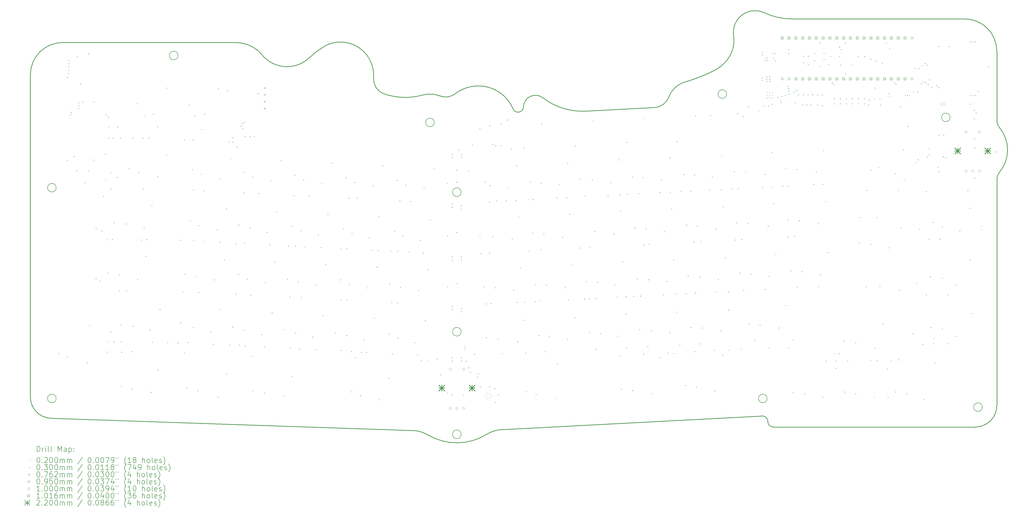
<source format=gbr>
%TF.GenerationSoftware,KiCad,Pcbnew,7.0.7*%
%TF.CreationDate,2023-12-22T23:49:47+01:00*%
%TF.ProjectId,isokey,69736f6b-6579-42e6-9b69-6361645f7063,A*%
%TF.SameCoordinates,Original*%
%TF.FileFunction,Drillmap*%
%TF.FilePolarity,Positive*%
%FSLAX45Y45*%
G04 Gerber Fmt 4.5, Leading zero omitted, Abs format (unit mm)*
G04 Created by KiCad (PCBNEW 7.0.7) date 2023-12-22 23:49:47*
%MOMM*%
%LPD*%
G01*
G04 APERTURE LIST*
%ADD10C,0.250000*%
%ADD11C,0.200000*%
%ADD12C,0.020000*%
%ADD13C,0.030000*%
%ADD14C,0.076200*%
%ADD15C,0.095000*%
%ADD16C,0.100000*%
%ADD17C,0.101600*%
%ADD18C,0.220000*%
G04 APERTURE END LIST*
D10*
X21094135Y-9473599D02*
G75*
G03*
X21478428Y-9400612I184345J77569D01*
G01*
D11*
X30548517Y-20262592D02*
G75*
G03*
X30548517Y-20262592I-160000J0D01*
G01*
D10*
X18363955Y-8986398D02*
G75*
G03*
X18946926Y-8903756I218105J558958D01*
G01*
X22198849Y-9056894D02*
G75*
G03*
X23791262Y-9554010I1466811J1899594D01*
G01*
X15900447Y-8353350D02*
G75*
G03*
X16231206Y-8889551I600003J0D01*
G01*
X3125000Y-8199277D02*
X3125000Y-10250000D01*
X39194560Y-11837938D02*
G75*
G03*
X39100443Y-12095690I305860J-257742D01*
G01*
X3125000Y-10250000D02*
X3125000Y-20204581D01*
X14100443Y-7117985D02*
G75*
G03*
X13511156Y-7561773I1656667J-2812955D01*
G01*
X38300443Y-21327153D02*
G75*
G03*
X39100443Y-20527146I-3J800003D01*
G01*
X15900447Y-8353350D02*
X15900447Y-8199280D01*
X30775522Y-21327146D02*
X38300443Y-21327146D01*
X3898120Y-21004129D02*
X17356673Y-21456592D01*
X26357312Y-9419529D02*
X23791262Y-9554010D01*
X18363955Y-8986398D02*
G75*
G03*
X17731254Y-8954899I-363515J-931592D01*
G01*
X11154839Y-7058803D02*
G75*
G03*
X11109847Y-7045667I-1309299J-4400897D01*
G01*
X3124999Y-20204581D02*
G75*
G03*
X3898120Y-21004129I800001J1D01*
G01*
D11*
X18160000Y-9975998D02*
G75*
G03*
X18160000Y-9975998I-160000J0D01*
G01*
D10*
X20679255Y-21422625D02*
X30365055Y-20915014D01*
X22198842Y-9056904D02*
G75*
G03*
X21478428Y-9400612I-273322J-353966D01*
G01*
X39100447Y-9904800D02*
G75*
G03*
X39194561Y-10162552I399983J-10D01*
G01*
X39100443Y-9417986D02*
X39100443Y-7317986D01*
X28969052Y-7755174D02*
G75*
G03*
X29008024Y-7711987I-10971512J9939814D01*
G01*
X11109847Y-7045666D02*
G75*
G03*
X10779416Y-6999277I-330427J-1153614D01*
G01*
X10779416Y-6999277D02*
X4325000Y-6999277D01*
X27490125Y-8471358D02*
G75*
G03*
X28634478Y-8013571I-1708575J5930188D01*
G01*
X39100444Y-7317986D02*
G75*
G03*
X37900443Y-6117986I-1200004J-4D01*
G01*
X28634478Y-8013572D02*
G75*
G03*
X28969052Y-7755174I-554718J1064052D01*
G01*
X15900447Y-8199277D02*
G75*
G03*
X14100443Y-7117986I-1232983J-13662D01*
G01*
D11*
X4084557Y-20262592D02*
G75*
G03*
X4084557Y-20262592I-160000J0D01*
G01*
D10*
X17928748Y-21623943D02*
G75*
G03*
X17356673Y-21456593I-612398J-1031967D01*
G01*
X30444295Y-5888761D02*
G75*
G03*
X31467880Y-6117986I1023595J2170801D01*
G01*
D11*
X19160000Y-21600000D02*
G75*
G03*
X19160000Y-21600000I-160000J0D01*
G01*
X29042027Y-8919158D02*
G75*
G03*
X29042027Y-8919158I-160000J0D01*
G01*
X19160000Y-12575000D02*
G75*
G03*
X19160000Y-12575000I-160000J0D01*
G01*
X19160000Y-17775998D02*
G75*
G03*
X19160000Y-17775998I-160000J0D01*
G01*
D10*
X27490124Y-8471355D02*
G75*
G03*
X26888305Y-9029426I252266J-875575D01*
G01*
X30444294Y-5888762D02*
G75*
G03*
X29302792Y-6735256I-343850J-729224D01*
G01*
X16231206Y-8889551D02*
G75*
G03*
X17731254Y-8954899I850644J2277051D01*
G01*
D11*
X8620380Y-7482289D02*
G75*
G03*
X8620380Y-7482289I-160000J0D01*
G01*
X4084557Y-12408012D02*
G75*
G03*
X4084557Y-12408012I-160000J0D01*
G01*
X37360000Y-9786612D02*
G75*
G03*
X37360000Y-9786612I-160000J0D01*
G01*
D10*
X30575520Y-21114739D02*
G75*
G03*
X30365055Y-20915014I-200000J-1D01*
G01*
X30575522Y-21114739D02*
X30575522Y-21127146D01*
X4325000Y-6999277D02*
G75*
G03*
X3125000Y-8199277I0J-1200000D01*
G01*
X39100443Y-9904800D02*
X39100443Y-9417986D01*
X11745168Y-7453717D02*
G75*
G03*
X13511156Y-7561773I932512J755258D01*
G01*
X37900443Y-6117986D02*
X31467880Y-6117986D01*
X29008027Y-7711989D02*
G75*
G03*
X29302792Y-6735256I-892467J802179D01*
G01*
X11745164Y-7453721D02*
G75*
G03*
X11154839Y-7058803I-932514J-755259D01*
G01*
X26357312Y-9419531D02*
G75*
G03*
X26888305Y-9029426I-31412J599191D01*
G01*
X17928749Y-21623941D02*
G75*
G03*
X20108744Y-21601710I1071694J1805955D01*
G01*
X39100443Y-20527146D02*
X39100443Y-12095690D01*
X20679255Y-21422624D02*
G75*
G03*
X20108744Y-21601710I62805J-1198356D01*
G01*
D11*
X38560000Y-20585157D02*
G75*
G03*
X38560000Y-20585157I-160000J0D01*
G01*
D10*
X39194561Y-11837938D02*
G75*
G03*
X39194561Y-10162552I-994115J837693D01*
G01*
X30575514Y-21127146D02*
G75*
G03*
X30775522Y-21327146I200006J6D01*
G01*
X21094136Y-9473598D02*
G75*
G03*
X18946926Y-8903756I-1293693J-544388D01*
G01*
D11*
D12*
X20002114Y-20160000D02*
X20022114Y-20180000D01*
X20022114Y-20160000D02*
X20002114Y-20180000D01*
X20071057Y-20091057D02*
X20091057Y-20111057D01*
X20091057Y-20091057D02*
X20071057Y-20111057D01*
X20071057Y-20228943D02*
X20091057Y-20248943D01*
X20091057Y-20228943D02*
X20071057Y-20248943D01*
X20140000Y-20022114D02*
X20160000Y-20042114D01*
X20160000Y-20022114D02*
X20140000Y-20042114D01*
X20140000Y-20160000D02*
X20160000Y-20180000D01*
X20160000Y-20160000D02*
X20140000Y-20180000D01*
X20140000Y-20297886D02*
X20160000Y-20317886D01*
X20160000Y-20297886D02*
X20140000Y-20317886D01*
X20208943Y-20091057D02*
X20228943Y-20111057D01*
X20228943Y-20091057D02*
X20208943Y-20111057D01*
X20208943Y-20228943D02*
X20228943Y-20248943D01*
X20228943Y-20228943D02*
X20208943Y-20248943D01*
X20277886Y-20160000D02*
X20297886Y-20180000D01*
X20297886Y-20160000D02*
X20277886Y-20180000D01*
X30542500Y-8852500D02*
X30562500Y-8872500D01*
X30562500Y-8852500D02*
X30542500Y-8872500D01*
X30542500Y-8950000D02*
X30562500Y-8970000D01*
X30562500Y-8950000D02*
X30542500Y-8970000D01*
X30542500Y-9047500D02*
X30562500Y-9067500D01*
X30562500Y-9047500D02*
X30542500Y-9067500D01*
X30640000Y-8852500D02*
X30660000Y-8872500D01*
X30660000Y-8852500D02*
X30640000Y-8872500D01*
X30640000Y-8950000D02*
X30660000Y-8970000D01*
X30660000Y-8950000D02*
X30640000Y-8970000D01*
X30640000Y-9047500D02*
X30660000Y-9067500D01*
X30660000Y-9047500D02*
X30640000Y-9067500D01*
X30737500Y-8852500D02*
X30757500Y-8872500D01*
X30757500Y-8852500D02*
X30737500Y-8872500D01*
X30737500Y-8950000D02*
X30757500Y-8970000D01*
X30757500Y-8950000D02*
X30737500Y-8970000D01*
X30737500Y-9047500D02*
X30757500Y-9067500D01*
X30757500Y-9047500D02*
X30737500Y-9067500D01*
D13*
X4195000Y-18600000D02*
G75*
G03*
X4195000Y-18600000I-15000J0D01*
G01*
X4509557Y-18718516D02*
G75*
G03*
X4509557Y-18718516I-15000J0D01*
G01*
X4515000Y-8294107D02*
G75*
G03*
X4515000Y-8294107I-15000J0D01*
G01*
X4515000Y-11400000D02*
G75*
G03*
X4515000Y-11400000I-15000J0D01*
G01*
X4565000Y-8034107D02*
G75*
G03*
X4565000Y-8034107I-15000J0D01*
G01*
X4565000Y-8154107D02*
G75*
G03*
X4565000Y-8154107I-15000J0D01*
G01*
X4575000Y-7664107D02*
G75*
G03*
X4575000Y-7664107I-15000J0D01*
G01*
X4575000Y-7784107D02*
G75*
G03*
X4575000Y-7784107I-15000J0D01*
G01*
X4575000Y-7904107D02*
G75*
G03*
X4575000Y-7904107I-15000J0D01*
G01*
X4635000Y-9690000D02*
G75*
G03*
X4635000Y-9690000I-15000J0D01*
G01*
X4665000Y-9600000D02*
G75*
G03*
X4665000Y-9600000I-15000J0D01*
G01*
X4765000Y-11252500D02*
G75*
G03*
X4765000Y-11252500I-15000J0D01*
G01*
X4875000Y-11780000D02*
G75*
G03*
X4875000Y-11780000I-15000J0D01*
G01*
X4890000Y-7525000D02*
G75*
G03*
X4890000Y-7525000I-15000J0D01*
G01*
X4940000Y-9249107D02*
G75*
G03*
X4940000Y-9249107I-15000J0D01*
G01*
X4940000Y-9349107D02*
G75*
G03*
X4940000Y-9349107I-15000J0D01*
G01*
X4940000Y-9449107D02*
G75*
G03*
X4940000Y-9449107I-15000J0D01*
G01*
X5015000Y-8540000D02*
G75*
G03*
X5015000Y-8540000I-15000J0D01*
G01*
X5090000Y-9225000D02*
G75*
G03*
X5090000Y-9225000I-15000J0D01*
G01*
X5175000Y-12230000D02*
G75*
G03*
X5175000Y-12230000I-15000J0D01*
G01*
X5255000Y-18940000D02*
G75*
G03*
X5255000Y-18940000I-15000J0D01*
G01*
X5315000Y-7425000D02*
G75*
G03*
X5315000Y-7425000I-15000J0D01*
G01*
X5315000Y-11800000D02*
G75*
G03*
X5315000Y-11800000I-15000J0D01*
G01*
X5345000Y-17550000D02*
G75*
G03*
X5345000Y-17550000I-15000J0D01*
G01*
X5495000Y-11380000D02*
G75*
G03*
X5495000Y-11380000I-15000J0D01*
G01*
X5515000Y-9225000D02*
G75*
G03*
X5515000Y-9225000I-15000J0D01*
G01*
X5585000Y-13940000D02*
G75*
G03*
X5585000Y-13940000I-15000J0D01*
G01*
X5585000Y-15810000D02*
G75*
G03*
X5585000Y-15810000I-15000J0D01*
G01*
X5745000Y-15890000D02*
G75*
G03*
X5745000Y-15890000I-15000J0D01*
G01*
X5805000Y-14020000D02*
G75*
G03*
X5805000Y-14020000I-15000J0D01*
G01*
X5865000Y-12740000D02*
G75*
G03*
X5865000Y-12740000I-15000J0D01*
G01*
X5940000Y-11160000D02*
G75*
G03*
X5940000Y-11160000I-15000J0D01*
G01*
X5955000Y-12140000D02*
G75*
G03*
X5955000Y-12140000I-15000J0D01*
G01*
X5965000Y-9700000D02*
G75*
G03*
X5965000Y-9700000I-15000J0D01*
G01*
X5995727Y-18540000D02*
G75*
G03*
X5995727Y-18540000I-15000J0D01*
G01*
X5999142Y-14350000D02*
G75*
G03*
X5999142Y-14350000I-15000J0D01*
G01*
X6015000Y-18160000D02*
G75*
G03*
X6015000Y-18160000I-15000J0D01*
G01*
X6035000Y-15600000D02*
G75*
G03*
X6035000Y-15600000I-15000J0D01*
G01*
X6045000Y-9780000D02*
G75*
G03*
X6045000Y-9780000I-15000J0D01*
G01*
X6055000Y-10140000D02*
G75*
G03*
X6055000Y-10140000I-15000J0D01*
G01*
X6055000Y-10560000D02*
G75*
G03*
X6055000Y-10560000I-15000J0D01*
G01*
X6135000Y-12460000D02*
G75*
G03*
X6135000Y-12460000I-15000J0D01*
G01*
X6135000Y-17790000D02*
G75*
G03*
X6135000Y-17790000I-15000J0D01*
G01*
X6140000Y-11850000D02*
G75*
G03*
X6140000Y-11850000I-15000J0D01*
G01*
X6195000Y-14340000D02*
G75*
G03*
X6195000Y-14340000I-15000J0D01*
G01*
X6215000Y-10560000D02*
G75*
G03*
X6215000Y-10560000I-15000J0D01*
G01*
X6255000Y-13720000D02*
G75*
G03*
X6255000Y-13720000I-15000J0D01*
G01*
X6255000Y-18160000D02*
G75*
G03*
X6255000Y-18160000I-15000J0D01*
G01*
X6365000Y-12025000D02*
G75*
G03*
X6365000Y-12025000I-15000J0D01*
G01*
X6390000Y-10149916D02*
G75*
G03*
X6390000Y-10149916I-15000J0D01*
G01*
X6455000Y-16260000D02*
G75*
G03*
X6455000Y-16260000I-15000J0D01*
G01*
X6457427Y-15665761D02*
G75*
G03*
X6457427Y-15665761I-15000J0D01*
G01*
X6495000Y-10560000D02*
G75*
G03*
X6495000Y-10560000I-15000J0D01*
G01*
X6515000Y-17520000D02*
G75*
G03*
X6515000Y-17520000I-15000J0D01*
G01*
X6515000Y-18160000D02*
G75*
G03*
X6515000Y-18160000I-15000J0D01*
G01*
X6515000Y-19820000D02*
G75*
G03*
X6515000Y-19820000I-15000J0D01*
G01*
X6535000Y-18540000D02*
G75*
G03*
X6535000Y-18540000I-15000J0D01*
G01*
X6695557Y-13760976D02*
G75*
G03*
X6695557Y-13760976I-15000J0D01*
G01*
X6715000Y-16260000D02*
G75*
G03*
X6715000Y-16260000I-15000J0D01*
G01*
X6824882Y-11707232D02*
G75*
G03*
X6824882Y-11707232I-15000J0D01*
G01*
X6915000Y-18520000D02*
G75*
G03*
X6915000Y-18520000I-15000J0D01*
G01*
X6933677Y-19915475D02*
G75*
G03*
X6933677Y-19915475I-15000J0D01*
G01*
X6955000Y-10560000D02*
G75*
G03*
X6955000Y-10560000I-15000J0D01*
G01*
X6960000Y-17575000D02*
G75*
G03*
X6960000Y-17575000I-15000J0D01*
G01*
X7115000Y-9280000D02*
G75*
G03*
X7115000Y-9280000I-15000J0D01*
G01*
X7135001Y-15820001D02*
G75*
G03*
X7135001Y-15820001I-15000J0D01*
G01*
X7171807Y-11855796D02*
G75*
G03*
X7171807Y-11855796I-15000J0D01*
G01*
X7275000Y-14360000D02*
G75*
G03*
X7275000Y-14360000I-15000J0D01*
G01*
X7335000Y-10560000D02*
G75*
G03*
X7335000Y-10560000I-15000J0D01*
G01*
X7340000Y-12450000D02*
G75*
G03*
X7340000Y-12450000I-15000J0D01*
G01*
X7375000Y-13900000D02*
G75*
G03*
X7375000Y-13900000I-15000J0D01*
G01*
X7395000Y-9720000D02*
G75*
G03*
X7395000Y-9720000I-15000J0D01*
G01*
X7440000Y-14975000D02*
G75*
G03*
X7440000Y-14975000I-15000J0D01*
G01*
X7475000Y-14340000D02*
G75*
G03*
X7475000Y-14340000I-15000J0D01*
G01*
X7555000Y-10560000D02*
G75*
G03*
X7555000Y-10560000I-15000J0D01*
G01*
X7584923Y-17711048D02*
G75*
G03*
X7584923Y-17711048I-15000J0D01*
G01*
X7635000Y-20040000D02*
G75*
G03*
X7635000Y-20040000I-15000J0D01*
G01*
X7665000Y-13075000D02*
G75*
G03*
X7665000Y-13075000I-15000J0D01*
G01*
X7687188Y-18173314D02*
G75*
G03*
X7687188Y-18173314I-15000J0D01*
G01*
X7726250Y-9660000D02*
G75*
G03*
X7726250Y-9660000I-15000J0D01*
G01*
X7875000Y-10140000D02*
G75*
G03*
X7875000Y-10140000I-15000J0D01*
G01*
X7888008Y-12000483D02*
G75*
G03*
X7888008Y-12000483I-15000J0D01*
G01*
X7890000Y-19200000D02*
G75*
G03*
X7890000Y-19200000I-15000J0D01*
G01*
X7965000Y-16950000D02*
G75*
G03*
X7965000Y-16950000I-15000J0D01*
G01*
X8215000Y-8700000D02*
G75*
G03*
X8215000Y-8700000I-15000J0D01*
G01*
X8215000Y-11200000D02*
G75*
G03*
X8215000Y-11200000I-15000J0D01*
G01*
X8255000Y-18180000D02*
G75*
G03*
X8255000Y-18180000I-15000J0D01*
G01*
X8635000Y-18200000D02*
G75*
G03*
X8635000Y-18200000I-15000J0D01*
G01*
X8735000Y-14372835D02*
G75*
G03*
X8735000Y-14372835I-15000J0D01*
G01*
X8735000Y-17440000D02*
G75*
G03*
X8735000Y-17440000I-15000J0D01*
G01*
X8835000Y-16280000D02*
G75*
G03*
X8835000Y-16280000I-15000J0D01*
G01*
X8875000Y-10620000D02*
G75*
G03*
X8875000Y-10620000I-15000J0D01*
G01*
X8875000Y-18580000D02*
G75*
G03*
X8875000Y-18580000I-15000J0D01*
G01*
X8895000Y-15640000D02*
G75*
G03*
X8895000Y-15640000I-15000J0D01*
G01*
X8955000Y-19880000D02*
G75*
G03*
X8955000Y-19880000I-15000J0D01*
G01*
X9015000Y-18180000D02*
G75*
G03*
X9015000Y-18180000I-15000J0D01*
G01*
X9055000Y-9320000D02*
G75*
G03*
X9055000Y-9320000I-15000J0D01*
G01*
X9095000Y-13640000D02*
G75*
G03*
X9095000Y-13640000I-15000J0D01*
G01*
X9175000Y-11740000D02*
G75*
G03*
X9175000Y-11740000I-15000J0D01*
G01*
X9195000Y-10620000D02*
G75*
G03*
X9195000Y-10620000I-15000J0D01*
G01*
X9209337Y-17624403D02*
G75*
G03*
X9209337Y-17624403I-15000J0D01*
G01*
X9215000Y-12500000D02*
G75*
G03*
X9215000Y-12500000I-15000J0D01*
G01*
X9215000Y-14380000D02*
G75*
G03*
X9215000Y-14380000I-15000J0D01*
G01*
X9255000Y-9740000D02*
G75*
G03*
X9255000Y-9740000I-15000J0D01*
G01*
X9309037Y-15722014D02*
G75*
G03*
X9309037Y-15722014I-15000J0D01*
G01*
X9379723Y-19974814D02*
G75*
G03*
X9379723Y-19974814I-15000J0D01*
G01*
X9408737Y-13819625D02*
G75*
G03*
X9408737Y-13819625I-15000J0D01*
G01*
X9415000Y-16318959D02*
G75*
G03*
X9415000Y-16318959I-15000J0D01*
G01*
X9508437Y-11917235D02*
G75*
G03*
X9508437Y-11917235I-15000J0D01*
G01*
X9515000Y-10240000D02*
G75*
G03*
X9515000Y-10240000I-15000J0D01*
G01*
X9595000Y-14417906D02*
G75*
G03*
X9595000Y-14417906I-15000J0D01*
G01*
X9615000Y-12525000D02*
G75*
G03*
X9615000Y-12525000I-15000J0D01*
G01*
X9626250Y-9660000D02*
G75*
G03*
X9626250Y-9660000I-15000J0D01*
G01*
X9850945Y-17782813D02*
G75*
G03*
X9850945Y-17782813I-15000J0D01*
G01*
X9953211Y-18245079D02*
G75*
G03*
X9953211Y-18245079I-15000J0D01*
G01*
X9986043Y-15845978D02*
G75*
G03*
X9986043Y-15845978I-15000J0D01*
G01*
X10095000Y-13980000D02*
G75*
G03*
X10095000Y-13980000I-15000J0D01*
G01*
X10135000Y-20220000D02*
G75*
G03*
X10135000Y-20220000I-15000J0D01*
G01*
X10140000Y-8725000D02*
G75*
G03*
X10140000Y-8725000I-15000J0D01*
G01*
X10195000Y-14440000D02*
G75*
G03*
X10195000Y-14440000I-15000J0D01*
G01*
X10215000Y-12080000D02*
G75*
G03*
X10215000Y-12080000I-15000J0D01*
G01*
X10215000Y-16950000D02*
G75*
G03*
X10215000Y-16950000I-15000J0D01*
G01*
X10365000Y-15100000D02*
G75*
G03*
X10365000Y-15100000I-15000J0D01*
G01*
X10440000Y-13200000D02*
G75*
G03*
X10440000Y-13200000I-15000J0D01*
G01*
X10440000Y-19350000D02*
G75*
G03*
X10440000Y-19350000I-15000J0D01*
G01*
X10475000Y-8800000D02*
G75*
G03*
X10475000Y-8800000I-15000J0D01*
G01*
X10535000Y-10701501D02*
G75*
G03*
X10535000Y-10701501I-15000J0D01*
G01*
X10575000Y-18280000D02*
G75*
G03*
X10575000Y-18280000I-15000J0D01*
G01*
X10590000Y-11325000D02*
G75*
G03*
X10590000Y-11325000I-15000J0D01*
G01*
X10675000Y-10550000D02*
G75*
G03*
X10675000Y-10550000I-15000J0D01*
G01*
X10675000Y-10720000D02*
G75*
G03*
X10675000Y-10720000I-15000J0D01*
G01*
X10675000Y-17600000D02*
G75*
G03*
X10675000Y-17600000I-15000J0D01*
G01*
X10795000Y-14500000D02*
G75*
G03*
X10795000Y-14500000I-15000J0D01*
G01*
X10795000Y-16380000D02*
G75*
G03*
X10795000Y-16380000I-15000J0D01*
G01*
X10835000Y-10890000D02*
G75*
G03*
X10835000Y-10890000I-15000J0D01*
G01*
X10888432Y-15645678D02*
G75*
G03*
X10888432Y-15645678I-15000J0D01*
G01*
X10895000Y-13800000D02*
G75*
G03*
X10895000Y-13800000I-15000J0D01*
G01*
X10915000Y-18280000D02*
G75*
G03*
X10915000Y-18280000I-15000J0D01*
G01*
X10979766Y-10111805D02*
G75*
G03*
X10979766Y-10111805I-15000J0D01*
G01*
X11025000Y-10026570D02*
G75*
G03*
X11025000Y-10026570I-15000J0D01*
G01*
X11045000Y-10216570D02*
G75*
G03*
X11045000Y-10216570I-15000J0D01*
G01*
X11087832Y-11840900D02*
G75*
G03*
X11087832Y-11840900I-15000J0D01*
G01*
X11095000Y-9976570D02*
G75*
G03*
X11095000Y-9976570I-15000J0D01*
G01*
X11095000Y-12600000D02*
G75*
G03*
X11095000Y-12600000I-15000J0D01*
G01*
X11111726Y-17724103D02*
G75*
G03*
X11111726Y-17724103I-15000J0D01*
G01*
X11115000Y-14480000D02*
G75*
G03*
X11115000Y-14480000I-15000J0D01*
G01*
X11135000Y-10500000D02*
G75*
G03*
X11135000Y-10500000I-15000J0D01*
G01*
X11135000Y-18320000D02*
G75*
G03*
X11135000Y-18320000I-15000J0D01*
G01*
X11211426Y-15821714D02*
G75*
G03*
X11211426Y-15821714I-15000J0D01*
G01*
X11311126Y-13919325D02*
G75*
G03*
X11311126Y-13919325I-15000J0D01*
G01*
X11335000Y-10512550D02*
G75*
G03*
X11335000Y-10512550I-15000J0D01*
G01*
X11355000Y-16420000D02*
G75*
G03*
X11355000Y-16420000I-15000J0D01*
G01*
X11375000Y-18700000D02*
G75*
G03*
X11375000Y-18700000I-15000J0D01*
G01*
X11410826Y-12016935D02*
G75*
G03*
X11410826Y-12016935I-15000J0D01*
G01*
X11415000Y-19980000D02*
G75*
G03*
X11415000Y-19980000I-15000J0D01*
G01*
X11475000Y-10510000D02*
G75*
G03*
X11475000Y-10510000I-15000J0D01*
G01*
X11615000Y-8906250D02*
G75*
G03*
X11615000Y-8906250I-15000J0D01*
G01*
X11640000Y-12625000D02*
G75*
G03*
X11640000Y-12625000I-15000J0D01*
G01*
X11753334Y-17882513D02*
G75*
G03*
X11753334Y-17882513I-15000J0D01*
G01*
X11855600Y-18344779D02*
G75*
G03*
X11855600Y-18344779I-15000J0D01*
G01*
X11859514Y-20059578D02*
G75*
G03*
X11859514Y-20059578I-15000J0D01*
G01*
X11888432Y-15945678D02*
G75*
G03*
X11888432Y-15945678I-15000J0D01*
G01*
X11952734Y-14077734D02*
G75*
G03*
X11952734Y-14077734I-15000J0D01*
G01*
X12055000Y-14540000D02*
G75*
G03*
X12055000Y-14540000I-15000J0D01*
G01*
X12087832Y-12140900D02*
G75*
G03*
X12087832Y-12140900I-15000J0D01*
G01*
X12139999Y-17074999D02*
G75*
G03*
X12139999Y-17074999I-15000J0D01*
G01*
X12240000Y-15175000D02*
G75*
G03*
X12240000Y-15175000I-15000J0D01*
G01*
X12315000Y-13300000D02*
G75*
G03*
X12315000Y-13300000I-15000J0D01*
G01*
X12465000Y-11400000D02*
G75*
G03*
X12465000Y-11400000I-15000J0D01*
G01*
X12595000Y-17700000D02*
G75*
G03*
X12595000Y-17700000I-15000J0D01*
G01*
X12595000Y-20180000D02*
G75*
G03*
X12595000Y-20180000I-15000J0D01*
G01*
X12715000Y-15820000D02*
G75*
G03*
X12715000Y-15820000I-15000J0D01*
G01*
X12755000Y-14580000D02*
G75*
G03*
X12755000Y-14580000I-15000J0D01*
G01*
X12795000Y-16480000D02*
G75*
G03*
X12795000Y-16480000I-15000J0D01*
G01*
X12815000Y-18380000D02*
G75*
G03*
X12815000Y-18380000I-15000J0D01*
G01*
X12890000Y-19450000D02*
G75*
G03*
X12890000Y-19450000I-15000J0D01*
G01*
X12895000Y-13840000D02*
G75*
G03*
X12895000Y-13840000I-15000J0D01*
G01*
X12955000Y-12700000D02*
G75*
G03*
X12955000Y-12700000I-15000J0D01*
G01*
X12990221Y-11940600D02*
G75*
G03*
X12990221Y-11940600I-15000J0D01*
G01*
X13014116Y-17823803D02*
G75*
G03*
X13014116Y-17823803I-15000J0D01*
G01*
X13015000Y-14580000D02*
G75*
G03*
X13015000Y-14580000I-15000J0D01*
G01*
X13113816Y-15921414D02*
G75*
G03*
X13113816Y-15921414I-15000J0D01*
G01*
X13155000Y-18420000D02*
G75*
G03*
X13155000Y-18420000I-15000J0D01*
G01*
X13213516Y-14019025D02*
G75*
G03*
X13213516Y-14019025I-15000J0D01*
G01*
X13235000Y-16500000D02*
G75*
G03*
X13235000Y-16500000I-15000J0D01*
G01*
X13313216Y-12116635D02*
G75*
G03*
X13313216Y-12116635I-15000J0D01*
G01*
X13355000Y-14620000D02*
G75*
G03*
X13355000Y-14620000I-15000J0D01*
G01*
X13515000Y-12725000D02*
G75*
G03*
X13515000Y-12725000I-15000J0D01*
G01*
X13655724Y-17982213D02*
G75*
G03*
X13655724Y-17982213I-15000J0D01*
G01*
X13757989Y-18444479D02*
G75*
G03*
X13757989Y-18444479I-15000J0D01*
G01*
X13790821Y-16045378D02*
G75*
G03*
X13790821Y-16045378I-15000J0D01*
G01*
X13855124Y-14177434D02*
G75*
G03*
X13855124Y-14177434I-15000J0D01*
G01*
X13957389Y-14639700D02*
G75*
G03*
X13957389Y-14639700I-15000J0D01*
G01*
X13990221Y-12240600D02*
G75*
G03*
X13990221Y-12240600I-15000J0D01*
G01*
X14042389Y-17174699D02*
G75*
G03*
X14042389Y-17174699I-15000J0D01*
G01*
X14142389Y-15274700D02*
G75*
G03*
X14142389Y-15274700I-15000J0D01*
G01*
X14217389Y-13399700D02*
G75*
G03*
X14217389Y-13399700I-15000J0D01*
G01*
X14367389Y-11499700D02*
G75*
G03*
X14367389Y-11499700I-15000J0D01*
G01*
X14495000Y-17820000D02*
G75*
G03*
X14495000Y-17820000I-15000J0D01*
G01*
X14693211Y-15845078D02*
G75*
G03*
X14693211Y-15845078I-15000J0D01*
G01*
X14695000Y-14700000D02*
G75*
G03*
X14695000Y-14700000I-15000J0D01*
G01*
X14695000Y-16600000D02*
G75*
G03*
X14695000Y-16600000I-15000J0D01*
G01*
X14715000Y-18480000D02*
G75*
G03*
X14715000Y-18480000I-15000J0D01*
G01*
X14795000Y-13940000D02*
G75*
G03*
X14795000Y-13940000I-15000J0D01*
G01*
X14892611Y-12040300D02*
G75*
G03*
X14892611Y-12040300I-15000J0D01*
G01*
X14915000Y-14680000D02*
G75*
G03*
X14915000Y-14680000I-15000J0D01*
G01*
X14916505Y-17923503D02*
G75*
G03*
X14916505Y-17923503I-15000J0D01*
G01*
X14935000Y-16608250D02*
G75*
G03*
X14935000Y-16608250I-15000J0D01*
G01*
X14995000Y-12800084D02*
G75*
G03*
X14995000Y-12800084I-15000J0D01*
G01*
X15016205Y-16021114D02*
G75*
G03*
X15016205Y-16021114I-15000J0D01*
G01*
X15095000Y-18520000D02*
G75*
G03*
X15095000Y-18520000I-15000J0D01*
G01*
X15105085Y-20014960D02*
G75*
G03*
X15105085Y-20014960I-15000J0D01*
G01*
X15115905Y-14118725D02*
G75*
G03*
X15115905Y-14118725I-15000J0D01*
G01*
X15215605Y-12216335D02*
G75*
G03*
X15215605Y-12216335I-15000J0D01*
G01*
X15235000Y-18740000D02*
G75*
G03*
X15235000Y-18740000I-15000J0D01*
G01*
X15315000Y-12800000D02*
G75*
G03*
X15315000Y-12800000I-15000J0D01*
G01*
X15433652Y-20158093D02*
G75*
G03*
X15433652Y-20158093I-15000J0D01*
G01*
X15465000Y-18550000D02*
G75*
G03*
X15465000Y-18550000I-15000J0D01*
G01*
X15558113Y-18081913D02*
G75*
G03*
X15558113Y-18081913I-15000J0D01*
G01*
X15660378Y-18544179D02*
G75*
G03*
X15660378Y-18544179I-15000J0D01*
G01*
X15693211Y-16145078D02*
G75*
G03*
X15693211Y-16145078I-15000J0D01*
G01*
X15757513Y-14277134D02*
G75*
G03*
X15757513Y-14277134I-15000J0D01*
G01*
X15859778Y-14739400D02*
G75*
G03*
X15859778Y-14739400I-15000J0D01*
G01*
X15892611Y-12340300D02*
G75*
G03*
X15892611Y-12340300I-15000J0D01*
G01*
X15944778Y-17274399D02*
G75*
G03*
X15944778Y-17274399I-15000J0D01*
G01*
X16044778Y-15374400D02*
G75*
G03*
X16044778Y-15374400I-15000J0D01*
G01*
X16090000Y-14750000D02*
G75*
G03*
X16090000Y-14750000I-15000J0D01*
G01*
X16119778Y-13499400D02*
G75*
G03*
X16119778Y-13499400I-15000J0D01*
G01*
X16125085Y-20314960D02*
G75*
G03*
X16125085Y-20314960I-15000J0D01*
G01*
X16269778Y-11599400D02*
G75*
G03*
X16269778Y-11599400I-15000J0D01*
G01*
X16490085Y-19519960D02*
G75*
G03*
X16490085Y-19519960I-15000J0D01*
G01*
X16495000Y-17865000D02*
G75*
G03*
X16495000Y-17865000I-15000J0D01*
G01*
X16515000Y-16000000D02*
G75*
G03*
X16515000Y-16000000I-15000J0D01*
G01*
X16555000Y-14780000D02*
G75*
G03*
X16555000Y-14780000I-15000J0D01*
G01*
X16595000Y-16680000D02*
G75*
G03*
X16595000Y-16680000I-15000J0D01*
G01*
X16615000Y-18605000D02*
G75*
G03*
X16615000Y-18605000I-15000J0D01*
G01*
X16695000Y-14040000D02*
G75*
G03*
X16695000Y-14040000I-15000J0D01*
G01*
X16795000Y-12140000D02*
G75*
G03*
X16795000Y-12140000I-15000J0D01*
G01*
X16815000Y-14780000D02*
G75*
G03*
X16815000Y-14780000I-15000J0D01*
G01*
X16815000Y-16706776D02*
G75*
G03*
X16815000Y-16706776I-15000J0D01*
G01*
X16818894Y-18023203D02*
G75*
G03*
X16818894Y-18023203I-15000J0D01*
G01*
X16895000Y-12900000D02*
G75*
G03*
X16895000Y-12900000I-15000J0D01*
G01*
X16918594Y-16120814D02*
G75*
G03*
X16918594Y-16120814I-15000J0D01*
G01*
X17018294Y-14218425D02*
G75*
G03*
X17018294Y-14218425I-15000J0D01*
G01*
X17117994Y-12316035D02*
G75*
G03*
X17117994Y-12316035I-15000J0D01*
G01*
X17235000Y-14820000D02*
G75*
G03*
X17235000Y-14820000I-15000J0D01*
G01*
X17290000Y-12925000D02*
G75*
G03*
X17290000Y-12925000I-15000J0D01*
G01*
X17460502Y-18181613D02*
G75*
G03*
X17460502Y-18181613I-15000J0D01*
G01*
X17562768Y-18643879D02*
G75*
G03*
X17562768Y-18643879I-15000J0D01*
G01*
X17595600Y-16244779D02*
G75*
G03*
X17595600Y-16244779I-15000J0D01*
G01*
X17659902Y-14376834D02*
G75*
G03*
X17659902Y-14376834I-15000J0D01*
G01*
X17695000Y-18860000D02*
G75*
G03*
X17695000Y-18860000I-15000J0D01*
G01*
X17762168Y-14839100D02*
G75*
G03*
X17762168Y-14839100I-15000J0D01*
G01*
X17795000Y-12440000D02*
G75*
G03*
X17795000Y-12440000I-15000J0D01*
G01*
X17847167Y-17374099D02*
G75*
G03*
X17847167Y-17374099I-15000J0D01*
G01*
X17925000Y-18880000D02*
G75*
G03*
X17925000Y-18880000I-15000J0D01*
G01*
X17947168Y-15474100D02*
G75*
G03*
X17947168Y-15474100I-15000J0D01*
G01*
X18022168Y-13599100D02*
G75*
G03*
X18022168Y-13599100I-15000J0D01*
G01*
X18172168Y-11699100D02*
G75*
G03*
X18172168Y-11699100I-15000J0D01*
G01*
X18285000Y-18790000D02*
G75*
G03*
X18285000Y-18790000I-15000J0D01*
G01*
X18415000Y-19390000D02*
G75*
G03*
X18415000Y-19390000I-15000J0D01*
G01*
X18665000Y-12250000D02*
G75*
G03*
X18665000Y-12250000I-15000J0D01*
G01*
X18665000Y-20070000D02*
G75*
G03*
X18665000Y-20070000I-15000J0D01*
G01*
X18675000Y-14200000D02*
G75*
G03*
X18675000Y-14200000I-15000J0D01*
G01*
X18675000Y-16100000D02*
G75*
G03*
X18675000Y-16100000I-15000J0D01*
G01*
X18835000Y-20130000D02*
G75*
G03*
X18835000Y-20130000I-15000J0D01*
G01*
X18845000Y-11160000D02*
G75*
G03*
X18845000Y-11160000I-15000J0D01*
G01*
X18845000Y-11280000D02*
G75*
G03*
X18845000Y-11280000I-15000J0D01*
G01*
X18845000Y-13020000D02*
G75*
G03*
X18845000Y-13020000I-15000J0D01*
G01*
X18845000Y-13140000D02*
G75*
G03*
X18845000Y-13140000I-15000J0D01*
G01*
X18845000Y-14990000D02*
G75*
G03*
X18845000Y-14990000I-15000J0D01*
G01*
X18845000Y-15110000D02*
G75*
G03*
X18845000Y-15110000I-15000J0D01*
G01*
X18845000Y-16840000D02*
G75*
G03*
X18845000Y-16840000I-15000J0D01*
G01*
X18845000Y-16960000D02*
G75*
G03*
X18845000Y-16960000I-15000J0D01*
G01*
X18845000Y-18750000D02*
G75*
G03*
X18845000Y-18750000I-15000J0D01*
G01*
X18845000Y-18870000D02*
G75*
G03*
X18845000Y-18870000I-15000J0D01*
G01*
X19015000Y-11760000D02*
G75*
G03*
X19015000Y-11760000I-15000J0D01*
G01*
X19015000Y-12210000D02*
G75*
G03*
X19015000Y-12210000I-15000J0D01*
G01*
X19015000Y-14080000D02*
G75*
G03*
X19015000Y-14080000I-15000J0D01*
G01*
X19015000Y-15980000D02*
G75*
G03*
X19015000Y-15980000I-15000J0D01*
G01*
X19085000Y-11010000D02*
G75*
G03*
X19085000Y-11010000I-15000J0D01*
G01*
X19185000Y-11160000D02*
G75*
G03*
X19185000Y-11160000I-15000J0D01*
G01*
X19185000Y-11280000D02*
G75*
G03*
X19185000Y-11280000I-15000J0D01*
G01*
X19185000Y-13090000D02*
G75*
G03*
X19185000Y-13090000I-15000J0D01*
G01*
X19185000Y-13210000D02*
G75*
G03*
X19185000Y-13210000I-15000J0D01*
G01*
X19185000Y-14990000D02*
G75*
G03*
X19185000Y-14990000I-15000J0D01*
G01*
X19185000Y-15110000D02*
G75*
G03*
X19185000Y-15110000I-15000J0D01*
G01*
X19185000Y-16910000D02*
G75*
G03*
X19185000Y-16910000I-15000J0D01*
G01*
X19185000Y-17030000D02*
G75*
G03*
X19185000Y-17030000I-15000J0D01*
G01*
X19185000Y-18750000D02*
G75*
G03*
X19185000Y-18750000I-15000J0D01*
G01*
X19185000Y-18870000D02*
G75*
G03*
X19185000Y-18870000I-15000J0D01*
G01*
X19265000Y-20140000D02*
G75*
G03*
X19265000Y-20140000I-15000J0D01*
G01*
X19315000Y-18320000D02*
G75*
G03*
X19315000Y-18320000I-15000J0D01*
G01*
X19315000Y-18420000D02*
G75*
G03*
X19315000Y-18420000I-15000J0D01*
G01*
X19365000Y-18875000D02*
G75*
G03*
X19365000Y-18875000I-15000J0D01*
G01*
X19452450Y-11800000D02*
G75*
G03*
X19452450Y-11800000I-15000J0D01*
G01*
X19465000Y-19125000D02*
G75*
G03*
X19465000Y-19125000I-15000J0D01*
G01*
X19515000Y-19300000D02*
G75*
G03*
X19515000Y-19300000I-15000J0D01*
G01*
X19605000Y-10830000D02*
G75*
G03*
X19605000Y-10830000I-15000J0D01*
G01*
X19675000Y-18621800D02*
G75*
G03*
X19675000Y-18621800I-15000J0D01*
G01*
X19785000Y-19470000D02*
G75*
G03*
X19785000Y-19470000I-15000J0D01*
G01*
X19815000Y-19350000D02*
G75*
G03*
X19815000Y-19350000I-15000J0D01*
G01*
X19875000Y-10220000D02*
G75*
G03*
X19875000Y-10220000I-15000J0D01*
G01*
X19875000Y-14180000D02*
G75*
G03*
X19875000Y-14180000I-15000J0D01*
G01*
X19885000Y-19840000D02*
G75*
G03*
X19885000Y-19840000I-15000J0D01*
G01*
X19915000Y-14860000D02*
G75*
G03*
X19915000Y-14860000I-15000J0D01*
G01*
X20035000Y-16100000D02*
G75*
G03*
X20035000Y-16100000I-15000J0D01*
G01*
X20065000Y-12200000D02*
G75*
G03*
X20065000Y-12200000I-15000J0D01*
G01*
X20095000Y-16740000D02*
G75*
G03*
X20095000Y-16740000I-15000J0D01*
G01*
X20115000Y-18000000D02*
G75*
G03*
X20115000Y-18000000I-15000J0D01*
G01*
X20235000Y-12950000D02*
G75*
G03*
X20235000Y-12950000I-15000J0D01*
G01*
X20235000Y-14840000D02*
G75*
G03*
X20235000Y-14840000I-15000J0D01*
G01*
X20245000Y-10100000D02*
G75*
G03*
X20245000Y-10100000I-15000J0D01*
G01*
X20245000Y-19830000D02*
G75*
G03*
X20245000Y-19830000I-15000J0D01*
G01*
X20252435Y-12334356D02*
G75*
G03*
X20252435Y-12334356I-15000J0D01*
G01*
X20290000Y-16725000D02*
G75*
G03*
X20290000Y-16725000I-15000J0D01*
G01*
X20352135Y-14236745D02*
G75*
G03*
X20352135Y-14236745I-15000J0D01*
G01*
X20355000Y-10800113D02*
G75*
G03*
X20355000Y-10800113I-15000J0D01*
G01*
X20427450Y-19900000D02*
G75*
G03*
X20427450Y-19900000I-15000J0D01*
G01*
X20451835Y-16139134D02*
G75*
G03*
X20451835Y-16139134I-15000J0D01*
G01*
X20457038Y-20414065D02*
G75*
G03*
X20457038Y-20414065I-15000J0D01*
G01*
X20465000Y-10850000D02*
G75*
G03*
X20465000Y-10850000I-15000J0D01*
G01*
X20490000Y-12900000D02*
G75*
G03*
X20490000Y-12900000I-15000J0D01*
G01*
X20551535Y-18041524D02*
G75*
G03*
X20551535Y-18041524I-15000J0D01*
G01*
X20565000Y-20130000D02*
G75*
G03*
X20565000Y-20130000I-15000J0D01*
G01*
X20655000Y-10040000D02*
G75*
G03*
X20655000Y-10040000I-15000J0D01*
G01*
X20665000Y-10850000D02*
G75*
G03*
X20665000Y-10850000I-15000J0D01*
G01*
X20695000Y-18600000D02*
G75*
G03*
X20695000Y-18600000I-15000J0D01*
G01*
X20855000Y-12900000D02*
G75*
G03*
X20855000Y-12900000I-15000J0D01*
G01*
X20895000Y-9890000D02*
G75*
G03*
X20895000Y-9890000I-15000J0D01*
G01*
X20950272Y-12435524D02*
G75*
G03*
X20950272Y-12435524I-15000J0D01*
G01*
X21040000Y-10975000D02*
G75*
G03*
X21040000Y-10975000I-15000J0D01*
G01*
X21075000Y-14320000D02*
G75*
G03*
X21075000Y-14320000I-15000J0D01*
G01*
X21135000Y-16220000D02*
G75*
G03*
X21135000Y-16220000I-15000J0D01*
G01*
X21215000Y-12900000D02*
G75*
G03*
X21215000Y-12900000I-15000J0D01*
G01*
X21240000Y-11600000D02*
G75*
G03*
X21240000Y-11600000I-15000J0D01*
G01*
X21255000Y-16680000D02*
G75*
G03*
X21255000Y-16680000I-15000J0D01*
G01*
X21275000Y-18160000D02*
G75*
G03*
X21275000Y-18160000I-15000J0D01*
G01*
X21315000Y-13500000D02*
G75*
G03*
X21315000Y-13500000I-15000J0D01*
G01*
X21390000Y-15400000D02*
G75*
G03*
X21390000Y-15400000I-15000J0D01*
G01*
X21515000Y-10930000D02*
G75*
G03*
X21515000Y-10930000I-15000J0D01*
G01*
X21515000Y-17350000D02*
G75*
G03*
X21515000Y-17350000I-15000J0D01*
G01*
X21535000Y-16680000D02*
G75*
G03*
X21535000Y-16680000I-15000J0D01*
G01*
X21575000Y-18580000D02*
G75*
G03*
X21575000Y-18580000I-15000J0D01*
G01*
X21604794Y-20012150D02*
G75*
G03*
X21604794Y-20012150I-15000J0D01*
G01*
X21695000Y-12860000D02*
G75*
G03*
X21695000Y-12860000I-15000J0D01*
G01*
X21695000Y-14780000D02*
G75*
G03*
X21695000Y-14780000I-15000J0D01*
G01*
X21745000Y-12200000D02*
G75*
G03*
X21745000Y-12200000I-15000J0D01*
G01*
X21835000Y-14100000D02*
G75*
G03*
X21835000Y-14100000I-15000J0D01*
G01*
X21845000Y-12840000D02*
G75*
G03*
X21845000Y-12840000I-15000J0D01*
G01*
X21935000Y-16660000D02*
G75*
G03*
X21935000Y-16660000I-15000J0D01*
G01*
X21955000Y-16020000D02*
G75*
G03*
X21955000Y-16020000I-15000J0D01*
G01*
X21966340Y-20120074D02*
G75*
G03*
X21966340Y-20120074I-15000J0D01*
G01*
X22075000Y-17920000D02*
G75*
G03*
X22075000Y-17920000I-15000J0D01*
G01*
X22135000Y-14720000D02*
G75*
G03*
X22135000Y-14720000I-15000J0D01*
G01*
X22135000Y-16620000D02*
G75*
G03*
X22135000Y-16620000I-15000J0D01*
G01*
X22154825Y-12234656D02*
G75*
G03*
X22154825Y-12234656I-15000J0D01*
G01*
X22175000Y-10030000D02*
G75*
G03*
X22175000Y-10030000I-15000J0D01*
G01*
X22254525Y-14137045D02*
G75*
G03*
X22254525Y-14137045I-15000J0D01*
G01*
X22315000Y-18520000D02*
G75*
G03*
X22315000Y-18520000I-15000J0D01*
G01*
X22354225Y-16039434D02*
G75*
G03*
X22354225Y-16039434I-15000J0D01*
G01*
X22453925Y-17941824D02*
G75*
G03*
X22453925Y-17941824I-15000J0D01*
G01*
X22684794Y-20252150D02*
G75*
G03*
X22684794Y-20252150I-15000J0D01*
G01*
X22735000Y-12780000D02*
G75*
G03*
X22735000Y-12780000I-15000J0D01*
G01*
X22765000Y-18975000D02*
G75*
G03*
X22765000Y-18975000I-15000J0D01*
G01*
X22837552Y-12292917D02*
G75*
G03*
X22837552Y-12292917I-15000J0D01*
G01*
X22955000Y-14260000D02*
G75*
G03*
X22955000Y-14260000I-15000J0D01*
G01*
X23055000Y-16140000D02*
G75*
G03*
X23055000Y-16140000I-15000J0D01*
G01*
X23115000Y-12800000D02*
G75*
G03*
X23115000Y-12800000I-15000J0D01*
G01*
X23135000Y-18060000D02*
G75*
G03*
X23135000Y-18060000I-15000J0D01*
G01*
X23140000Y-11500000D02*
G75*
G03*
X23140000Y-11500000I-15000J0D01*
G01*
X23175000Y-16580000D02*
G75*
G03*
X23175000Y-16580000I-15000J0D01*
G01*
X23215000Y-13400000D02*
G75*
G03*
X23215000Y-13400000I-15000J0D01*
G01*
X23290000Y-15300000D02*
G75*
G03*
X23290000Y-15300000I-15000J0D01*
G01*
X23415000Y-17250000D02*
G75*
G03*
X23415000Y-17250000I-15000J0D01*
G01*
X23425000Y-10850000D02*
G75*
G03*
X23425000Y-10850000I-15000J0D01*
G01*
X23585000Y-14660000D02*
G75*
G03*
X23585000Y-14660000I-15000J0D01*
G01*
X23615000Y-12090000D02*
G75*
G03*
X23615000Y-12090000I-15000J0D01*
G01*
X23775000Y-16560000D02*
G75*
G03*
X23775000Y-16560000I-15000J0D01*
G01*
X23795000Y-12730000D02*
G75*
G03*
X23795000Y-12730000I-15000J0D01*
G01*
X23835000Y-15910000D02*
G75*
G03*
X23835000Y-15910000I-15000J0D01*
G01*
X23945000Y-16540000D02*
G75*
G03*
X23945000Y-16540000I-15000J0D01*
G01*
X23955000Y-14630000D02*
G75*
G03*
X23955000Y-14630000I-15000J0D01*
G01*
X23955000Y-17810000D02*
G75*
G03*
X23955000Y-17810000I-15000J0D01*
G01*
X24057214Y-12134956D02*
G75*
G03*
X24057214Y-12134956I-15000J0D01*
G01*
X24075000Y-9930000D02*
G75*
G03*
X24075000Y-9930000I-15000J0D01*
G01*
X24156914Y-14037345D02*
G75*
G03*
X24156914Y-14037345I-15000J0D01*
G01*
X24195000Y-16540000D02*
G75*
G03*
X24195000Y-16540000I-15000J0D01*
G01*
X24205000Y-18440000D02*
G75*
G03*
X24205000Y-18440000I-15000J0D01*
G01*
X24256614Y-15939734D02*
G75*
G03*
X24256614Y-15939734I-15000J0D01*
G01*
X24356314Y-17842124D02*
G75*
G03*
X24356314Y-17842124I-15000J0D01*
G01*
X24645000Y-12700000D02*
G75*
G03*
X24645000Y-12700000I-15000J0D01*
G01*
X24745000Y-12220000D02*
G75*
G03*
X24745000Y-12220000I-15000J0D01*
G01*
X24865000Y-14130000D02*
G75*
G03*
X24865000Y-14130000I-15000J0D01*
G01*
X24895000Y-16030000D02*
G75*
G03*
X24895000Y-16030000I-15000J0D01*
G01*
X24995000Y-16492565D02*
G75*
G03*
X24995000Y-16492565I-15000J0D01*
G01*
X25015000Y-17940000D02*
G75*
G03*
X25015000Y-17940000I-15000J0D01*
G01*
X25040000Y-11375000D02*
G75*
G03*
X25040000Y-11375000I-15000J0D01*
G01*
X25085000Y-12679158D02*
G75*
G03*
X25085000Y-12679158I-15000J0D01*
G01*
X25095000Y-18670000D02*
G75*
G03*
X25095000Y-18670000I-15000J0D01*
G01*
X25115000Y-13275000D02*
G75*
G03*
X25115000Y-13275000I-15000J0D01*
G01*
X25135338Y-19919683D02*
G75*
G03*
X25135338Y-19919683I-15000J0D01*
G01*
X25190000Y-15175000D02*
G75*
G03*
X25190000Y-15175000I-15000J0D01*
G01*
X25315000Y-16475794D02*
G75*
G03*
X25315000Y-16475794I-15000J0D01*
G01*
X25315000Y-17125000D02*
G75*
G03*
X25315000Y-17125000I-15000J0D01*
G01*
X25335000Y-18380000D02*
G75*
G03*
X25335000Y-18380000I-15000J0D01*
G01*
X25345000Y-10720000D02*
G75*
G03*
X25345000Y-10720000I-15000J0D01*
G01*
X25365000Y-12660000D02*
G75*
G03*
X25365000Y-12660000I-15000J0D01*
G01*
X25555000Y-12010000D02*
G75*
G03*
X25555000Y-12010000I-15000J0D01*
G01*
X25560138Y-19970428D02*
G75*
G03*
X25560138Y-19970428I-15000J0D01*
G01*
X25605000Y-16460000D02*
G75*
G03*
X25605000Y-16460000I-15000J0D01*
G01*
X25655000Y-13910000D02*
G75*
G03*
X25655000Y-13910000I-15000J0D01*
G01*
X25735000Y-15810000D02*
G75*
G03*
X25735000Y-15810000I-15000J0D01*
G01*
X25785000Y-12630000D02*
G75*
G03*
X25785000Y-12630000I-15000J0D01*
G01*
X25825000Y-17710000D02*
G75*
G03*
X25825000Y-17710000I-15000J0D01*
G01*
X25855000Y-16450000D02*
G75*
G03*
X25855000Y-16450000I-15000J0D01*
G01*
X25959603Y-12035256D02*
G75*
G03*
X25959603Y-12035256I-15000J0D01*
G01*
X25965000Y-18600000D02*
G75*
G03*
X25965000Y-18600000I-15000J0D01*
G01*
X25975000Y-14550000D02*
G75*
G03*
X25975000Y-14550000I-15000J0D01*
G01*
X25995000Y-9820000D02*
G75*
G03*
X25995000Y-9820000I-15000J0D01*
G01*
X26059303Y-13937645D02*
G75*
G03*
X26059303Y-13937645I-15000J0D01*
G01*
X26125000Y-18330000D02*
G75*
G03*
X26125000Y-18330000I-15000J0D01*
G01*
X26159003Y-15840034D02*
G75*
G03*
X26159003Y-15840034I-15000J0D01*
G01*
X26175000Y-14521209D02*
G75*
G03*
X26175000Y-14521209I-15000J0D01*
G01*
X26258703Y-17742424D02*
G75*
G03*
X26258703Y-17742424I-15000J0D01*
G01*
X26265000Y-20090000D02*
G75*
G03*
X26265000Y-20090000I-15000J0D01*
G01*
X26565000Y-18750000D02*
G75*
G03*
X26565000Y-18750000I-15000J0D01*
G01*
X26575000Y-12590000D02*
G75*
G03*
X26575000Y-12590000I-15000J0D01*
G01*
X26635000Y-12120000D02*
G75*
G03*
X26635000Y-12120000I-15000J0D01*
G01*
X26705000Y-16400000D02*
G75*
G03*
X26705000Y-16400000I-15000J0D01*
G01*
X26735000Y-14050000D02*
G75*
G03*
X26735000Y-14050000I-15000J0D01*
G01*
X26845000Y-15900000D02*
G75*
G03*
X26845000Y-15900000I-15000J0D01*
G01*
X26875000Y-18580000D02*
G75*
G03*
X26875000Y-18580000I-15000J0D01*
G01*
X26940000Y-11300000D02*
G75*
G03*
X26940000Y-11300000I-15000J0D01*
G01*
X26945000Y-17820000D02*
G75*
G03*
X26945000Y-17820000I-15000J0D01*
G01*
X26965000Y-12600000D02*
G75*
G03*
X26965000Y-12600000I-15000J0D01*
G01*
X27015000Y-13200000D02*
G75*
G03*
X27015000Y-13200000I-15000J0D01*
G01*
X27090000Y-15100000D02*
G75*
G03*
X27090000Y-15100000I-15000J0D01*
G01*
X27095000Y-18590000D02*
G75*
G03*
X27095000Y-18590000I-15000J0D01*
G01*
X27185000Y-16380000D02*
G75*
G03*
X27185000Y-16380000I-15000J0D01*
G01*
X27215000Y-10690000D02*
G75*
G03*
X27215000Y-10690000I-15000J0D01*
G01*
X27215000Y-17050000D02*
G75*
G03*
X27215000Y-17050000I-15000J0D01*
G01*
X27315000Y-18270000D02*
G75*
G03*
X27315000Y-18270000I-15000J0D01*
G01*
X27365000Y-12540000D02*
G75*
G03*
X27365000Y-12540000I-15000J0D01*
G01*
X27455000Y-11920000D02*
G75*
G03*
X27455000Y-11920000I-15000J0D01*
G01*
X27535000Y-19780000D02*
G75*
G03*
X27535000Y-19780000I-15000J0D01*
G01*
X27545000Y-16360000D02*
G75*
G03*
X27545000Y-16360000I-15000J0D01*
G01*
X27565000Y-13800000D02*
G75*
G03*
X27565000Y-13800000I-15000J0D01*
G01*
X27625000Y-15710000D02*
G75*
G03*
X27625000Y-15710000I-15000J0D01*
G01*
X27725000Y-12540000D02*
G75*
G03*
X27725000Y-12540000I-15000J0D01*
G01*
X27735000Y-17620000D02*
G75*
G03*
X27735000Y-17620000I-15000J0D01*
G01*
X27845000Y-14430000D02*
G75*
G03*
X27845000Y-14430000I-15000J0D01*
G01*
X27861992Y-11935556D02*
G75*
G03*
X27861992Y-11935556I-15000J0D01*
G01*
X27875000Y-18520000D02*
G75*
G03*
X27875000Y-18520000I-15000J0D01*
G01*
X27895000Y-9730000D02*
G75*
G03*
X27895000Y-9730000I-15000J0D01*
G01*
X27905000Y-16330000D02*
G75*
G03*
X27905000Y-16330000I-15000J0D01*
G01*
X27938279Y-19847799D02*
G75*
G03*
X27938279Y-19847799I-15000J0D01*
G01*
X27961692Y-13837945D02*
G75*
G03*
X27961692Y-13837945I-15000J0D01*
G01*
X28035000Y-18232421D02*
G75*
G03*
X28035000Y-18232421I-15000J0D01*
G01*
X28061392Y-15740334D02*
G75*
G03*
X28061392Y-15740334I-15000J0D01*
G01*
X28105000Y-14410000D02*
G75*
G03*
X28105000Y-14410000I-15000J0D01*
G01*
X28161092Y-17642724D02*
G75*
G03*
X28161092Y-17642724I-15000J0D01*
G01*
X28425000Y-12500000D02*
G75*
G03*
X28425000Y-12500000I-15000J0D01*
G01*
X28455000Y-9720000D02*
G75*
G03*
X28455000Y-9720000I-15000J0D01*
G01*
X28525000Y-12010000D02*
G75*
G03*
X28525000Y-12010000I-15000J0D01*
G01*
X28595000Y-18470000D02*
G75*
G03*
X28595000Y-18470000I-15000J0D01*
G01*
X28615000Y-19980000D02*
G75*
G03*
X28615000Y-19980000I-15000J0D01*
G01*
X28655000Y-13950000D02*
G75*
G03*
X28655000Y-13950000I-15000J0D01*
G01*
X28655000Y-16290000D02*
G75*
G03*
X28655000Y-16290000I-15000J0D01*
G01*
X28745000Y-15830000D02*
G75*
G03*
X28745000Y-15830000I-15000J0D01*
G01*
X28843779Y-17738779D02*
G75*
G03*
X28843779Y-17738779I-15000J0D01*
G01*
X28855000Y-12490000D02*
G75*
G03*
X28855000Y-12490000I-15000J0D01*
G01*
X28865000Y-11225000D02*
G75*
G03*
X28865000Y-11225000I-15000J0D01*
G01*
X28915000Y-18650000D02*
G75*
G03*
X28915000Y-18650000I-15000J0D01*
G01*
X28940000Y-13125000D02*
G75*
G03*
X28940000Y-13125000I-15000J0D01*
G01*
X29015000Y-15025000D02*
G75*
G03*
X29015000Y-15025000I-15000J0D01*
G01*
X29125000Y-16290000D02*
G75*
G03*
X29125000Y-16290000I-15000J0D01*
G01*
X29140000Y-16975000D02*
G75*
G03*
X29140000Y-16975000I-15000J0D01*
G01*
X29155000Y-18470000D02*
G75*
G03*
X29155000Y-18470000I-15000J0D01*
G01*
X29275000Y-12450000D02*
G75*
G03*
X29275000Y-12450000I-15000J0D01*
G01*
X29345000Y-11810000D02*
G75*
G03*
X29345000Y-11810000I-15000J0D01*
G01*
X29375000Y-14360000D02*
G75*
G03*
X29375000Y-14360000I-15000J0D01*
G01*
X29435000Y-13720000D02*
G75*
G03*
X29435000Y-13720000I-15000J0D01*
G01*
X29465971Y-9652603D02*
G75*
G03*
X29465971Y-9652603I-15000J0D01*
G01*
X29495000Y-12450000D02*
G75*
G03*
X29495000Y-12450000I-15000J0D01*
G01*
X29555000Y-15590000D02*
G75*
G03*
X29555000Y-15590000I-15000J0D01*
G01*
X29595000Y-18430000D02*
G75*
G03*
X29595000Y-18430000I-15000J0D01*
G01*
X29625000Y-14340000D02*
G75*
G03*
X29625000Y-14340000I-15000J0D01*
G01*
X29675000Y-9763611D02*
G75*
G03*
X29675000Y-9763611I-15000J0D01*
G01*
X29695000Y-16240000D02*
G75*
G03*
X29695000Y-16240000I-15000J0D01*
G01*
X29764432Y-11835853D02*
G75*
G03*
X29764432Y-11835853I-15000J0D01*
G01*
X29864132Y-13738242D02*
G75*
G03*
X29864132Y-13738242I-15000J0D01*
G01*
X29875000Y-9400000D02*
G75*
G03*
X29875000Y-9400000I-15000J0D01*
G01*
X29905000Y-17500000D02*
G75*
G03*
X29905000Y-17500000I-15000J0D01*
G01*
X29963832Y-15640632D02*
G75*
G03*
X29963832Y-15640632I-15000J0D01*
G01*
X30105000Y-18110000D02*
G75*
G03*
X30105000Y-18110000I-15000J0D01*
G01*
X30245000Y-9540000D02*
G75*
G03*
X30245000Y-9540000I-15000J0D01*
G01*
X30301305Y-17530560D02*
G75*
G03*
X30301305Y-17530560I-15000J0D01*
G01*
X30395000Y-7370000D02*
G75*
G03*
X30395000Y-7370000I-15000J0D01*
G01*
X30395000Y-7460000D02*
G75*
G03*
X30395000Y-7460000I-15000J0D01*
G01*
X30395000Y-8320000D02*
G75*
G03*
X30395000Y-8320000I-15000J0D01*
G01*
X30395000Y-8410000D02*
G75*
G03*
X30395000Y-8410000I-15000J0D01*
G01*
X30395000Y-12400000D02*
G75*
G03*
X30395000Y-12400000I-15000J0D01*
G01*
X30435000Y-9360000D02*
G75*
G03*
X30435000Y-9360000I-15000J0D01*
G01*
X30475000Y-7660000D02*
G75*
G03*
X30475000Y-7660000I-15000J0D01*
G01*
X30495000Y-11910000D02*
G75*
G03*
X30495000Y-11910000I-15000J0D01*
G01*
X30495000Y-16204322D02*
G75*
G03*
X30495000Y-16204322I-15000J0D01*
G01*
X30555000Y-7570000D02*
G75*
G03*
X30555000Y-7570000I-15000J0D01*
G01*
X30555000Y-7660000D02*
G75*
G03*
X30555000Y-7660000I-15000J0D01*
G01*
X30555000Y-8270000D02*
G75*
G03*
X30555000Y-8270000I-15000J0D01*
G01*
X30555000Y-8360000D02*
G75*
G03*
X30555000Y-8360000I-15000J0D01*
G01*
X30555000Y-8450000D02*
G75*
G03*
X30555000Y-8450000I-15000J0D01*
G01*
X30605000Y-13850000D02*
G75*
G03*
X30605000Y-13850000I-15000J0D01*
G01*
X30620000Y-9375000D02*
G75*
G03*
X30620000Y-9375000I-15000J0D01*
G01*
X30635000Y-15720000D02*
G75*
G03*
X30635000Y-15720000I-15000J0D01*
G01*
X30635000Y-18380000D02*
G75*
G03*
X30635000Y-18380000I-15000J0D01*
G01*
X30665000Y-8270000D02*
G75*
G03*
X30665000Y-8270000I-15000J0D01*
G01*
X30665000Y-8360000D02*
G75*
G03*
X30665000Y-8360000I-15000J0D01*
G01*
X30665000Y-8450000D02*
G75*
G03*
X30665000Y-8450000I-15000J0D01*
G01*
X30725000Y-12400000D02*
G75*
G03*
X30725000Y-12400000I-15000J0D01*
G01*
X30740000Y-11100000D02*
G75*
G03*
X30740000Y-11100000I-15000J0D01*
G01*
X30745000Y-9300000D02*
G75*
G03*
X30745000Y-9300000I-15000J0D01*
G01*
X30775000Y-7410000D02*
G75*
G03*
X30775000Y-7410000I-15000J0D01*
G01*
X30805000Y-7580000D02*
G75*
G03*
X30805000Y-7580000I-15000J0D01*
G01*
X30815000Y-13000000D02*
G75*
G03*
X30815000Y-13000000I-15000J0D01*
G01*
X30865000Y-7410000D02*
G75*
G03*
X30865000Y-7410000I-15000J0D01*
G01*
X30875000Y-7680000D02*
G75*
G03*
X30875000Y-7680000I-15000J0D01*
G01*
X30890000Y-14900000D02*
G75*
G03*
X30890000Y-14900000I-15000J0D01*
G01*
X30970654Y-9049902D02*
G75*
G03*
X30970654Y-9049902I-15000J0D01*
G01*
X31005000Y-17640000D02*
G75*
G03*
X31005000Y-17640000I-15000J0D01*
G01*
X31067009Y-9154018D02*
G75*
G03*
X31067009Y-9154018I-15000J0D01*
G01*
X31085054Y-9249946D02*
G75*
G03*
X31085054Y-9249946I-15000J0D01*
G01*
X31115000Y-9010000D02*
G75*
G03*
X31115000Y-9010000I-15000J0D01*
G01*
X31155000Y-12350000D02*
G75*
G03*
X31155000Y-12350000I-15000J0D01*
G01*
X31249950Y-8980000D02*
G75*
G03*
X31249950Y-8980000I-15000J0D01*
G01*
X31255000Y-11700000D02*
G75*
G03*
X31255000Y-11700000I-15000J0D01*
G01*
X31265000Y-16800000D02*
G75*
G03*
X31265000Y-16800000I-15000J0D01*
G01*
X31335000Y-14250785D02*
G75*
G03*
X31335000Y-14250785I-15000J0D01*
G01*
X31345000Y-8630000D02*
G75*
G03*
X31345000Y-8630000I-15000J0D01*
G01*
X31345000Y-12360000D02*
G75*
G03*
X31345000Y-12360000I-15000J0D01*
G01*
X31345000Y-13610000D02*
G75*
G03*
X31345000Y-13610000I-15000J0D01*
G01*
X31360858Y-8720000D02*
G75*
G03*
X31360858Y-8720000I-15000J0D01*
G01*
X31365000Y-18375000D02*
G75*
G03*
X31365000Y-18375000I-15000J0D01*
G01*
X31375000Y-7270000D02*
G75*
G03*
X31375000Y-7270000I-15000J0D01*
G01*
X31375000Y-7410000D02*
G75*
G03*
X31375000Y-7410000I-15000J0D01*
G01*
X31375000Y-8800000D02*
G75*
G03*
X31375000Y-8800000I-15000J0D01*
G01*
X31375000Y-8930000D02*
G75*
G03*
X31375000Y-8930000I-15000J0D01*
G01*
X31455000Y-15510000D02*
G75*
G03*
X31455000Y-15510000I-15000J0D01*
G01*
X31540000Y-18100000D02*
G75*
G03*
X31540000Y-18100000I-15000J0D01*
G01*
X31540000Y-20050000D02*
G75*
G03*
X31540000Y-20050000I-15000J0D01*
G01*
X31565000Y-8850000D02*
G75*
G03*
X31565000Y-8850000I-15000J0D01*
G01*
X31585000Y-14230000D02*
G75*
G03*
X31585000Y-14230000I-15000J0D01*
G01*
X31615000Y-9250000D02*
G75*
G03*
X31615000Y-9250000I-15000J0D01*
G01*
X31665000Y-8780000D02*
G75*
G03*
X31665000Y-8780000I-15000J0D01*
G01*
X31666821Y-11736153D02*
G75*
G03*
X31666821Y-11736153I-15000J0D01*
G01*
X31685000Y-16120000D02*
G75*
G03*
X31685000Y-16120000I-15000J0D01*
G01*
X31735000Y-8955000D02*
G75*
G03*
X31735000Y-8955000I-15000J0D01*
G01*
X31766521Y-13638542D02*
G75*
G03*
X31766521Y-13638542I-15000J0D01*
G01*
X31866221Y-15540932D02*
G75*
G03*
X31866221Y-15540932I-15000J0D01*
G01*
X31890000Y-9325000D02*
G75*
G03*
X31890000Y-9325000I-15000J0D01*
G01*
X31915000Y-8950000D02*
G75*
G03*
X31915000Y-8950000I-15000J0D01*
G01*
X31925000Y-7510000D02*
G75*
G03*
X31925000Y-7510000I-15000J0D01*
G01*
X31925000Y-7750000D02*
G75*
G03*
X31925000Y-7750000I-15000J0D01*
G01*
X31960079Y-20092710D02*
G75*
G03*
X31960079Y-20092710I-15000J0D01*
G01*
X32040000Y-9325000D02*
G75*
G03*
X32040000Y-9325000I-15000J0D01*
G01*
X32090000Y-8950000D02*
G75*
G03*
X32090000Y-8950000I-15000J0D01*
G01*
X32095000Y-7510000D02*
G75*
G03*
X32095000Y-7510000I-15000J0D01*
G01*
X32095000Y-7820000D02*
G75*
G03*
X32095000Y-7820000I-15000J0D01*
G01*
X32190000Y-9325000D02*
G75*
G03*
X32190000Y-9325000I-15000J0D01*
G01*
X32265000Y-8950000D02*
G75*
G03*
X32265000Y-8950000I-15000J0D01*
G01*
X32305000Y-12290000D02*
G75*
G03*
X32305000Y-12290000I-15000J0D01*
G01*
X32335000Y-7401250D02*
G75*
G03*
X32335000Y-7401250I-15000J0D01*
G01*
X32335000Y-7680000D02*
G75*
G03*
X32335000Y-7680000I-15000J0D01*
G01*
X32395000Y-11840000D02*
G75*
G03*
X32395000Y-11840000I-15000J0D01*
G01*
X32440000Y-8950000D02*
G75*
G03*
X32440000Y-8950000I-15000J0D01*
G01*
X32440000Y-9325000D02*
G75*
G03*
X32440000Y-9325000I-15000J0D01*
G01*
X32475000Y-13750000D02*
G75*
G03*
X32475000Y-13750000I-15000J0D01*
G01*
X32475000Y-16100000D02*
G75*
G03*
X32475000Y-16100000I-15000J0D01*
G01*
X32505000Y-7890000D02*
G75*
G03*
X32505000Y-7890000I-15000J0D01*
G01*
X32525000Y-7015860D02*
G75*
G03*
X32525000Y-7015860I-15000J0D01*
G01*
X32555000Y-15660000D02*
G75*
G03*
X32555000Y-15660000I-15000J0D01*
G01*
X32615000Y-8950000D02*
G75*
G03*
X32615000Y-8950000I-15000J0D01*
G01*
X32615000Y-9350000D02*
G75*
G03*
X32615000Y-9350000I-15000J0D01*
G01*
X32635000Y-12290000D02*
G75*
G03*
X32635000Y-12290000I-15000J0D01*
G01*
X32640000Y-20225000D02*
G75*
G03*
X32640000Y-20225000I-15000J0D01*
G01*
X32665000Y-11025000D02*
G75*
G03*
X32665000Y-11025000I-15000J0D01*
G01*
X32685000Y-7401250D02*
G75*
G03*
X32685000Y-7401250I-15000J0D01*
G01*
X32685000Y-7630000D02*
G75*
G03*
X32685000Y-7630000I-15000J0D01*
G01*
X32740000Y-12925000D02*
G75*
G03*
X32740000Y-12925000I-15000J0D01*
G01*
X32765000Y-18875000D02*
G75*
G03*
X32765000Y-18875000I-15000J0D01*
G01*
X32815000Y-14825000D02*
G75*
G03*
X32815000Y-14825000I-15000J0D01*
G01*
X32855000Y-7820000D02*
G75*
G03*
X32855000Y-7820000I-15000J0D01*
G01*
X32935000Y-7520000D02*
G75*
G03*
X32935000Y-7520000I-15000J0D01*
G01*
X32995000Y-8500000D02*
G75*
G03*
X32995000Y-8500000I-15000J0D01*
G01*
X33055000Y-8570000D02*
G75*
G03*
X33055000Y-8570000I-15000J0D01*
G01*
X33065000Y-9100000D02*
G75*
G03*
X33065000Y-9100000I-15000J0D01*
G01*
X33065000Y-9282500D02*
G75*
G03*
X33065000Y-9282500I-15000J0D01*
G01*
X33065000Y-18600000D02*
G75*
G03*
X33065000Y-18600000I-15000J0D01*
G01*
X33140000Y-18875000D02*
G75*
G03*
X33140000Y-18875000I-15000J0D01*
G01*
X33140000Y-19150000D02*
G75*
G03*
X33140000Y-19150000I-15000J0D01*
G01*
X33240000Y-18600000D02*
G75*
G03*
X33240000Y-18600000I-15000J0D01*
G01*
X33265000Y-7170000D02*
G75*
G03*
X33265000Y-7170000I-15000J0D01*
G01*
X33265000Y-7520000D02*
G75*
G03*
X33265000Y-7520000I-15000J0D01*
G01*
X33290000Y-9100000D02*
G75*
G03*
X33290000Y-9100000I-15000J0D01*
G01*
X33290000Y-9282500D02*
G75*
G03*
X33290000Y-9282500I-15000J0D01*
G01*
X33305000Y-7840000D02*
G75*
G03*
X33305000Y-7840000I-15000J0D01*
G01*
X33317397Y-7262550D02*
G75*
G03*
X33317397Y-7262550I-15000J0D01*
G01*
X33440000Y-18125000D02*
G75*
G03*
X33440000Y-18125000I-15000J0D01*
G01*
X33465000Y-20025000D02*
G75*
G03*
X33465000Y-20025000I-15000J0D01*
G01*
X33485000Y-7015860D02*
G75*
G03*
X33485000Y-7015860I-15000J0D01*
G01*
X33485000Y-8170000D02*
G75*
G03*
X33485000Y-8170000I-15000J0D01*
G01*
X33515000Y-9100000D02*
G75*
G03*
X33515000Y-9100000I-15000J0D01*
G01*
X33515000Y-9282500D02*
G75*
G03*
X33515000Y-9282500I-15000J0D01*
G01*
X33565000Y-18875000D02*
G75*
G03*
X33565000Y-18875000I-15000J0D01*
G01*
X33735000Y-7840000D02*
G75*
G03*
X33735000Y-7840000I-15000J0D01*
G01*
X33740000Y-9100000D02*
G75*
G03*
X33740000Y-9100000I-15000J0D01*
G01*
X33740000Y-9282500D02*
G75*
G03*
X33740000Y-9282500I-15000J0D01*
G01*
X33865079Y-18187710D02*
G75*
G03*
X33865079Y-18187710I-15000J0D01*
G01*
X33865079Y-20092710D02*
G75*
G03*
X33865079Y-20092710I-15000J0D01*
G01*
X33955000Y-7520000D02*
G75*
G03*
X33955000Y-7520000I-15000J0D01*
G01*
X33965000Y-9100000D02*
G75*
G03*
X33965000Y-9100000I-15000J0D01*
G01*
X33965000Y-9282500D02*
G75*
G03*
X33965000Y-9282500I-15000J0D01*
G01*
X33990000Y-14475000D02*
G75*
G03*
X33990000Y-14475000I-15000J0D01*
G01*
X34015000Y-13525000D02*
G75*
G03*
X34015000Y-13525000I-15000J0D01*
G01*
X34190000Y-9100000D02*
G75*
G03*
X34190000Y-9100000I-15000J0D01*
G01*
X34190000Y-9282500D02*
G75*
G03*
X34190000Y-9282500I-15000J0D01*
G01*
X34195000Y-7530000D02*
G75*
G03*
X34195000Y-7530000I-15000J0D01*
G01*
X34240000Y-16100000D02*
G75*
G03*
X34240000Y-16100000I-15000J0D01*
G01*
X34275000Y-12510000D02*
G75*
G03*
X34275000Y-12510000I-15000J0D01*
G01*
X34340000Y-9325000D02*
G75*
G03*
X34340000Y-9325000I-15000J0D01*
G01*
X34365000Y-9142500D02*
G75*
G03*
X34365000Y-9142500I-15000J0D01*
G01*
X34415000Y-18850000D02*
G75*
G03*
X34415000Y-18850000I-15000J0D01*
G01*
X34425000Y-7620000D02*
G75*
G03*
X34425000Y-7620000I-15000J0D01*
G01*
X34431729Y-14522611D02*
G75*
G03*
X34431729Y-14522611I-15000J0D01*
G01*
X34435000Y-11760000D02*
G75*
G03*
X34435000Y-11760000I-15000J0D01*
G01*
X34565000Y-9125000D02*
G75*
G03*
X34565000Y-9125000I-15000J0D01*
G01*
X34565000Y-20225000D02*
G75*
G03*
X34565000Y-20225000I-15000J0D01*
G01*
X34585000Y-8700000D02*
G75*
G03*
X34585000Y-8700000I-15000J0D01*
G01*
X34590000Y-18400000D02*
G75*
G03*
X34590000Y-18400000I-15000J0D01*
G01*
X34615000Y-7700000D02*
G75*
G03*
X34615000Y-7700000I-15000J0D01*
G01*
X34640000Y-13525000D02*
G75*
G03*
X34640000Y-13525000I-15000J0D01*
G01*
X34665000Y-18850000D02*
G75*
G03*
X34665000Y-18850000I-15000J0D01*
G01*
X34710000Y-11650000D02*
G75*
G03*
X34710000Y-11650000I-15000J0D01*
G01*
X34765000Y-9100000D02*
G75*
G03*
X34765000Y-9100000I-15000J0D01*
G01*
X34765000Y-16075000D02*
G75*
G03*
X34765000Y-16075000I-15000J0D01*
G01*
X34790000Y-9325000D02*
G75*
G03*
X34790000Y-9325000I-15000J0D01*
G01*
X34855000Y-7770000D02*
G75*
G03*
X34855000Y-7770000I-15000J0D01*
G01*
X34890000Y-17500000D02*
G75*
G03*
X34890000Y-17500000I-15000J0D01*
G01*
X35005000Y-7032550D02*
G75*
G03*
X35005000Y-7032550I-15000J0D01*
G01*
X35040000Y-19175000D02*
G75*
G03*
X35040000Y-19175000I-15000J0D01*
G01*
X35065000Y-20217649D02*
G75*
G03*
X35065000Y-20217649I-15000J0D01*
G01*
X35090000Y-8900000D02*
G75*
G03*
X35090000Y-8900000I-15000J0D01*
G01*
X35115000Y-14650000D02*
G75*
G03*
X35115000Y-14650000I-15000J0D01*
G01*
X35125000Y-7237450D02*
G75*
G03*
X35125000Y-7237450I-15000J0D01*
G01*
X35140000Y-8998739D02*
G75*
G03*
X35140000Y-8998739I-15000J0D01*
G01*
X35190000Y-18875000D02*
G75*
G03*
X35190000Y-18875000I-15000J0D01*
G01*
X35295000Y-8490000D02*
G75*
G03*
X35295000Y-8490000I-15000J0D01*
G01*
X35335000Y-11880000D02*
G75*
G03*
X35335000Y-11880000I-15000J0D01*
G01*
X35340000Y-20025000D02*
G75*
G03*
X35340000Y-20025000I-15000J0D01*
G01*
X35355000Y-8550000D02*
G75*
G03*
X35355000Y-8550000I-15000J0D01*
G01*
X35445000Y-12520000D02*
G75*
G03*
X35445000Y-12520000I-15000J0D01*
G01*
X35465000Y-18825000D02*
G75*
G03*
X35465000Y-18825000I-15000J0D01*
G01*
X35490000Y-16225000D02*
G75*
G03*
X35490000Y-16225000I-15000J0D01*
G01*
X35540000Y-9400000D02*
G75*
G03*
X35540000Y-9400000I-15000J0D01*
G01*
X35540000Y-13900000D02*
G75*
G03*
X35540000Y-13900000I-15000J0D01*
G01*
X35640000Y-11000000D02*
G75*
G03*
X35640000Y-11000000I-15000J0D01*
G01*
X35665000Y-12125000D02*
G75*
G03*
X35665000Y-12125000I-15000J0D01*
G01*
X35715000Y-8975000D02*
G75*
G03*
X35715000Y-8975000I-15000J0D01*
G01*
X35770079Y-20092710D02*
G75*
G03*
X35770079Y-20092710I-15000J0D01*
G01*
X35790000Y-8975000D02*
G75*
G03*
X35790000Y-8975000I-15000J0D01*
G01*
X35815000Y-10125000D02*
G75*
G03*
X35815000Y-10125000I-15000J0D01*
G01*
X35865000Y-8975000D02*
G75*
G03*
X35865000Y-8975000I-15000J0D01*
G01*
X35990000Y-17850000D02*
G75*
G03*
X35990000Y-17850000I-15000J0D01*
G01*
X36015000Y-8832450D02*
G75*
G03*
X36015000Y-8832450I-15000J0D01*
G01*
X36077022Y-7965018D02*
G75*
G03*
X36077022Y-7965018I-15000J0D01*
G01*
X36105000Y-11480000D02*
G75*
G03*
X36105000Y-11480000I-15000J0D01*
G01*
X36140000Y-15975000D02*
G75*
G03*
X36140000Y-15975000I-15000J0D01*
G01*
X36165000Y-8850000D02*
G75*
G03*
X36165000Y-8850000I-15000J0D01*
G01*
X36185000Y-11370000D02*
G75*
G03*
X36185000Y-11370000I-15000J0D01*
G01*
X36210210Y-7972451D02*
G75*
G03*
X36210210Y-7972451I-15000J0D01*
G01*
X36240000Y-13960000D02*
G75*
G03*
X36240000Y-13960000I-15000J0D01*
G01*
X36305000Y-8540000D02*
G75*
G03*
X36305000Y-8540000I-15000J0D01*
G01*
X36325000Y-7865000D02*
G75*
G03*
X36325000Y-7865000I-15000J0D01*
G01*
X36365000Y-18250000D02*
G75*
G03*
X36365000Y-18250000I-15000J0D01*
G01*
X36375000Y-8457279D02*
G75*
G03*
X36375000Y-8457279I-15000J0D01*
G01*
X36415000Y-20300000D02*
G75*
G03*
X36415000Y-20300000I-15000J0D01*
G01*
X36455000Y-7780000D02*
G75*
G03*
X36455000Y-7780000I-15000J0D01*
G01*
X36465000Y-8493137D02*
G75*
G03*
X36465000Y-8493137I-15000J0D01*
G01*
X36490000Y-12550000D02*
G75*
G03*
X36490000Y-12550000I-15000J0D01*
G01*
X36490000Y-16400000D02*
G75*
G03*
X36490000Y-16400000I-15000J0D01*
G01*
X36513284Y-7841716D02*
G75*
G03*
X36513284Y-7841716I-15000J0D01*
G01*
X36535000Y-11260000D02*
G75*
G03*
X36535000Y-11260000I-15000J0D01*
G01*
X36565000Y-8570000D02*
G75*
G03*
X36565000Y-8570000I-15000J0D01*
G01*
X36590000Y-14325000D02*
G75*
G03*
X36590000Y-14325000I-15000J0D01*
G01*
X36595000Y-11180000D02*
G75*
G03*
X36595000Y-11180000I-15000J0D01*
G01*
X36597550Y-10950000D02*
G75*
G03*
X36597550Y-10950000I-15000J0D01*
G01*
X36602450Y-8390000D02*
G75*
G03*
X36602450Y-8390000I-15000J0D01*
G01*
X36644289Y-15729289D02*
G75*
G03*
X36644289Y-15729289I-15000J0D01*
G01*
X36665000Y-17625000D02*
G75*
G03*
X36665000Y-17625000I-15000J0D01*
G01*
X36695000Y-8670000D02*
G75*
G03*
X36695000Y-8670000I-15000J0D01*
G01*
X36740000Y-13700000D02*
G75*
G03*
X36740000Y-13700000I-15000J0D01*
G01*
X36765000Y-18225000D02*
G75*
G03*
X36765000Y-18225000I-15000J0D01*
G01*
X36790000Y-18025000D02*
G75*
G03*
X36790000Y-18025000I-15000J0D01*
G01*
X36815000Y-18950000D02*
G75*
G03*
X36815000Y-18950000I-15000J0D01*
G01*
X36885000Y-8611717D02*
G75*
G03*
X36885000Y-8611717I-15000J0D01*
G01*
X36925000Y-11650000D02*
G75*
G03*
X36925000Y-11650000I-15000J0D01*
G01*
X36955000Y-8680000D02*
G75*
G03*
X36955000Y-8680000I-15000J0D01*
G01*
X36965000Y-7150000D02*
G75*
G03*
X36965000Y-7150000I-15000J0D01*
G01*
X36965000Y-10450000D02*
G75*
G03*
X36965000Y-10450000I-15000J0D01*
G01*
X36975000Y-11810000D02*
G75*
G03*
X36975000Y-11810000I-15000J0D01*
G01*
X36990000Y-14325000D02*
G75*
G03*
X36990000Y-14325000I-15000J0D01*
G01*
X37022903Y-9291803D02*
G75*
G03*
X37022903Y-9291803I-15000J0D01*
G01*
X37085000Y-13878500D02*
G75*
G03*
X37085000Y-13878500I-15000J0D01*
G01*
X37085000Y-15783500D02*
G75*
G03*
X37085000Y-15783500I-15000J0D01*
G01*
X37085000Y-17688408D02*
G75*
G03*
X37085000Y-17688408I-15000J0D01*
G01*
X37093197Y-9251803D02*
G75*
G03*
X37093197Y-9251803I-15000J0D01*
G01*
X37093197Y-9331803D02*
G75*
G03*
X37093197Y-9331803I-15000J0D01*
G01*
X37125000Y-11250000D02*
G75*
G03*
X37125000Y-11250000I-15000J0D01*
G01*
X37140000Y-10450000D02*
G75*
G03*
X37140000Y-10450000I-15000J0D01*
G01*
X37163197Y-9291803D02*
G75*
G03*
X37163197Y-9291803I-15000J0D01*
G01*
X37225000Y-11290000D02*
G75*
G03*
X37225000Y-11290000I-15000J0D01*
G01*
X37315000Y-16400000D02*
G75*
G03*
X37315000Y-16400000I-15000J0D01*
G01*
X37315000Y-18225000D02*
G75*
G03*
X37315000Y-18225000I-15000J0D01*
G01*
X37340000Y-7150000D02*
G75*
G03*
X37340000Y-7150000I-15000J0D01*
G01*
X37615000Y-16050000D02*
G75*
G03*
X37615000Y-16050000I-15000J0D01*
G01*
X37615000Y-17950000D02*
G75*
G03*
X37615000Y-17950000I-15000J0D01*
G01*
X37740000Y-14025000D02*
G75*
G03*
X37740000Y-14025000I-15000J0D01*
G01*
X38040000Y-12525000D02*
G75*
G03*
X38040000Y-12525000I-15000J0D01*
G01*
X38115000Y-13175000D02*
G75*
G03*
X38115000Y-13175000I-15000J0D01*
G01*
X38115000Y-15100000D02*
G75*
G03*
X38115000Y-15100000I-15000J0D01*
G01*
X38143197Y-9291803D02*
G75*
G03*
X38143197Y-9291803I-15000J0D01*
G01*
X38152500Y-6977500D02*
G75*
G03*
X38152500Y-6977500I-15000J0D01*
G01*
X38152500Y-8972500D02*
G75*
G03*
X38152500Y-8972500I-15000J0D01*
G01*
X38190000Y-17100000D02*
G75*
G03*
X38190000Y-17100000I-15000J0D01*
G01*
X38245000Y-6975000D02*
G75*
G03*
X38245000Y-6975000I-15000J0D01*
G01*
X38245000Y-8970000D02*
G75*
G03*
X38245000Y-8970000I-15000J0D01*
G01*
X38277550Y-9520000D02*
G75*
G03*
X38277550Y-9520000I-15000J0D01*
G01*
X38285000Y-9840000D02*
G75*
G03*
X38285000Y-9840000I-15000J0D01*
G01*
X38285000Y-10590000D02*
G75*
G03*
X38285000Y-10590000I-15000J0D01*
G01*
X38285000Y-10930000D02*
G75*
G03*
X38285000Y-10930000I-15000J0D01*
G01*
X38305000Y-12040000D02*
G75*
G03*
X38305000Y-12040000I-15000J0D01*
G01*
X38325000Y-6975000D02*
G75*
G03*
X38325000Y-6975000I-15000J0D01*
G01*
X38325000Y-8970000D02*
G75*
G03*
X38325000Y-8970000I-15000J0D01*
G01*
X38345000Y-9620000D02*
G75*
G03*
X38345000Y-9620000I-15000J0D01*
G01*
X38415000Y-8820000D02*
G75*
G03*
X38415000Y-8820000I-15000J0D01*
G01*
X38535000Y-13850000D02*
G75*
G03*
X38535000Y-13850000I-15000J0D01*
G01*
X38535000Y-13970000D02*
G75*
G03*
X38535000Y-13970000I-15000J0D01*
G01*
X38815000Y-7910000D02*
G75*
G03*
X38815000Y-7910000I-15000J0D01*
G01*
X39093897Y-11079913D02*
G75*
G03*
X39093897Y-11079913I-15000J0D01*
G01*
D14*
X11845859Y-8655900D02*
X11845859Y-8732100D01*
X11807759Y-8694000D02*
X11883959Y-8694000D01*
X11845859Y-8909900D02*
X11845859Y-8986100D01*
X11807759Y-8948000D02*
X11883959Y-8948000D01*
X11845859Y-9163900D02*
X11845859Y-9240100D01*
X11807759Y-9202000D02*
X11883959Y-9202000D01*
X11845859Y-9417900D02*
X11845859Y-9494100D01*
X11807759Y-9456000D02*
X11883959Y-9456000D01*
D15*
X31143588Y-8387588D02*
X31143588Y-8320412D01*
X31076412Y-8320412D01*
X31076412Y-8387588D01*
X31143588Y-8387588D01*
X31397588Y-8387588D02*
X31397588Y-8320412D01*
X31330412Y-8320412D01*
X31330412Y-8387588D01*
X31397588Y-8387588D01*
X35969588Y-6863588D02*
X35969588Y-6796412D01*
X35902412Y-6796412D01*
X35902412Y-6863588D01*
X35969588Y-6863588D01*
X35969588Y-8387588D02*
X35969588Y-8320412D01*
X35902412Y-8320412D01*
X35902412Y-8387588D01*
X35969588Y-8387588D01*
D16*
X18750000Y-19225000D02*
X18800000Y-19175000D01*
X18750000Y-19125000D01*
X18700000Y-19175000D01*
X18750000Y-19225000D01*
X18750000Y-20675000D02*
X18800000Y-20625000D01*
X18750000Y-20575000D01*
X18700000Y-20625000D01*
X18750000Y-20675000D01*
X19000000Y-20675000D02*
X19050000Y-20625000D01*
X19000000Y-20575000D01*
X18950000Y-20625000D01*
X19000000Y-20675000D01*
X19250000Y-19225000D02*
X19300000Y-19175000D01*
X19250000Y-19125000D01*
X19200000Y-19175000D01*
X19250000Y-19225000D01*
X19250000Y-20675000D02*
X19300000Y-20625000D01*
X19250000Y-20575000D01*
X19200000Y-20625000D01*
X19250000Y-20675000D01*
X37950000Y-10382259D02*
X38000000Y-10332259D01*
X37950000Y-10282259D01*
X37900000Y-10332259D01*
X37950000Y-10382259D01*
X37950000Y-11832259D02*
X38000000Y-11782259D01*
X37950000Y-11732259D01*
X37900000Y-11782259D01*
X37950000Y-11832259D01*
X38200000Y-11832259D02*
X38250000Y-11782259D01*
X38200000Y-11732259D01*
X38150000Y-11782259D01*
X38200000Y-11832259D01*
X38450000Y-10382259D02*
X38500000Y-10332259D01*
X38450000Y-10282259D01*
X38400000Y-10332259D01*
X38450000Y-10382259D01*
X38450000Y-11832259D02*
X38500000Y-11782259D01*
X38450000Y-11732259D01*
X38400000Y-11782259D01*
X38450000Y-11832259D01*
D17*
X31059200Y-6779200D02*
X31160800Y-6880800D01*
X31160800Y-6779200D02*
X31059200Y-6880800D01*
X31160800Y-6830000D02*
G75*
G03*
X31160800Y-6830000I-50800J0D01*
G01*
X31313200Y-6779200D02*
X31414800Y-6880800D01*
X31414800Y-6779200D02*
X31313200Y-6880800D01*
X31414800Y-6830000D02*
G75*
G03*
X31414800Y-6830000I-50800J0D01*
G01*
X31567200Y-6779200D02*
X31668800Y-6880800D01*
X31668800Y-6779200D02*
X31567200Y-6880800D01*
X31668800Y-6830000D02*
G75*
G03*
X31668800Y-6830000I-50800J0D01*
G01*
X31567200Y-8303200D02*
X31668800Y-8404800D01*
X31668800Y-8303200D02*
X31567200Y-8404800D01*
X31668800Y-8354000D02*
G75*
G03*
X31668800Y-8354000I-50800J0D01*
G01*
X31821200Y-6779200D02*
X31922800Y-6880800D01*
X31922800Y-6779200D02*
X31821200Y-6880800D01*
X31922800Y-6830000D02*
G75*
G03*
X31922800Y-6830000I-50800J0D01*
G01*
X31821200Y-8303200D02*
X31922800Y-8404800D01*
X31922800Y-8303200D02*
X31821200Y-8404800D01*
X31922800Y-8354000D02*
G75*
G03*
X31922800Y-8354000I-50800J0D01*
G01*
X32075200Y-6779200D02*
X32176800Y-6880800D01*
X32176800Y-6779200D02*
X32075200Y-6880800D01*
X32176800Y-6830000D02*
G75*
G03*
X32176800Y-6830000I-50800J0D01*
G01*
X32075200Y-8303200D02*
X32176800Y-8404800D01*
X32176800Y-8303200D02*
X32075200Y-8404800D01*
X32176800Y-8354000D02*
G75*
G03*
X32176800Y-8354000I-50800J0D01*
G01*
X32329200Y-6779200D02*
X32430800Y-6880800D01*
X32430800Y-6779200D02*
X32329200Y-6880800D01*
X32430800Y-6830000D02*
G75*
G03*
X32430800Y-6830000I-50800J0D01*
G01*
X32329200Y-8303200D02*
X32430800Y-8404800D01*
X32430800Y-8303200D02*
X32329200Y-8404800D01*
X32430800Y-8354000D02*
G75*
G03*
X32430800Y-8354000I-50800J0D01*
G01*
X32583200Y-6779200D02*
X32684800Y-6880800D01*
X32684800Y-6779200D02*
X32583200Y-6880800D01*
X32684800Y-6830000D02*
G75*
G03*
X32684800Y-6830000I-50800J0D01*
G01*
X32583200Y-8303200D02*
X32684800Y-8404800D01*
X32684800Y-8303200D02*
X32583200Y-8404800D01*
X32684800Y-8354000D02*
G75*
G03*
X32684800Y-8354000I-50800J0D01*
G01*
X32837200Y-6779200D02*
X32938800Y-6880800D01*
X32938800Y-6779200D02*
X32837200Y-6880800D01*
X32938800Y-6830000D02*
G75*
G03*
X32938800Y-6830000I-50800J0D01*
G01*
X32837200Y-8303200D02*
X32938800Y-8404800D01*
X32938800Y-8303200D02*
X32837200Y-8404800D01*
X32938800Y-8354000D02*
G75*
G03*
X32938800Y-8354000I-50800J0D01*
G01*
X33091200Y-6779200D02*
X33192800Y-6880800D01*
X33192800Y-6779200D02*
X33091200Y-6880800D01*
X33192800Y-6830000D02*
G75*
G03*
X33192800Y-6830000I-50800J0D01*
G01*
X33091200Y-8303200D02*
X33192800Y-8404800D01*
X33192800Y-8303200D02*
X33091200Y-8404800D01*
X33192800Y-8354000D02*
G75*
G03*
X33192800Y-8354000I-50800J0D01*
G01*
X33345200Y-6779200D02*
X33446800Y-6880800D01*
X33446800Y-6779200D02*
X33345200Y-6880800D01*
X33446800Y-6830000D02*
G75*
G03*
X33446800Y-6830000I-50800J0D01*
G01*
X33345200Y-8303200D02*
X33446800Y-8404800D01*
X33446800Y-8303200D02*
X33345200Y-8404800D01*
X33446800Y-8354000D02*
G75*
G03*
X33446800Y-8354000I-50800J0D01*
G01*
X33599200Y-6779200D02*
X33700800Y-6880800D01*
X33700800Y-6779200D02*
X33599200Y-6880800D01*
X33700800Y-6830000D02*
G75*
G03*
X33700800Y-6830000I-50800J0D01*
G01*
X33599200Y-8303200D02*
X33700800Y-8404800D01*
X33700800Y-8303200D02*
X33599200Y-8404800D01*
X33700800Y-8354000D02*
G75*
G03*
X33700800Y-8354000I-50800J0D01*
G01*
X33853200Y-6779200D02*
X33954800Y-6880800D01*
X33954800Y-6779200D02*
X33853200Y-6880800D01*
X33954800Y-6830000D02*
G75*
G03*
X33954800Y-6830000I-50800J0D01*
G01*
X33853200Y-8303200D02*
X33954800Y-8404800D01*
X33954800Y-8303200D02*
X33853200Y-8404800D01*
X33954800Y-8354000D02*
G75*
G03*
X33954800Y-8354000I-50800J0D01*
G01*
X34107200Y-6779200D02*
X34208800Y-6880800D01*
X34208800Y-6779200D02*
X34107200Y-6880800D01*
X34208800Y-6830000D02*
G75*
G03*
X34208800Y-6830000I-50800J0D01*
G01*
X34107200Y-8303200D02*
X34208800Y-8404800D01*
X34208800Y-8303200D02*
X34107200Y-8404800D01*
X34208800Y-8354000D02*
G75*
G03*
X34208800Y-8354000I-50800J0D01*
G01*
X34361200Y-6779200D02*
X34462800Y-6880800D01*
X34462800Y-6779200D02*
X34361200Y-6880800D01*
X34462800Y-6830000D02*
G75*
G03*
X34462800Y-6830000I-50800J0D01*
G01*
X34361200Y-8303200D02*
X34462800Y-8404800D01*
X34462800Y-8303200D02*
X34361200Y-8404800D01*
X34462800Y-8354000D02*
G75*
G03*
X34462800Y-8354000I-50800J0D01*
G01*
X34615200Y-6779200D02*
X34716800Y-6880800D01*
X34716800Y-6779200D02*
X34615200Y-6880800D01*
X34716800Y-6830000D02*
G75*
G03*
X34716800Y-6830000I-50800J0D01*
G01*
X34615200Y-8303200D02*
X34716800Y-8404800D01*
X34716800Y-8303200D02*
X34615200Y-8404800D01*
X34716800Y-8354000D02*
G75*
G03*
X34716800Y-8354000I-50800J0D01*
G01*
X34869200Y-6779200D02*
X34970800Y-6880800D01*
X34970800Y-6779200D02*
X34869200Y-6880800D01*
X34970800Y-6830000D02*
G75*
G03*
X34970800Y-6830000I-50800J0D01*
G01*
X34869200Y-8303200D02*
X34970800Y-8404800D01*
X34970800Y-8303200D02*
X34869200Y-8404800D01*
X34970800Y-8354000D02*
G75*
G03*
X34970800Y-8354000I-50800J0D01*
G01*
X35123200Y-6779200D02*
X35224800Y-6880800D01*
X35224800Y-6779200D02*
X35123200Y-6880800D01*
X35224800Y-6830000D02*
G75*
G03*
X35224800Y-6830000I-50800J0D01*
G01*
X35123200Y-8303200D02*
X35224800Y-8404800D01*
X35224800Y-8303200D02*
X35123200Y-8404800D01*
X35224800Y-8354000D02*
G75*
G03*
X35224800Y-8354000I-50800J0D01*
G01*
X35377200Y-6779200D02*
X35478800Y-6880800D01*
X35478800Y-6779200D02*
X35377200Y-6880800D01*
X35478800Y-6830000D02*
G75*
G03*
X35478800Y-6830000I-50800J0D01*
G01*
X35377200Y-8303200D02*
X35478800Y-8404800D01*
X35478800Y-8303200D02*
X35377200Y-8404800D01*
X35478800Y-8354000D02*
G75*
G03*
X35478800Y-8354000I-50800J0D01*
G01*
X35631200Y-6779200D02*
X35732800Y-6880800D01*
X35732800Y-6779200D02*
X35631200Y-6880800D01*
X35732800Y-6830000D02*
G75*
G03*
X35732800Y-6830000I-50800J0D01*
G01*
X35631200Y-8303200D02*
X35732800Y-8404800D01*
X35732800Y-8303200D02*
X35631200Y-8404800D01*
X35732800Y-8354000D02*
G75*
G03*
X35732800Y-8354000I-50800J0D01*
G01*
D18*
X18330000Y-19765000D02*
X18550000Y-19985000D01*
X18550000Y-19765000D02*
X18330000Y-19985000D01*
X18440000Y-19765000D02*
X18440000Y-19985000D01*
X18330000Y-19875000D02*
X18550000Y-19875000D01*
X19450000Y-19765000D02*
X19670000Y-19985000D01*
X19670000Y-19765000D02*
X19450000Y-19985000D01*
X19560000Y-19765000D02*
X19560000Y-19985000D01*
X19450000Y-19875000D02*
X19670000Y-19875000D01*
X37530000Y-10922259D02*
X37750000Y-11142259D01*
X37750000Y-10922259D02*
X37530000Y-11142259D01*
X37640000Y-10922259D02*
X37640000Y-11142259D01*
X37530000Y-11032259D02*
X37750000Y-11032259D01*
X38650000Y-10922259D02*
X38870000Y-11142259D01*
X38870000Y-10922259D02*
X38650000Y-11142259D01*
X38760000Y-10922259D02*
X38760000Y-11142259D01*
X38650000Y-11032259D02*
X38870000Y-11032259D01*
D11*
X3373277Y-22241970D02*
X3373277Y-22041970D01*
X3373277Y-22041970D02*
X3420896Y-22041970D01*
X3420896Y-22041970D02*
X3449467Y-22051494D01*
X3449467Y-22051494D02*
X3468515Y-22070541D01*
X3468515Y-22070541D02*
X3478039Y-22089589D01*
X3478039Y-22089589D02*
X3487562Y-22127684D01*
X3487562Y-22127684D02*
X3487562Y-22156256D01*
X3487562Y-22156256D02*
X3478039Y-22194351D01*
X3478039Y-22194351D02*
X3468515Y-22213399D01*
X3468515Y-22213399D02*
X3449467Y-22232446D01*
X3449467Y-22232446D02*
X3420896Y-22241970D01*
X3420896Y-22241970D02*
X3373277Y-22241970D01*
X3573277Y-22241970D02*
X3573277Y-22108637D01*
X3573277Y-22146732D02*
X3582801Y-22127684D01*
X3582801Y-22127684D02*
X3592324Y-22118160D01*
X3592324Y-22118160D02*
X3611372Y-22108637D01*
X3611372Y-22108637D02*
X3630420Y-22108637D01*
X3697086Y-22241970D02*
X3697086Y-22108637D01*
X3697086Y-22041970D02*
X3687562Y-22051494D01*
X3687562Y-22051494D02*
X3697086Y-22061018D01*
X3697086Y-22061018D02*
X3706610Y-22051494D01*
X3706610Y-22051494D02*
X3697086Y-22041970D01*
X3697086Y-22041970D02*
X3697086Y-22061018D01*
X3820896Y-22241970D02*
X3801848Y-22232446D01*
X3801848Y-22232446D02*
X3792324Y-22213399D01*
X3792324Y-22213399D02*
X3792324Y-22041970D01*
X3925658Y-22241970D02*
X3906610Y-22232446D01*
X3906610Y-22232446D02*
X3897086Y-22213399D01*
X3897086Y-22213399D02*
X3897086Y-22041970D01*
X4154229Y-22241970D02*
X4154229Y-22041970D01*
X4154229Y-22041970D02*
X4220896Y-22184827D01*
X4220896Y-22184827D02*
X4287563Y-22041970D01*
X4287563Y-22041970D02*
X4287563Y-22241970D01*
X4468515Y-22241970D02*
X4468515Y-22137208D01*
X4468515Y-22137208D02*
X4458991Y-22118160D01*
X4458991Y-22118160D02*
X4439944Y-22108637D01*
X4439944Y-22108637D02*
X4401848Y-22108637D01*
X4401848Y-22108637D02*
X4382801Y-22118160D01*
X4468515Y-22232446D02*
X4449467Y-22241970D01*
X4449467Y-22241970D02*
X4401848Y-22241970D01*
X4401848Y-22241970D02*
X4382801Y-22232446D01*
X4382801Y-22232446D02*
X4373277Y-22213399D01*
X4373277Y-22213399D02*
X4373277Y-22194351D01*
X4373277Y-22194351D02*
X4382801Y-22175303D01*
X4382801Y-22175303D02*
X4401848Y-22165780D01*
X4401848Y-22165780D02*
X4449467Y-22165780D01*
X4449467Y-22165780D02*
X4468515Y-22156256D01*
X4563753Y-22108637D02*
X4563753Y-22308637D01*
X4563753Y-22118160D02*
X4582801Y-22108637D01*
X4582801Y-22108637D02*
X4620896Y-22108637D01*
X4620896Y-22108637D02*
X4639944Y-22118160D01*
X4639944Y-22118160D02*
X4649467Y-22127684D01*
X4649467Y-22127684D02*
X4658991Y-22146732D01*
X4658991Y-22146732D02*
X4658991Y-22203875D01*
X4658991Y-22203875D02*
X4649467Y-22222922D01*
X4649467Y-22222922D02*
X4639944Y-22232446D01*
X4639944Y-22232446D02*
X4620896Y-22241970D01*
X4620896Y-22241970D02*
X4582801Y-22241970D01*
X4582801Y-22241970D02*
X4563753Y-22232446D01*
X4744705Y-22222922D02*
X4754229Y-22232446D01*
X4754229Y-22232446D02*
X4744705Y-22241970D01*
X4744705Y-22241970D02*
X4735182Y-22232446D01*
X4735182Y-22232446D02*
X4744705Y-22222922D01*
X4744705Y-22222922D02*
X4744705Y-22241970D01*
X4744705Y-22118160D02*
X4754229Y-22127684D01*
X4754229Y-22127684D02*
X4744705Y-22137208D01*
X4744705Y-22137208D02*
X4735182Y-22127684D01*
X4735182Y-22127684D02*
X4744705Y-22118160D01*
X4744705Y-22118160D02*
X4744705Y-22137208D01*
D12*
X3092500Y-22560486D02*
X3112500Y-22580486D01*
X3112500Y-22560486D02*
X3092500Y-22580486D01*
D11*
X3411372Y-22461970D02*
X3430420Y-22461970D01*
X3430420Y-22461970D02*
X3449467Y-22471494D01*
X3449467Y-22471494D02*
X3458991Y-22481018D01*
X3458991Y-22481018D02*
X3468515Y-22500065D01*
X3468515Y-22500065D02*
X3478039Y-22538160D01*
X3478039Y-22538160D02*
X3478039Y-22585779D01*
X3478039Y-22585779D02*
X3468515Y-22623875D01*
X3468515Y-22623875D02*
X3458991Y-22642922D01*
X3458991Y-22642922D02*
X3449467Y-22652446D01*
X3449467Y-22652446D02*
X3430420Y-22661970D01*
X3430420Y-22661970D02*
X3411372Y-22661970D01*
X3411372Y-22661970D02*
X3392324Y-22652446D01*
X3392324Y-22652446D02*
X3382801Y-22642922D01*
X3382801Y-22642922D02*
X3373277Y-22623875D01*
X3373277Y-22623875D02*
X3363753Y-22585779D01*
X3363753Y-22585779D02*
X3363753Y-22538160D01*
X3363753Y-22538160D02*
X3373277Y-22500065D01*
X3373277Y-22500065D02*
X3382801Y-22481018D01*
X3382801Y-22481018D02*
X3392324Y-22471494D01*
X3392324Y-22471494D02*
X3411372Y-22461970D01*
X3563753Y-22642922D02*
X3573277Y-22652446D01*
X3573277Y-22652446D02*
X3563753Y-22661970D01*
X3563753Y-22661970D02*
X3554229Y-22652446D01*
X3554229Y-22652446D02*
X3563753Y-22642922D01*
X3563753Y-22642922D02*
X3563753Y-22661970D01*
X3649467Y-22481018D02*
X3658991Y-22471494D01*
X3658991Y-22471494D02*
X3678039Y-22461970D01*
X3678039Y-22461970D02*
X3725658Y-22461970D01*
X3725658Y-22461970D02*
X3744705Y-22471494D01*
X3744705Y-22471494D02*
X3754229Y-22481018D01*
X3754229Y-22481018D02*
X3763753Y-22500065D01*
X3763753Y-22500065D02*
X3763753Y-22519113D01*
X3763753Y-22519113D02*
X3754229Y-22547684D01*
X3754229Y-22547684D02*
X3639943Y-22661970D01*
X3639943Y-22661970D02*
X3763753Y-22661970D01*
X3887562Y-22461970D02*
X3906610Y-22461970D01*
X3906610Y-22461970D02*
X3925658Y-22471494D01*
X3925658Y-22471494D02*
X3935182Y-22481018D01*
X3935182Y-22481018D02*
X3944705Y-22500065D01*
X3944705Y-22500065D02*
X3954229Y-22538160D01*
X3954229Y-22538160D02*
X3954229Y-22585779D01*
X3954229Y-22585779D02*
X3944705Y-22623875D01*
X3944705Y-22623875D02*
X3935182Y-22642922D01*
X3935182Y-22642922D02*
X3925658Y-22652446D01*
X3925658Y-22652446D02*
X3906610Y-22661970D01*
X3906610Y-22661970D02*
X3887562Y-22661970D01*
X3887562Y-22661970D02*
X3868515Y-22652446D01*
X3868515Y-22652446D02*
X3858991Y-22642922D01*
X3858991Y-22642922D02*
X3849467Y-22623875D01*
X3849467Y-22623875D02*
X3839943Y-22585779D01*
X3839943Y-22585779D02*
X3839943Y-22538160D01*
X3839943Y-22538160D02*
X3849467Y-22500065D01*
X3849467Y-22500065D02*
X3858991Y-22481018D01*
X3858991Y-22481018D02*
X3868515Y-22471494D01*
X3868515Y-22471494D02*
X3887562Y-22461970D01*
X4078039Y-22461970D02*
X4097086Y-22461970D01*
X4097086Y-22461970D02*
X4116134Y-22471494D01*
X4116134Y-22471494D02*
X4125658Y-22481018D01*
X4125658Y-22481018D02*
X4135182Y-22500065D01*
X4135182Y-22500065D02*
X4144705Y-22538160D01*
X4144705Y-22538160D02*
X4144705Y-22585779D01*
X4144705Y-22585779D02*
X4135182Y-22623875D01*
X4135182Y-22623875D02*
X4125658Y-22642922D01*
X4125658Y-22642922D02*
X4116134Y-22652446D01*
X4116134Y-22652446D02*
X4097086Y-22661970D01*
X4097086Y-22661970D02*
X4078039Y-22661970D01*
X4078039Y-22661970D02*
X4058991Y-22652446D01*
X4058991Y-22652446D02*
X4049467Y-22642922D01*
X4049467Y-22642922D02*
X4039943Y-22623875D01*
X4039943Y-22623875D02*
X4030420Y-22585779D01*
X4030420Y-22585779D02*
X4030420Y-22538160D01*
X4030420Y-22538160D02*
X4039943Y-22500065D01*
X4039943Y-22500065D02*
X4049467Y-22481018D01*
X4049467Y-22481018D02*
X4058991Y-22471494D01*
X4058991Y-22471494D02*
X4078039Y-22461970D01*
X4230420Y-22661970D02*
X4230420Y-22528637D01*
X4230420Y-22547684D02*
X4239944Y-22538160D01*
X4239944Y-22538160D02*
X4258991Y-22528637D01*
X4258991Y-22528637D02*
X4287563Y-22528637D01*
X4287563Y-22528637D02*
X4306610Y-22538160D01*
X4306610Y-22538160D02*
X4316134Y-22557208D01*
X4316134Y-22557208D02*
X4316134Y-22661970D01*
X4316134Y-22557208D02*
X4325658Y-22538160D01*
X4325658Y-22538160D02*
X4344705Y-22528637D01*
X4344705Y-22528637D02*
X4373277Y-22528637D01*
X4373277Y-22528637D02*
X4392325Y-22538160D01*
X4392325Y-22538160D02*
X4401848Y-22557208D01*
X4401848Y-22557208D02*
X4401848Y-22661970D01*
X4497086Y-22661970D02*
X4497086Y-22528637D01*
X4497086Y-22547684D02*
X4506610Y-22538160D01*
X4506610Y-22538160D02*
X4525658Y-22528637D01*
X4525658Y-22528637D02*
X4554229Y-22528637D01*
X4554229Y-22528637D02*
X4573277Y-22538160D01*
X4573277Y-22538160D02*
X4582801Y-22557208D01*
X4582801Y-22557208D02*
X4582801Y-22661970D01*
X4582801Y-22557208D02*
X4592325Y-22538160D01*
X4592325Y-22538160D02*
X4611372Y-22528637D01*
X4611372Y-22528637D02*
X4639944Y-22528637D01*
X4639944Y-22528637D02*
X4658991Y-22538160D01*
X4658991Y-22538160D02*
X4668515Y-22557208D01*
X4668515Y-22557208D02*
X4668515Y-22661970D01*
X5058991Y-22452446D02*
X4887563Y-22709589D01*
X5316134Y-22461970D02*
X5335182Y-22461970D01*
X5335182Y-22461970D02*
X5354229Y-22471494D01*
X5354229Y-22471494D02*
X5363753Y-22481018D01*
X5363753Y-22481018D02*
X5373277Y-22500065D01*
X5373277Y-22500065D02*
X5382801Y-22538160D01*
X5382801Y-22538160D02*
X5382801Y-22585779D01*
X5382801Y-22585779D02*
X5373277Y-22623875D01*
X5373277Y-22623875D02*
X5363753Y-22642922D01*
X5363753Y-22642922D02*
X5354229Y-22652446D01*
X5354229Y-22652446D02*
X5335182Y-22661970D01*
X5335182Y-22661970D02*
X5316134Y-22661970D01*
X5316134Y-22661970D02*
X5297087Y-22652446D01*
X5297087Y-22652446D02*
X5287563Y-22642922D01*
X5287563Y-22642922D02*
X5278039Y-22623875D01*
X5278039Y-22623875D02*
X5268515Y-22585779D01*
X5268515Y-22585779D02*
X5268515Y-22538160D01*
X5268515Y-22538160D02*
X5278039Y-22500065D01*
X5278039Y-22500065D02*
X5287563Y-22481018D01*
X5287563Y-22481018D02*
X5297087Y-22471494D01*
X5297087Y-22471494D02*
X5316134Y-22461970D01*
X5468515Y-22642922D02*
X5478039Y-22652446D01*
X5478039Y-22652446D02*
X5468515Y-22661970D01*
X5468515Y-22661970D02*
X5458991Y-22652446D01*
X5458991Y-22652446D02*
X5468515Y-22642922D01*
X5468515Y-22642922D02*
X5468515Y-22661970D01*
X5601848Y-22461970D02*
X5620896Y-22461970D01*
X5620896Y-22461970D02*
X5639944Y-22471494D01*
X5639944Y-22471494D02*
X5649467Y-22481018D01*
X5649467Y-22481018D02*
X5658991Y-22500065D01*
X5658991Y-22500065D02*
X5668515Y-22538160D01*
X5668515Y-22538160D02*
X5668515Y-22585779D01*
X5668515Y-22585779D02*
X5658991Y-22623875D01*
X5658991Y-22623875D02*
X5649467Y-22642922D01*
X5649467Y-22642922D02*
X5639944Y-22652446D01*
X5639944Y-22652446D02*
X5620896Y-22661970D01*
X5620896Y-22661970D02*
X5601848Y-22661970D01*
X5601848Y-22661970D02*
X5582801Y-22652446D01*
X5582801Y-22652446D02*
X5573277Y-22642922D01*
X5573277Y-22642922D02*
X5563753Y-22623875D01*
X5563753Y-22623875D02*
X5554229Y-22585779D01*
X5554229Y-22585779D02*
X5554229Y-22538160D01*
X5554229Y-22538160D02*
X5563753Y-22500065D01*
X5563753Y-22500065D02*
X5573277Y-22481018D01*
X5573277Y-22481018D02*
X5582801Y-22471494D01*
X5582801Y-22471494D02*
X5601848Y-22461970D01*
X5792325Y-22461970D02*
X5811372Y-22461970D01*
X5811372Y-22461970D02*
X5830420Y-22471494D01*
X5830420Y-22471494D02*
X5839944Y-22481018D01*
X5839944Y-22481018D02*
X5849467Y-22500065D01*
X5849467Y-22500065D02*
X5858991Y-22538160D01*
X5858991Y-22538160D02*
X5858991Y-22585779D01*
X5858991Y-22585779D02*
X5849467Y-22623875D01*
X5849467Y-22623875D02*
X5839944Y-22642922D01*
X5839944Y-22642922D02*
X5830420Y-22652446D01*
X5830420Y-22652446D02*
X5811372Y-22661970D01*
X5811372Y-22661970D02*
X5792325Y-22661970D01*
X5792325Y-22661970D02*
X5773277Y-22652446D01*
X5773277Y-22652446D02*
X5763753Y-22642922D01*
X5763753Y-22642922D02*
X5754229Y-22623875D01*
X5754229Y-22623875D02*
X5744706Y-22585779D01*
X5744706Y-22585779D02*
X5744706Y-22538160D01*
X5744706Y-22538160D02*
X5754229Y-22500065D01*
X5754229Y-22500065D02*
X5763753Y-22481018D01*
X5763753Y-22481018D02*
X5773277Y-22471494D01*
X5773277Y-22471494D02*
X5792325Y-22461970D01*
X5925658Y-22461970D02*
X6058991Y-22461970D01*
X6058991Y-22461970D02*
X5973277Y-22661970D01*
X6144706Y-22661970D02*
X6182801Y-22661970D01*
X6182801Y-22661970D02*
X6201848Y-22652446D01*
X6201848Y-22652446D02*
X6211372Y-22642922D01*
X6211372Y-22642922D02*
X6230420Y-22614351D01*
X6230420Y-22614351D02*
X6239944Y-22576256D01*
X6239944Y-22576256D02*
X6239944Y-22500065D01*
X6239944Y-22500065D02*
X6230420Y-22481018D01*
X6230420Y-22481018D02*
X6220896Y-22471494D01*
X6220896Y-22471494D02*
X6201848Y-22461970D01*
X6201848Y-22461970D02*
X6163753Y-22461970D01*
X6163753Y-22461970D02*
X6144706Y-22471494D01*
X6144706Y-22471494D02*
X6135182Y-22481018D01*
X6135182Y-22481018D02*
X6125658Y-22500065D01*
X6125658Y-22500065D02*
X6125658Y-22547684D01*
X6125658Y-22547684D02*
X6135182Y-22566732D01*
X6135182Y-22566732D02*
X6144706Y-22576256D01*
X6144706Y-22576256D02*
X6163753Y-22585779D01*
X6163753Y-22585779D02*
X6201848Y-22585779D01*
X6201848Y-22585779D02*
X6220896Y-22576256D01*
X6220896Y-22576256D02*
X6230420Y-22566732D01*
X6230420Y-22566732D02*
X6239944Y-22547684D01*
X6316134Y-22461970D02*
X6316134Y-22500065D01*
X6392325Y-22461970D02*
X6392325Y-22500065D01*
X6687563Y-22738160D02*
X6678039Y-22728637D01*
X6678039Y-22728637D02*
X6658991Y-22700065D01*
X6658991Y-22700065D02*
X6649468Y-22681018D01*
X6649468Y-22681018D02*
X6639944Y-22652446D01*
X6639944Y-22652446D02*
X6630420Y-22604827D01*
X6630420Y-22604827D02*
X6630420Y-22566732D01*
X6630420Y-22566732D02*
X6639944Y-22519113D01*
X6639944Y-22519113D02*
X6649468Y-22490541D01*
X6649468Y-22490541D02*
X6658991Y-22471494D01*
X6658991Y-22471494D02*
X6678039Y-22442922D01*
X6678039Y-22442922D02*
X6687563Y-22433398D01*
X6868515Y-22661970D02*
X6754229Y-22661970D01*
X6811372Y-22661970D02*
X6811372Y-22461970D01*
X6811372Y-22461970D02*
X6792325Y-22490541D01*
X6792325Y-22490541D02*
X6773277Y-22509589D01*
X6773277Y-22509589D02*
X6754229Y-22519113D01*
X6982801Y-22547684D02*
X6963753Y-22538160D01*
X6963753Y-22538160D02*
X6954229Y-22528637D01*
X6954229Y-22528637D02*
X6944706Y-22509589D01*
X6944706Y-22509589D02*
X6944706Y-22500065D01*
X6944706Y-22500065D02*
X6954229Y-22481018D01*
X6954229Y-22481018D02*
X6963753Y-22471494D01*
X6963753Y-22471494D02*
X6982801Y-22461970D01*
X6982801Y-22461970D02*
X7020896Y-22461970D01*
X7020896Y-22461970D02*
X7039944Y-22471494D01*
X7039944Y-22471494D02*
X7049468Y-22481018D01*
X7049468Y-22481018D02*
X7058991Y-22500065D01*
X7058991Y-22500065D02*
X7058991Y-22509589D01*
X7058991Y-22509589D02*
X7049468Y-22528637D01*
X7049468Y-22528637D02*
X7039944Y-22538160D01*
X7039944Y-22538160D02*
X7020896Y-22547684D01*
X7020896Y-22547684D02*
X6982801Y-22547684D01*
X6982801Y-22547684D02*
X6963753Y-22557208D01*
X6963753Y-22557208D02*
X6954229Y-22566732D01*
X6954229Y-22566732D02*
X6944706Y-22585779D01*
X6944706Y-22585779D02*
X6944706Y-22623875D01*
X6944706Y-22623875D02*
X6954229Y-22642922D01*
X6954229Y-22642922D02*
X6963753Y-22652446D01*
X6963753Y-22652446D02*
X6982801Y-22661970D01*
X6982801Y-22661970D02*
X7020896Y-22661970D01*
X7020896Y-22661970D02*
X7039944Y-22652446D01*
X7039944Y-22652446D02*
X7049468Y-22642922D01*
X7049468Y-22642922D02*
X7058991Y-22623875D01*
X7058991Y-22623875D02*
X7058991Y-22585779D01*
X7058991Y-22585779D02*
X7049468Y-22566732D01*
X7049468Y-22566732D02*
X7039944Y-22557208D01*
X7039944Y-22557208D02*
X7020896Y-22547684D01*
X7297087Y-22661970D02*
X7297087Y-22461970D01*
X7382801Y-22661970D02*
X7382801Y-22557208D01*
X7382801Y-22557208D02*
X7373277Y-22538160D01*
X7373277Y-22538160D02*
X7354230Y-22528637D01*
X7354230Y-22528637D02*
X7325658Y-22528637D01*
X7325658Y-22528637D02*
X7306610Y-22538160D01*
X7306610Y-22538160D02*
X7297087Y-22547684D01*
X7506610Y-22661970D02*
X7487563Y-22652446D01*
X7487563Y-22652446D02*
X7478039Y-22642922D01*
X7478039Y-22642922D02*
X7468515Y-22623875D01*
X7468515Y-22623875D02*
X7468515Y-22566732D01*
X7468515Y-22566732D02*
X7478039Y-22547684D01*
X7478039Y-22547684D02*
X7487563Y-22538160D01*
X7487563Y-22538160D02*
X7506610Y-22528637D01*
X7506610Y-22528637D02*
X7535182Y-22528637D01*
X7535182Y-22528637D02*
X7554230Y-22538160D01*
X7554230Y-22538160D02*
X7563753Y-22547684D01*
X7563753Y-22547684D02*
X7573277Y-22566732D01*
X7573277Y-22566732D02*
X7573277Y-22623875D01*
X7573277Y-22623875D02*
X7563753Y-22642922D01*
X7563753Y-22642922D02*
X7554230Y-22652446D01*
X7554230Y-22652446D02*
X7535182Y-22661970D01*
X7535182Y-22661970D02*
X7506610Y-22661970D01*
X7687563Y-22661970D02*
X7668515Y-22652446D01*
X7668515Y-22652446D02*
X7658991Y-22633398D01*
X7658991Y-22633398D02*
X7658991Y-22461970D01*
X7839944Y-22652446D02*
X7820896Y-22661970D01*
X7820896Y-22661970D02*
X7782801Y-22661970D01*
X7782801Y-22661970D02*
X7763753Y-22652446D01*
X7763753Y-22652446D02*
X7754230Y-22633398D01*
X7754230Y-22633398D02*
X7754230Y-22557208D01*
X7754230Y-22557208D02*
X7763753Y-22538160D01*
X7763753Y-22538160D02*
X7782801Y-22528637D01*
X7782801Y-22528637D02*
X7820896Y-22528637D01*
X7820896Y-22528637D02*
X7839944Y-22538160D01*
X7839944Y-22538160D02*
X7849468Y-22557208D01*
X7849468Y-22557208D02*
X7849468Y-22576256D01*
X7849468Y-22576256D02*
X7754230Y-22595303D01*
X7925658Y-22652446D02*
X7944706Y-22661970D01*
X7944706Y-22661970D02*
X7982801Y-22661970D01*
X7982801Y-22661970D02*
X8001849Y-22652446D01*
X8001849Y-22652446D02*
X8011372Y-22633398D01*
X8011372Y-22633398D02*
X8011372Y-22623875D01*
X8011372Y-22623875D02*
X8001849Y-22604827D01*
X8001849Y-22604827D02*
X7982801Y-22595303D01*
X7982801Y-22595303D02*
X7954230Y-22595303D01*
X7954230Y-22595303D02*
X7935182Y-22585779D01*
X7935182Y-22585779D02*
X7925658Y-22566732D01*
X7925658Y-22566732D02*
X7925658Y-22557208D01*
X7925658Y-22557208D02*
X7935182Y-22538160D01*
X7935182Y-22538160D02*
X7954230Y-22528637D01*
X7954230Y-22528637D02*
X7982801Y-22528637D01*
X7982801Y-22528637D02*
X8001849Y-22538160D01*
X8078039Y-22738160D02*
X8087563Y-22728637D01*
X8087563Y-22728637D02*
X8106611Y-22700065D01*
X8106611Y-22700065D02*
X8116134Y-22681018D01*
X8116134Y-22681018D02*
X8125658Y-22652446D01*
X8125658Y-22652446D02*
X8135182Y-22604827D01*
X8135182Y-22604827D02*
X8135182Y-22566732D01*
X8135182Y-22566732D02*
X8125658Y-22519113D01*
X8125658Y-22519113D02*
X8116134Y-22490541D01*
X8116134Y-22490541D02*
X8106611Y-22471494D01*
X8106611Y-22471494D02*
X8087563Y-22442922D01*
X8087563Y-22442922D02*
X8078039Y-22433398D01*
D13*
X3112500Y-22834486D02*
G75*
G03*
X3112500Y-22834486I-15000J0D01*
G01*
D11*
X3411372Y-22725970D02*
X3430420Y-22725970D01*
X3430420Y-22725970D02*
X3449467Y-22735494D01*
X3449467Y-22735494D02*
X3458991Y-22745018D01*
X3458991Y-22745018D02*
X3468515Y-22764065D01*
X3468515Y-22764065D02*
X3478039Y-22802160D01*
X3478039Y-22802160D02*
X3478039Y-22849779D01*
X3478039Y-22849779D02*
X3468515Y-22887875D01*
X3468515Y-22887875D02*
X3458991Y-22906922D01*
X3458991Y-22906922D02*
X3449467Y-22916446D01*
X3449467Y-22916446D02*
X3430420Y-22925970D01*
X3430420Y-22925970D02*
X3411372Y-22925970D01*
X3411372Y-22925970D02*
X3392324Y-22916446D01*
X3392324Y-22916446D02*
X3382801Y-22906922D01*
X3382801Y-22906922D02*
X3373277Y-22887875D01*
X3373277Y-22887875D02*
X3363753Y-22849779D01*
X3363753Y-22849779D02*
X3363753Y-22802160D01*
X3363753Y-22802160D02*
X3373277Y-22764065D01*
X3373277Y-22764065D02*
X3382801Y-22745018D01*
X3382801Y-22745018D02*
X3392324Y-22735494D01*
X3392324Y-22735494D02*
X3411372Y-22725970D01*
X3563753Y-22906922D02*
X3573277Y-22916446D01*
X3573277Y-22916446D02*
X3563753Y-22925970D01*
X3563753Y-22925970D02*
X3554229Y-22916446D01*
X3554229Y-22916446D02*
X3563753Y-22906922D01*
X3563753Y-22906922D02*
X3563753Y-22925970D01*
X3639943Y-22725970D02*
X3763753Y-22725970D01*
X3763753Y-22725970D02*
X3697086Y-22802160D01*
X3697086Y-22802160D02*
X3725658Y-22802160D01*
X3725658Y-22802160D02*
X3744705Y-22811684D01*
X3744705Y-22811684D02*
X3754229Y-22821208D01*
X3754229Y-22821208D02*
X3763753Y-22840256D01*
X3763753Y-22840256D02*
X3763753Y-22887875D01*
X3763753Y-22887875D02*
X3754229Y-22906922D01*
X3754229Y-22906922D02*
X3744705Y-22916446D01*
X3744705Y-22916446D02*
X3725658Y-22925970D01*
X3725658Y-22925970D02*
X3668515Y-22925970D01*
X3668515Y-22925970D02*
X3649467Y-22916446D01*
X3649467Y-22916446D02*
X3639943Y-22906922D01*
X3887562Y-22725970D02*
X3906610Y-22725970D01*
X3906610Y-22725970D02*
X3925658Y-22735494D01*
X3925658Y-22735494D02*
X3935182Y-22745018D01*
X3935182Y-22745018D02*
X3944705Y-22764065D01*
X3944705Y-22764065D02*
X3954229Y-22802160D01*
X3954229Y-22802160D02*
X3954229Y-22849779D01*
X3954229Y-22849779D02*
X3944705Y-22887875D01*
X3944705Y-22887875D02*
X3935182Y-22906922D01*
X3935182Y-22906922D02*
X3925658Y-22916446D01*
X3925658Y-22916446D02*
X3906610Y-22925970D01*
X3906610Y-22925970D02*
X3887562Y-22925970D01*
X3887562Y-22925970D02*
X3868515Y-22916446D01*
X3868515Y-22916446D02*
X3858991Y-22906922D01*
X3858991Y-22906922D02*
X3849467Y-22887875D01*
X3849467Y-22887875D02*
X3839943Y-22849779D01*
X3839943Y-22849779D02*
X3839943Y-22802160D01*
X3839943Y-22802160D02*
X3849467Y-22764065D01*
X3849467Y-22764065D02*
X3858991Y-22745018D01*
X3858991Y-22745018D02*
X3868515Y-22735494D01*
X3868515Y-22735494D02*
X3887562Y-22725970D01*
X4078039Y-22725970D02*
X4097086Y-22725970D01*
X4097086Y-22725970D02*
X4116134Y-22735494D01*
X4116134Y-22735494D02*
X4125658Y-22745018D01*
X4125658Y-22745018D02*
X4135182Y-22764065D01*
X4135182Y-22764065D02*
X4144705Y-22802160D01*
X4144705Y-22802160D02*
X4144705Y-22849779D01*
X4144705Y-22849779D02*
X4135182Y-22887875D01*
X4135182Y-22887875D02*
X4125658Y-22906922D01*
X4125658Y-22906922D02*
X4116134Y-22916446D01*
X4116134Y-22916446D02*
X4097086Y-22925970D01*
X4097086Y-22925970D02*
X4078039Y-22925970D01*
X4078039Y-22925970D02*
X4058991Y-22916446D01*
X4058991Y-22916446D02*
X4049467Y-22906922D01*
X4049467Y-22906922D02*
X4039943Y-22887875D01*
X4039943Y-22887875D02*
X4030420Y-22849779D01*
X4030420Y-22849779D02*
X4030420Y-22802160D01*
X4030420Y-22802160D02*
X4039943Y-22764065D01*
X4039943Y-22764065D02*
X4049467Y-22745018D01*
X4049467Y-22745018D02*
X4058991Y-22735494D01*
X4058991Y-22735494D02*
X4078039Y-22725970D01*
X4230420Y-22925970D02*
X4230420Y-22792637D01*
X4230420Y-22811684D02*
X4239944Y-22802160D01*
X4239944Y-22802160D02*
X4258991Y-22792637D01*
X4258991Y-22792637D02*
X4287563Y-22792637D01*
X4287563Y-22792637D02*
X4306610Y-22802160D01*
X4306610Y-22802160D02*
X4316134Y-22821208D01*
X4316134Y-22821208D02*
X4316134Y-22925970D01*
X4316134Y-22821208D02*
X4325658Y-22802160D01*
X4325658Y-22802160D02*
X4344705Y-22792637D01*
X4344705Y-22792637D02*
X4373277Y-22792637D01*
X4373277Y-22792637D02*
X4392325Y-22802160D01*
X4392325Y-22802160D02*
X4401848Y-22821208D01*
X4401848Y-22821208D02*
X4401848Y-22925970D01*
X4497086Y-22925970D02*
X4497086Y-22792637D01*
X4497086Y-22811684D02*
X4506610Y-22802160D01*
X4506610Y-22802160D02*
X4525658Y-22792637D01*
X4525658Y-22792637D02*
X4554229Y-22792637D01*
X4554229Y-22792637D02*
X4573277Y-22802160D01*
X4573277Y-22802160D02*
X4582801Y-22821208D01*
X4582801Y-22821208D02*
X4582801Y-22925970D01*
X4582801Y-22821208D02*
X4592325Y-22802160D01*
X4592325Y-22802160D02*
X4611372Y-22792637D01*
X4611372Y-22792637D02*
X4639944Y-22792637D01*
X4639944Y-22792637D02*
X4658991Y-22802160D01*
X4658991Y-22802160D02*
X4668515Y-22821208D01*
X4668515Y-22821208D02*
X4668515Y-22925970D01*
X5058991Y-22716446D02*
X4887563Y-22973589D01*
X5316134Y-22725970D02*
X5335182Y-22725970D01*
X5335182Y-22725970D02*
X5354229Y-22735494D01*
X5354229Y-22735494D02*
X5363753Y-22745018D01*
X5363753Y-22745018D02*
X5373277Y-22764065D01*
X5373277Y-22764065D02*
X5382801Y-22802160D01*
X5382801Y-22802160D02*
X5382801Y-22849779D01*
X5382801Y-22849779D02*
X5373277Y-22887875D01*
X5373277Y-22887875D02*
X5363753Y-22906922D01*
X5363753Y-22906922D02*
X5354229Y-22916446D01*
X5354229Y-22916446D02*
X5335182Y-22925970D01*
X5335182Y-22925970D02*
X5316134Y-22925970D01*
X5316134Y-22925970D02*
X5297087Y-22916446D01*
X5297087Y-22916446D02*
X5287563Y-22906922D01*
X5287563Y-22906922D02*
X5278039Y-22887875D01*
X5278039Y-22887875D02*
X5268515Y-22849779D01*
X5268515Y-22849779D02*
X5268515Y-22802160D01*
X5268515Y-22802160D02*
X5278039Y-22764065D01*
X5278039Y-22764065D02*
X5287563Y-22745018D01*
X5287563Y-22745018D02*
X5297087Y-22735494D01*
X5297087Y-22735494D02*
X5316134Y-22725970D01*
X5468515Y-22906922D02*
X5478039Y-22916446D01*
X5478039Y-22916446D02*
X5468515Y-22925970D01*
X5468515Y-22925970D02*
X5458991Y-22916446D01*
X5458991Y-22916446D02*
X5468515Y-22906922D01*
X5468515Y-22906922D02*
X5468515Y-22925970D01*
X5601848Y-22725970D02*
X5620896Y-22725970D01*
X5620896Y-22725970D02*
X5639944Y-22735494D01*
X5639944Y-22735494D02*
X5649467Y-22745018D01*
X5649467Y-22745018D02*
X5658991Y-22764065D01*
X5658991Y-22764065D02*
X5668515Y-22802160D01*
X5668515Y-22802160D02*
X5668515Y-22849779D01*
X5668515Y-22849779D02*
X5658991Y-22887875D01*
X5658991Y-22887875D02*
X5649467Y-22906922D01*
X5649467Y-22906922D02*
X5639944Y-22916446D01*
X5639944Y-22916446D02*
X5620896Y-22925970D01*
X5620896Y-22925970D02*
X5601848Y-22925970D01*
X5601848Y-22925970D02*
X5582801Y-22916446D01*
X5582801Y-22916446D02*
X5573277Y-22906922D01*
X5573277Y-22906922D02*
X5563753Y-22887875D01*
X5563753Y-22887875D02*
X5554229Y-22849779D01*
X5554229Y-22849779D02*
X5554229Y-22802160D01*
X5554229Y-22802160D02*
X5563753Y-22764065D01*
X5563753Y-22764065D02*
X5573277Y-22745018D01*
X5573277Y-22745018D02*
X5582801Y-22735494D01*
X5582801Y-22735494D02*
X5601848Y-22725970D01*
X5858991Y-22925970D02*
X5744706Y-22925970D01*
X5801848Y-22925970D02*
X5801848Y-22725970D01*
X5801848Y-22725970D02*
X5782801Y-22754541D01*
X5782801Y-22754541D02*
X5763753Y-22773589D01*
X5763753Y-22773589D02*
X5744706Y-22783113D01*
X6049467Y-22925970D02*
X5935182Y-22925970D01*
X5992325Y-22925970D02*
X5992325Y-22725970D01*
X5992325Y-22725970D02*
X5973277Y-22754541D01*
X5973277Y-22754541D02*
X5954229Y-22773589D01*
X5954229Y-22773589D02*
X5935182Y-22783113D01*
X6163753Y-22811684D02*
X6144706Y-22802160D01*
X6144706Y-22802160D02*
X6135182Y-22792637D01*
X6135182Y-22792637D02*
X6125658Y-22773589D01*
X6125658Y-22773589D02*
X6125658Y-22764065D01*
X6125658Y-22764065D02*
X6135182Y-22745018D01*
X6135182Y-22745018D02*
X6144706Y-22735494D01*
X6144706Y-22735494D02*
X6163753Y-22725970D01*
X6163753Y-22725970D02*
X6201848Y-22725970D01*
X6201848Y-22725970D02*
X6220896Y-22735494D01*
X6220896Y-22735494D02*
X6230420Y-22745018D01*
X6230420Y-22745018D02*
X6239944Y-22764065D01*
X6239944Y-22764065D02*
X6239944Y-22773589D01*
X6239944Y-22773589D02*
X6230420Y-22792637D01*
X6230420Y-22792637D02*
X6220896Y-22802160D01*
X6220896Y-22802160D02*
X6201848Y-22811684D01*
X6201848Y-22811684D02*
X6163753Y-22811684D01*
X6163753Y-22811684D02*
X6144706Y-22821208D01*
X6144706Y-22821208D02*
X6135182Y-22830732D01*
X6135182Y-22830732D02*
X6125658Y-22849779D01*
X6125658Y-22849779D02*
X6125658Y-22887875D01*
X6125658Y-22887875D02*
X6135182Y-22906922D01*
X6135182Y-22906922D02*
X6144706Y-22916446D01*
X6144706Y-22916446D02*
X6163753Y-22925970D01*
X6163753Y-22925970D02*
X6201848Y-22925970D01*
X6201848Y-22925970D02*
X6220896Y-22916446D01*
X6220896Y-22916446D02*
X6230420Y-22906922D01*
X6230420Y-22906922D02*
X6239944Y-22887875D01*
X6239944Y-22887875D02*
X6239944Y-22849779D01*
X6239944Y-22849779D02*
X6230420Y-22830732D01*
X6230420Y-22830732D02*
X6220896Y-22821208D01*
X6220896Y-22821208D02*
X6201848Y-22811684D01*
X6316134Y-22725970D02*
X6316134Y-22764065D01*
X6392325Y-22725970D02*
X6392325Y-22764065D01*
X6687563Y-23002160D02*
X6678039Y-22992637D01*
X6678039Y-22992637D02*
X6658991Y-22964065D01*
X6658991Y-22964065D02*
X6649468Y-22945018D01*
X6649468Y-22945018D02*
X6639944Y-22916446D01*
X6639944Y-22916446D02*
X6630420Y-22868827D01*
X6630420Y-22868827D02*
X6630420Y-22830732D01*
X6630420Y-22830732D02*
X6639944Y-22783113D01*
X6639944Y-22783113D02*
X6649468Y-22754541D01*
X6649468Y-22754541D02*
X6658991Y-22735494D01*
X6658991Y-22735494D02*
X6678039Y-22706922D01*
X6678039Y-22706922D02*
X6687563Y-22697398D01*
X6744706Y-22725970D02*
X6878039Y-22725970D01*
X6878039Y-22725970D02*
X6792325Y-22925970D01*
X7039944Y-22792637D02*
X7039944Y-22925970D01*
X6992325Y-22716446D02*
X6944706Y-22859303D01*
X6944706Y-22859303D02*
X7068515Y-22859303D01*
X7154229Y-22925970D02*
X7192325Y-22925970D01*
X7192325Y-22925970D02*
X7211372Y-22916446D01*
X7211372Y-22916446D02*
X7220896Y-22906922D01*
X7220896Y-22906922D02*
X7239944Y-22878351D01*
X7239944Y-22878351D02*
X7249468Y-22840256D01*
X7249468Y-22840256D02*
X7249468Y-22764065D01*
X7249468Y-22764065D02*
X7239944Y-22745018D01*
X7239944Y-22745018D02*
X7230420Y-22735494D01*
X7230420Y-22735494D02*
X7211372Y-22725970D01*
X7211372Y-22725970D02*
X7173277Y-22725970D01*
X7173277Y-22725970D02*
X7154229Y-22735494D01*
X7154229Y-22735494D02*
X7144706Y-22745018D01*
X7144706Y-22745018D02*
X7135182Y-22764065D01*
X7135182Y-22764065D02*
X7135182Y-22811684D01*
X7135182Y-22811684D02*
X7144706Y-22830732D01*
X7144706Y-22830732D02*
X7154229Y-22840256D01*
X7154229Y-22840256D02*
X7173277Y-22849779D01*
X7173277Y-22849779D02*
X7211372Y-22849779D01*
X7211372Y-22849779D02*
X7230420Y-22840256D01*
X7230420Y-22840256D02*
X7239944Y-22830732D01*
X7239944Y-22830732D02*
X7249468Y-22811684D01*
X7487563Y-22925970D02*
X7487563Y-22725970D01*
X7573277Y-22925970D02*
X7573277Y-22821208D01*
X7573277Y-22821208D02*
X7563753Y-22802160D01*
X7563753Y-22802160D02*
X7544706Y-22792637D01*
X7544706Y-22792637D02*
X7516134Y-22792637D01*
X7516134Y-22792637D02*
X7497087Y-22802160D01*
X7497087Y-22802160D02*
X7487563Y-22811684D01*
X7697087Y-22925970D02*
X7678039Y-22916446D01*
X7678039Y-22916446D02*
X7668515Y-22906922D01*
X7668515Y-22906922D02*
X7658991Y-22887875D01*
X7658991Y-22887875D02*
X7658991Y-22830732D01*
X7658991Y-22830732D02*
X7668515Y-22811684D01*
X7668515Y-22811684D02*
X7678039Y-22802160D01*
X7678039Y-22802160D02*
X7697087Y-22792637D01*
X7697087Y-22792637D02*
X7725658Y-22792637D01*
X7725658Y-22792637D02*
X7744706Y-22802160D01*
X7744706Y-22802160D02*
X7754230Y-22811684D01*
X7754230Y-22811684D02*
X7763753Y-22830732D01*
X7763753Y-22830732D02*
X7763753Y-22887875D01*
X7763753Y-22887875D02*
X7754230Y-22906922D01*
X7754230Y-22906922D02*
X7744706Y-22916446D01*
X7744706Y-22916446D02*
X7725658Y-22925970D01*
X7725658Y-22925970D02*
X7697087Y-22925970D01*
X7878039Y-22925970D02*
X7858991Y-22916446D01*
X7858991Y-22916446D02*
X7849468Y-22897398D01*
X7849468Y-22897398D02*
X7849468Y-22725970D01*
X8030420Y-22916446D02*
X8011372Y-22925970D01*
X8011372Y-22925970D02*
X7973277Y-22925970D01*
X7973277Y-22925970D02*
X7954230Y-22916446D01*
X7954230Y-22916446D02*
X7944706Y-22897398D01*
X7944706Y-22897398D02*
X7944706Y-22821208D01*
X7944706Y-22821208D02*
X7954230Y-22802160D01*
X7954230Y-22802160D02*
X7973277Y-22792637D01*
X7973277Y-22792637D02*
X8011372Y-22792637D01*
X8011372Y-22792637D02*
X8030420Y-22802160D01*
X8030420Y-22802160D02*
X8039944Y-22821208D01*
X8039944Y-22821208D02*
X8039944Y-22840256D01*
X8039944Y-22840256D02*
X7944706Y-22859303D01*
X8116134Y-22916446D02*
X8135182Y-22925970D01*
X8135182Y-22925970D02*
X8173277Y-22925970D01*
X8173277Y-22925970D02*
X8192325Y-22916446D01*
X8192325Y-22916446D02*
X8201849Y-22897398D01*
X8201849Y-22897398D02*
X8201849Y-22887875D01*
X8201849Y-22887875D02*
X8192325Y-22868827D01*
X8192325Y-22868827D02*
X8173277Y-22859303D01*
X8173277Y-22859303D02*
X8144706Y-22859303D01*
X8144706Y-22859303D02*
X8125658Y-22849779D01*
X8125658Y-22849779D02*
X8116134Y-22830732D01*
X8116134Y-22830732D02*
X8116134Y-22821208D01*
X8116134Y-22821208D02*
X8125658Y-22802160D01*
X8125658Y-22802160D02*
X8144706Y-22792637D01*
X8144706Y-22792637D02*
X8173277Y-22792637D01*
X8173277Y-22792637D02*
X8192325Y-22802160D01*
X8268515Y-23002160D02*
X8278039Y-22992637D01*
X8278039Y-22992637D02*
X8297087Y-22964065D01*
X8297087Y-22964065D02*
X8306611Y-22945018D01*
X8306611Y-22945018D02*
X8316134Y-22916446D01*
X8316134Y-22916446D02*
X8325658Y-22868827D01*
X8325658Y-22868827D02*
X8325658Y-22830732D01*
X8325658Y-22830732D02*
X8316134Y-22783113D01*
X8316134Y-22783113D02*
X8306611Y-22754541D01*
X8306611Y-22754541D02*
X8297087Y-22735494D01*
X8297087Y-22735494D02*
X8278039Y-22706922D01*
X8278039Y-22706922D02*
X8268515Y-22697398D01*
D14*
X3074400Y-23060386D02*
X3074400Y-23136586D01*
X3036300Y-23098486D02*
X3112500Y-23098486D01*
D11*
X3411372Y-22989970D02*
X3430420Y-22989970D01*
X3430420Y-22989970D02*
X3449467Y-22999494D01*
X3449467Y-22999494D02*
X3458991Y-23009018D01*
X3458991Y-23009018D02*
X3468515Y-23028065D01*
X3468515Y-23028065D02*
X3478039Y-23066160D01*
X3478039Y-23066160D02*
X3478039Y-23113779D01*
X3478039Y-23113779D02*
X3468515Y-23151875D01*
X3468515Y-23151875D02*
X3458991Y-23170922D01*
X3458991Y-23170922D02*
X3449467Y-23180446D01*
X3449467Y-23180446D02*
X3430420Y-23189970D01*
X3430420Y-23189970D02*
X3411372Y-23189970D01*
X3411372Y-23189970D02*
X3392324Y-23180446D01*
X3392324Y-23180446D02*
X3382801Y-23170922D01*
X3382801Y-23170922D02*
X3373277Y-23151875D01*
X3373277Y-23151875D02*
X3363753Y-23113779D01*
X3363753Y-23113779D02*
X3363753Y-23066160D01*
X3363753Y-23066160D02*
X3373277Y-23028065D01*
X3373277Y-23028065D02*
X3382801Y-23009018D01*
X3382801Y-23009018D02*
X3392324Y-22999494D01*
X3392324Y-22999494D02*
X3411372Y-22989970D01*
X3563753Y-23170922D02*
X3573277Y-23180446D01*
X3573277Y-23180446D02*
X3563753Y-23189970D01*
X3563753Y-23189970D02*
X3554229Y-23180446D01*
X3554229Y-23180446D02*
X3563753Y-23170922D01*
X3563753Y-23170922D02*
X3563753Y-23189970D01*
X3639943Y-22989970D02*
X3773277Y-22989970D01*
X3773277Y-22989970D02*
X3687562Y-23189970D01*
X3935182Y-22989970D02*
X3897086Y-22989970D01*
X3897086Y-22989970D02*
X3878039Y-22999494D01*
X3878039Y-22999494D02*
X3868515Y-23009018D01*
X3868515Y-23009018D02*
X3849467Y-23037589D01*
X3849467Y-23037589D02*
X3839943Y-23075684D01*
X3839943Y-23075684D02*
X3839943Y-23151875D01*
X3839943Y-23151875D02*
X3849467Y-23170922D01*
X3849467Y-23170922D02*
X3858991Y-23180446D01*
X3858991Y-23180446D02*
X3878039Y-23189970D01*
X3878039Y-23189970D02*
X3916134Y-23189970D01*
X3916134Y-23189970D02*
X3935182Y-23180446D01*
X3935182Y-23180446D02*
X3944705Y-23170922D01*
X3944705Y-23170922D02*
X3954229Y-23151875D01*
X3954229Y-23151875D02*
X3954229Y-23104256D01*
X3954229Y-23104256D02*
X3944705Y-23085208D01*
X3944705Y-23085208D02*
X3935182Y-23075684D01*
X3935182Y-23075684D02*
X3916134Y-23066160D01*
X3916134Y-23066160D02*
X3878039Y-23066160D01*
X3878039Y-23066160D02*
X3858991Y-23075684D01*
X3858991Y-23075684D02*
X3849467Y-23085208D01*
X3849467Y-23085208D02*
X3839943Y-23104256D01*
X4030420Y-23009018D02*
X4039943Y-22999494D01*
X4039943Y-22999494D02*
X4058991Y-22989970D01*
X4058991Y-22989970D02*
X4106610Y-22989970D01*
X4106610Y-22989970D02*
X4125658Y-22999494D01*
X4125658Y-22999494D02*
X4135182Y-23009018D01*
X4135182Y-23009018D02*
X4144705Y-23028065D01*
X4144705Y-23028065D02*
X4144705Y-23047113D01*
X4144705Y-23047113D02*
X4135182Y-23075684D01*
X4135182Y-23075684D02*
X4020896Y-23189970D01*
X4020896Y-23189970D02*
X4144705Y-23189970D01*
X4230420Y-23189970D02*
X4230420Y-23056637D01*
X4230420Y-23075684D02*
X4239944Y-23066160D01*
X4239944Y-23066160D02*
X4258991Y-23056637D01*
X4258991Y-23056637D02*
X4287563Y-23056637D01*
X4287563Y-23056637D02*
X4306610Y-23066160D01*
X4306610Y-23066160D02*
X4316134Y-23085208D01*
X4316134Y-23085208D02*
X4316134Y-23189970D01*
X4316134Y-23085208D02*
X4325658Y-23066160D01*
X4325658Y-23066160D02*
X4344705Y-23056637D01*
X4344705Y-23056637D02*
X4373277Y-23056637D01*
X4373277Y-23056637D02*
X4392325Y-23066160D01*
X4392325Y-23066160D02*
X4401848Y-23085208D01*
X4401848Y-23085208D02*
X4401848Y-23189970D01*
X4497086Y-23189970D02*
X4497086Y-23056637D01*
X4497086Y-23075684D02*
X4506610Y-23066160D01*
X4506610Y-23066160D02*
X4525658Y-23056637D01*
X4525658Y-23056637D02*
X4554229Y-23056637D01*
X4554229Y-23056637D02*
X4573277Y-23066160D01*
X4573277Y-23066160D02*
X4582801Y-23085208D01*
X4582801Y-23085208D02*
X4582801Y-23189970D01*
X4582801Y-23085208D02*
X4592325Y-23066160D01*
X4592325Y-23066160D02*
X4611372Y-23056637D01*
X4611372Y-23056637D02*
X4639944Y-23056637D01*
X4639944Y-23056637D02*
X4658991Y-23066160D01*
X4658991Y-23066160D02*
X4668515Y-23085208D01*
X4668515Y-23085208D02*
X4668515Y-23189970D01*
X5058991Y-22980446D02*
X4887563Y-23237589D01*
X5316134Y-22989970D02*
X5335182Y-22989970D01*
X5335182Y-22989970D02*
X5354229Y-22999494D01*
X5354229Y-22999494D02*
X5363753Y-23009018D01*
X5363753Y-23009018D02*
X5373277Y-23028065D01*
X5373277Y-23028065D02*
X5382801Y-23066160D01*
X5382801Y-23066160D02*
X5382801Y-23113779D01*
X5382801Y-23113779D02*
X5373277Y-23151875D01*
X5373277Y-23151875D02*
X5363753Y-23170922D01*
X5363753Y-23170922D02*
X5354229Y-23180446D01*
X5354229Y-23180446D02*
X5335182Y-23189970D01*
X5335182Y-23189970D02*
X5316134Y-23189970D01*
X5316134Y-23189970D02*
X5297087Y-23180446D01*
X5297087Y-23180446D02*
X5287563Y-23170922D01*
X5287563Y-23170922D02*
X5278039Y-23151875D01*
X5278039Y-23151875D02*
X5268515Y-23113779D01*
X5268515Y-23113779D02*
X5268515Y-23066160D01*
X5268515Y-23066160D02*
X5278039Y-23028065D01*
X5278039Y-23028065D02*
X5287563Y-23009018D01*
X5287563Y-23009018D02*
X5297087Y-22999494D01*
X5297087Y-22999494D02*
X5316134Y-22989970D01*
X5468515Y-23170922D02*
X5478039Y-23180446D01*
X5478039Y-23180446D02*
X5468515Y-23189970D01*
X5468515Y-23189970D02*
X5458991Y-23180446D01*
X5458991Y-23180446D02*
X5468515Y-23170922D01*
X5468515Y-23170922D02*
X5468515Y-23189970D01*
X5601848Y-22989970D02*
X5620896Y-22989970D01*
X5620896Y-22989970D02*
X5639944Y-22999494D01*
X5639944Y-22999494D02*
X5649467Y-23009018D01*
X5649467Y-23009018D02*
X5658991Y-23028065D01*
X5658991Y-23028065D02*
X5668515Y-23066160D01*
X5668515Y-23066160D02*
X5668515Y-23113779D01*
X5668515Y-23113779D02*
X5658991Y-23151875D01*
X5658991Y-23151875D02*
X5649467Y-23170922D01*
X5649467Y-23170922D02*
X5639944Y-23180446D01*
X5639944Y-23180446D02*
X5620896Y-23189970D01*
X5620896Y-23189970D02*
X5601848Y-23189970D01*
X5601848Y-23189970D02*
X5582801Y-23180446D01*
X5582801Y-23180446D02*
X5573277Y-23170922D01*
X5573277Y-23170922D02*
X5563753Y-23151875D01*
X5563753Y-23151875D02*
X5554229Y-23113779D01*
X5554229Y-23113779D02*
X5554229Y-23066160D01*
X5554229Y-23066160D02*
X5563753Y-23028065D01*
X5563753Y-23028065D02*
X5573277Y-23009018D01*
X5573277Y-23009018D02*
X5582801Y-22999494D01*
X5582801Y-22999494D02*
X5601848Y-22989970D01*
X5735182Y-22989970D02*
X5858991Y-22989970D01*
X5858991Y-22989970D02*
X5792325Y-23066160D01*
X5792325Y-23066160D02*
X5820896Y-23066160D01*
X5820896Y-23066160D02*
X5839944Y-23075684D01*
X5839944Y-23075684D02*
X5849467Y-23085208D01*
X5849467Y-23085208D02*
X5858991Y-23104256D01*
X5858991Y-23104256D02*
X5858991Y-23151875D01*
X5858991Y-23151875D02*
X5849467Y-23170922D01*
X5849467Y-23170922D02*
X5839944Y-23180446D01*
X5839944Y-23180446D02*
X5820896Y-23189970D01*
X5820896Y-23189970D02*
X5763753Y-23189970D01*
X5763753Y-23189970D02*
X5744706Y-23180446D01*
X5744706Y-23180446D02*
X5735182Y-23170922D01*
X5982801Y-22989970D02*
X6001848Y-22989970D01*
X6001848Y-22989970D02*
X6020896Y-22999494D01*
X6020896Y-22999494D02*
X6030420Y-23009018D01*
X6030420Y-23009018D02*
X6039944Y-23028065D01*
X6039944Y-23028065D02*
X6049467Y-23066160D01*
X6049467Y-23066160D02*
X6049467Y-23113779D01*
X6049467Y-23113779D02*
X6039944Y-23151875D01*
X6039944Y-23151875D02*
X6030420Y-23170922D01*
X6030420Y-23170922D02*
X6020896Y-23180446D01*
X6020896Y-23180446D02*
X6001848Y-23189970D01*
X6001848Y-23189970D02*
X5982801Y-23189970D01*
X5982801Y-23189970D02*
X5963753Y-23180446D01*
X5963753Y-23180446D02*
X5954229Y-23170922D01*
X5954229Y-23170922D02*
X5944706Y-23151875D01*
X5944706Y-23151875D02*
X5935182Y-23113779D01*
X5935182Y-23113779D02*
X5935182Y-23066160D01*
X5935182Y-23066160D02*
X5944706Y-23028065D01*
X5944706Y-23028065D02*
X5954229Y-23009018D01*
X5954229Y-23009018D02*
X5963753Y-22999494D01*
X5963753Y-22999494D02*
X5982801Y-22989970D01*
X6173277Y-22989970D02*
X6192325Y-22989970D01*
X6192325Y-22989970D02*
X6211372Y-22999494D01*
X6211372Y-22999494D02*
X6220896Y-23009018D01*
X6220896Y-23009018D02*
X6230420Y-23028065D01*
X6230420Y-23028065D02*
X6239944Y-23066160D01*
X6239944Y-23066160D02*
X6239944Y-23113779D01*
X6239944Y-23113779D02*
X6230420Y-23151875D01*
X6230420Y-23151875D02*
X6220896Y-23170922D01*
X6220896Y-23170922D02*
X6211372Y-23180446D01*
X6211372Y-23180446D02*
X6192325Y-23189970D01*
X6192325Y-23189970D02*
X6173277Y-23189970D01*
X6173277Y-23189970D02*
X6154229Y-23180446D01*
X6154229Y-23180446D02*
X6144706Y-23170922D01*
X6144706Y-23170922D02*
X6135182Y-23151875D01*
X6135182Y-23151875D02*
X6125658Y-23113779D01*
X6125658Y-23113779D02*
X6125658Y-23066160D01*
X6125658Y-23066160D02*
X6135182Y-23028065D01*
X6135182Y-23028065D02*
X6144706Y-23009018D01*
X6144706Y-23009018D02*
X6154229Y-22999494D01*
X6154229Y-22999494D02*
X6173277Y-22989970D01*
X6316134Y-22989970D02*
X6316134Y-23028065D01*
X6392325Y-22989970D02*
X6392325Y-23028065D01*
X6687563Y-23266160D02*
X6678039Y-23256637D01*
X6678039Y-23256637D02*
X6658991Y-23228065D01*
X6658991Y-23228065D02*
X6649468Y-23209018D01*
X6649468Y-23209018D02*
X6639944Y-23180446D01*
X6639944Y-23180446D02*
X6630420Y-23132827D01*
X6630420Y-23132827D02*
X6630420Y-23094732D01*
X6630420Y-23094732D02*
X6639944Y-23047113D01*
X6639944Y-23047113D02*
X6649468Y-23018541D01*
X6649468Y-23018541D02*
X6658991Y-22999494D01*
X6658991Y-22999494D02*
X6678039Y-22970922D01*
X6678039Y-22970922D02*
X6687563Y-22961398D01*
X6849468Y-23056637D02*
X6849468Y-23189970D01*
X6801848Y-22980446D02*
X6754229Y-23123303D01*
X6754229Y-23123303D02*
X6878039Y-23123303D01*
X7106610Y-23189970D02*
X7106610Y-22989970D01*
X7192325Y-23189970D02*
X7192325Y-23085208D01*
X7192325Y-23085208D02*
X7182801Y-23066160D01*
X7182801Y-23066160D02*
X7163753Y-23056637D01*
X7163753Y-23056637D02*
X7135182Y-23056637D01*
X7135182Y-23056637D02*
X7116134Y-23066160D01*
X7116134Y-23066160D02*
X7106610Y-23075684D01*
X7316134Y-23189970D02*
X7297087Y-23180446D01*
X7297087Y-23180446D02*
X7287563Y-23170922D01*
X7287563Y-23170922D02*
X7278039Y-23151875D01*
X7278039Y-23151875D02*
X7278039Y-23094732D01*
X7278039Y-23094732D02*
X7287563Y-23075684D01*
X7287563Y-23075684D02*
X7297087Y-23066160D01*
X7297087Y-23066160D02*
X7316134Y-23056637D01*
X7316134Y-23056637D02*
X7344706Y-23056637D01*
X7344706Y-23056637D02*
X7363753Y-23066160D01*
X7363753Y-23066160D02*
X7373277Y-23075684D01*
X7373277Y-23075684D02*
X7382801Y-23094732D01*
X7382801Y-23094732D02*
X7382801Y-23151875D01*
X7382801Y-23151875D02*
X7373277Y-23170922D01*
X7373277Y-23170922D02*
X7363753Y-23180446D01*
X7363753Y-23180446D02*
X7344706Y-23189970D01*
X7344706Y-23189970D02*
X7316134Y-23189970D01*
X7497087Y-23189970D02*
X7478039Y-23180446D01*
X7478039Y-23180446D02*
X7468515Y-23161398D01*
X7468515Y-23161398D02*
X7468515Y-22989970D01*
X7649468Y-23180446D02*
X7630420Y-23189970D01*
X7630420Y-23189970D02*
X7592325Y-23189970D01*
X7592325Y-23189970D02*
X7573277Y-23180446D01*
X7573277Y-23180446D02*
X7563753Y-23161398D01*
X7563753Y-23161398D02*
X7563753Y-23085208D01*
X7563753Y-23085208D02*
X7573277Y-23066160D01*
X7573277Y-23066160D02*
X7592325Y-23056637D01*
X7592325Y-23056637D02*
X7630420Y-23056637D01*
X7630420Y-23056637D02*
X7649468Y-23066160D01*
X7649468Y-23066160D02*
X7658991Y-23085208D01*
X7658991Y-23085208D02*
X7658991Y-23104256D01*
X7658991Y-23104256D02*
X7563753Y-23123303D01*
X7735182Y-23180446D02*
X7754230Y-23189970D01*
X7754230Y-23189970D02*
X7792325Y-23189970D01*
X7792325Y-23189970D02*
X7811372Y-23180446D01*
X7811372Y-23180446D02*
X7820896Y-23161398D01*
X7820896Y-23161398D02*
X7820896Y-23151875D01*
X7820896Y-23151875D02*
X7811372Y-23132827D01*
X7811372Y-23132827D02*
X7792325Y-23123303D01*
X7792325Y-23123303D02*
X7763753Y-23123303D01*
X7763753Y-23123303D02*
X7744706Y-23113779D01*
X7744706Y-23113779D02*
X7735182Y-23094732D01*
X7735182Y-23094732D02*
X7735182Y-23085208D01*
X7735182Y-23085208D02*
X7744706Y-23066160D01*
X7744706Y-23066160D02*
X7763753Y-23056637D01*
X7763753Y-23056637D02*
X7792325Y-23056637D01*
X7792325Y-23056637D02*
X7811372Y-23066160D01*
X7887563Y-23266160D02*
X7897087Y-23256637D01*
X7897087Y-23256637D02*
X7916134Y-23228065D01*
X7916134Y-23228065D02*
X7925658Y-23209018D01*
X7925658Y-23209018D02*
X7935182Y-23180446D01*
X7935182Y-23180446D02*
X7944706Y-23132827D01*
X7944706Y-23132827D02*
X7944706Y-23094732D01*
X7944706Y-23094732D02*
X7935182Y-23047113D01*
X7935182Y-23047113D02*
X7925658Y-23018541D01*
X7925658Y-23018541D02*
X7916134Y-22999494D01*
X7916134Y-22999494D02*
X7897087Y-22970922D01*
X7897087Y-22970922D02*
X7887563Y-22961398D01*
D15*
X3098588Y-23396074D02*
X3098588Y-23328898D01*
X3031412Y-23328898D01*
X3031412Y-23396074D01*
X3098588Y-23396074D01*
D11*
X3411372Y-23253970D02*
X3430420Y-23253970D01*
X3430420Y-23253970D02*
X3449467Y-23263494D01*
X3449467Y-23263494D02*
X3458991Y-23273018D01*
X3458991Y-23273018D02*
X3468515Y-23292065D01*
X3468515Y-23292065D02*
X3478039Y-23330160D01*
X3478039Y-23330160D02*
X3478039Y-23377779D01*
X3478039Y-23377779D02*
X3468515Y-23415875D01*
X3468515Y-23415875D02*
X3458991Y-23434922D01*
X3458991Y-23434922D02*
X3449467Y-23444446D01*
X3449467Y-23444446D02*
X3430420Y-23453970D01*
X3430420Y-23453970D02*
X3411372Y-23453970D01*
X3411372Y-23453970D02*
X3392324Y-23444446D01*
X3392324Y-23444446D02*
X3382801Y-23434922D01*
X3382801Y-23434922D02*
X3373277Y-23415875D01*
X3373277Y-23415875D02*
X3363753Y-23377779D01*
X3363753Y-23377779D02*
X3363753Y-23330160D01*
X3363753Y-23330160D02*
X3373277Y-23292065D01*
X3373277Y-23292065D02*
X3382801Y-23273018D01*
X3382801Y-23273018D02*
X3392324Y-23263494D01*
X3392324Y-23263494D02*
X3411372Y-23253970D01*
X3563753Y-23434922D02*
X3573277Y-23444446D01*
X3573277Y-23444446D02*
X3563753Y-23453970D01*
X3563753Y-23453970D02*
X3554229Y-23444446D01*
X3554229Y-23444446D02*
X3563753Y-23434922D01*
X3563753Y-23434922D02*
X3563753Y-23453970D01*
X3668515Y-23453970D02*
X3706610Y-23453970D01*
X3706610Y-23453970D02*
X3725658Y-23444446D01*
X3725658Y-23444446D02*
X3735182Y-23434922D01*
X3735182Y-23434922D02*
X3754229Y-23406351D01*
X3754229Y-23406351D02*
X3763753Y-23368256D01*
X3763753Y-23368256D02*
X3763753Y-23292065D01*
X3763753Y-23292065D02*
X3754229Y-23273018D01*
X3754229Y-23273018D02*
X3744705Y-23263494D01*
X3744705Y-23263494D02*
X3725658Y-23253970D01*
X3725658Y-23253970D02*
X3687562Y-23253970D01*
X3687562Y-23253970D02*
X3668515Y-23263494D01*
X3668515Y-23263494D02*
X3658991Y-23273018D01*
X3658991Y-23273018D02*
X3649467Y-23292065D01*
X3649467Y-23292065D02*
X3649467Y-23339684D01*
X3649467Y-23339684D02*
X3658991Y-23358732D01*
X3658991Y-23358732D02*
X3668515Y-23368256D01*
X3668515Y-23368256D02*
X3687562Y-23377779D01*
X3687562Y-23377779D02*
X3725658Y-23377779D01*
X3725658Y-23377779D02*
X3744705Y-23368256D01*
X3744705Y-23368256D02*
X3754229Y-23358732D01*
X3754229Y-23358732D02*
X3763753Y-23339684D01*
X3944705Y-23253970D02*
X3849467Y-23253970D01*
X3849467Y-23253970D02*
X3839943Y-23349208D01*
X3839943Y-23349208D02*
X3849467Y-23339684D01*
X3849467Y-23339684D02*
X3868515Y-23330160D01*
X3868515Y-23330160D02*
X3916134Y-23330160D01*
X3916134Y-23330160D02*
X3935182Y-23339684D01*
X3935182Y-23339684D02*
X3944705Y-23349208D01*
X3944705Y-23349208D02*
X3954229Y-23368256D01*
X3954229Y-23368256D02*
X3954229Y-23415875D01*
X3954229Y-23415875D02*
X3944705Y-23434922D01*
X3944705Y-23434922D02*
X3935182Y-23444446D01*
X3935182Y-23444446D02*
X3916134Y-23453970D01*
X3916134Y-23453970D02*
X3868515Y-23453970D01*
X3868515Y-23453970D02*
X3849467Y-23444446D01*
X3849467Y-23444446D02*
X3839943Y-23434922D01*
X4078039Y-23253970D02*
X4097086Y-23253970D01*
X4097086Y-23253970D02*
X4116134Y-23263494D01*
X4116134Y-23263494D02*
X4125658Y-23273018D01*
X4125658Y-23273018D02*
X4135182Y-23292065D01*
X4135182Y-23292065D02*
X4144705Y-23330160D01*
X4144705Y-23330160D02*
X4144705Y-23377779D01*
X4144705Y-23377779D02*
X4135182Y-23415875D01*
X4135182Y-23415875D02*
X4125658Y-23434922D01*
X4125658Y-23434922D02*
X4116134Y-23444446D01*
X4116134Y-23444446D02*
X4097086Y-23453970D01*
X4097086Y-23453970D02*
X4078039Y-23453970D01*
X4078039Y-23453970D02*
X4058991Y-23444446D01*
X4058991Y-23444446D02*
X4049467Y-23434922D01*
X4049467Y-23434922D02*
X4039943Y-23415875D01*
X4039943Y-23415875D02*
X4030420Y-23377779D01*
X4030420Y-23377779D02*
X4030420Y-23330160D01*
X4030420Y-23330160D02*
X4039943Y-23292065D01*
X4039943Y-23292065D02*
X4049467Y-23273018D01*
X4049467Y-23273018D02*
X4058991Y-23263494D01*
X4058991Y-23263494D02*
X4078039Y-23253970D01*
X4230420Y-23453970D02*
X4230420Y-23320637D01*
X4230420Y-23339684D02*
X4239944Y-23330160D01*
X4239944Y-23330160D02*
X4258991Y-23320637D01*
X4258991Y-23320637D02*
X4287563Y-23320637D01*
X4287563Y-23320637D02*
X4306610Y-23330160D01*
X4306610Y-23330160D02*
X4316134Y-23349208D01*
X4316134Y-23349208D02*
X4316134Y-23453970D01*
X4316134Y-23349208D02*
X4325658Y-23330160D01*
X4325658Y-23330160D02*
X4344705Y-23320637D01*
X4344705Y-23320637D02*
X4373277Y-23320637D01*
X4373277Y-23320637D02*
X4392325Y-23330160D01*
X4392325Y-23330160D02*
X4401848Y-23349208D01*
X4401848Y-23349208D02*
X4401848Y-23453970D01*
X4497086Y-23453970D02*
X4497086Y-23320637D01*
X4497086Y-23339684D02*
X4506610Y-23330160D01*
X4506610Y-23330160D02*
X4525658Y-23320637D01*
X4525658Y-23320637D02*
X4554229Y-23320637D01*
X4554229Y-23320637D02*
X4573277Y-23330160D01*
X4573277Y-23330160D02*
X4582801Y-23349208D01*
X4582801Y-23349208D02*
X4582801Y-23453970D01*
X4582801Y-23349208D02*
X4592325Y-23330160D01*
X4592325Y-23330160D02*
X4611372Y-23320637D01*
X4611372Y-23320637D02*
X4639944Y-23320637D01*
X4639944Y-23320637D02*
X4658991Y-23330160D01*
X4658991Y-23330160D02*
X4668515Y-23349208D01*
X4668515Y-23349208D02*
X4668515Y-23453970D01*
X5058991Y-23244446D02*
X4887563Y-23501589D01*
X5316134Y-23253970D02*
X5335182Y-23253970D01*
X5335182Y-23253970D02*
X5354229Y-23263494D01*
X5354229Y-23263494D02*
X5363753Y-23273018D01*
X5363753Y-23273018D02*
X5373277Y-23292065D01*
X5373277Y-23292065D02*
X5382801Y-23330160D01*
X5382801Y-23330160D02*
X5382801Y-23377779D01*
X5382801Y-23377779D02*
X5373277Y-23415875D01*
X5373277Y-23415875D02*
X5363753Y-23434922D01*
X5363753Y-23434922D02*
X5354229Y-23444446D01*
X5354229Y-23444446D02*
X5335182Y-23453970D01*
X5335182Y-23453970D02*
X5316134Y-23453970D01*
X5316134Y-23453970D02*
X5297087Y-23444446D01*
X5297087Y-23444446D02*
X5287563Y-23434922D01*
X5287563Y-23434922D02*
X5278039Y-23415875D01*
X5278039Y-23415875D02*
X5268515Y-23377779D01*
X5268515Y-23377779D02*
X5268515Y-23330160D01*
X5268515Y-23330160D02*
X5278039Y-23292065D01*
X5278039Y-23292065D02*
X5287563Y-23273018D01*
X5287563Y-23273018D02*
X5297087Y-23263494D01*
X5297087Y-23263494D02*
X5316134Y-23253970D01*
X5468515Y-23434922D02*
X5478039Y-23444446D01*
X5478039Y-23444446D02*
X5468515Y-23453970D01*
X5468515Y-23453970D02*
X5458991Y-23444446D01*
X5458991Y-23444446D02*
X5468515Y-23434922D01*
X5468515Y-23434922D02*
X5468515Y-23453970D01*
X5601848Y-23253970D02*
X5620896Y-23253970D01*
X5620896Y-23253970D02*
X5639944Y-23263494D01*
X5639944Y-23263494D02*
X5649467Y-23273018D01*
X5649467Y-23273018D02*
X5658991Y-23292065D01*
X5658991Y-23292065D02*
X5668515Y-23330160D01*
X5668515Y-23330160D02*
X5668515Y-23377779D01*
X5668515Y-23377779D02*
X5658991Y-23415875D01*
X5658991Y-23415875D02*
X5649467Y-23434922D01*
X5649467Y-23434922D02*
X5639944Y-23444446D01*
X5639944Y-23444446D02*
X5620896Y-23453970D01*
X5620896Y-23453970D02*
X5601848Y-23453970D01*
X5601848Y-23453970D02*
X5582801Y-23444446D01*
X5582801Y-23444446D02*
X5573277Y-23434922D01*
X5573277Y-23434922D02*
X5563753Y-23415875D01*
X5563753Y-23415875D02*
X5554229Y-23377779D01*
X5554229Y-23377779D02*
X5554229Y-23330160D01*
X5554229Y-23330160D02*
X5563753Y-23292065D01*
X5563753Y-23292065D02*
X5573277Y-23273018D01*
X5573277Y-23273018D02*
X5582801Y-23263494D01*
X5582801Y-23263494D02*
X5601848Y-23253970D01*
X5735182Y-23253970D02*
X5858991Y-23253970D01*
X5858991Y-23253970D02*
X5792325Y-23330160D01*
X5792325Y-23330160D02*
X5820896Y-23330160D01*
X5820896Y-23330160D02*
X5839944Y-23339684D01*
X5839944Y-23339684D02*
X5849467Y-23349208D01*
X5849467Y-23349208D02*
X5858991Y-23368256D01*
X5858991Y-23368256D02*
X5858991Y-23415875D01*
X5858991Y-23415875D02*
X5849467Y-23434922D01*
X5849467Y-23434922D02*
X5839944Y-23444446D01*
X5839944Y-23444446D02*
X5820896Y-23453970D01*
X5820896Y-23453970D02*
X5763753Y-23453970D01*
X5763753Y-23453970D02*
X5744706Y-23444446D01*
X5744706Y-23444446D02*
X5735182Y-23434922D01*
X5925658Y-23253970D02*
X6058991Y-23253970D01*
X6058991Y-23253970D02*
X5973277Y-23453970D01*
X6220896Y-23320637D02*
X6220896Y-23453970D01*
X6173277Y-23244446D02*
X6125658Y-23387303D01*
X6125658Y-23387303D02*
X6249467Y-23387303D01*
X6316134Y-23253970D02*
X6316134Y-23292065D01*
X6392325Y-23253970D02*
X6392325Y-23292065D01*
X6687563Y-23530160D02*
X6678039Y-23520637D01*
X6678039Y-23520637D02*
X6658991Y-23492065D01*
X6658991Y-23492065D02*
X6649468Y-23473018D01*
X6649468Y-23473018D02*
X6639944Y-23444446D01*
X6639944Y-23444446D02*
X6630420Y-23396827D01*
X6630420Y-23396827D02*
X6630420Y-23358732D01*
X6630420Y-23358732D02*
X6639944Y-23311113D01*
X6639944Y-23311113D02*
X6649468Y-23282541D01*
X6649468Y-23282541D02*
X6658991Y-23263494D01*
X6658991Y-23263494D02*
X6678039Y-23234922D01*
X6678039Y-23234922D02*
X6687563Y-23225398D01*
X6849468Y-23320637D02*
X6849468Y-23453970D01*
X6801848Y-23244446D02*
X6754229Y-23387303D01*
X6754229Y-23387303D02*
X6878039Y-23387303D01*
X7106610Y-23453970D02*
X7106610Y-23253970D01*
X7192325Y-23453970D02*
X7192325Y-23349208D01*
X7192325Y-23349208D02*
X7182801Y-23330160D01*
X7182801Y-23330160D02*
X7163753Y-23320637D01*
X7163753Y-23320637D02*
X7135182Y-23320637D01*
X7135182Y-23320637D02*
X7116134Y-23330160D01*
X7116134Y-23330160D02*
X7106610Y-23339684D01*
X7316134Y-23453970D02*
X7297087Y-23444446D01*
X7297087Y-23444446D02*
X7287563Y-23434922D01*
X7287563Y-23434922D02*
X7278039Y-23415875D01*
X7278039Y-23415875D02*
X7278039Y-23358732D01*
X7278039Y-23358732D02*
X7287563Y-23339684D01*
X7287563Y-23339684D02*
X7297087Y-23330160D01*
X7297087Y-23330160D02*
X7316134Y-23320637D01*
X7316134Y-23320637D02*
X7344706Y-23320637D01*
X7344706Y-23320637D02*
X7363753Y-23330160D01*
X7363753Y-23330160D02*
X7373277Y-23339684D01*
X7373277Y-23339684D02*
X7382801Y-23358732D01*
X7382801Y-23358732D02*
X7382801Y-23415875D01*
X7382801Y-23415875D02*
X7373277Y-23434922D01*
X7373277Y-23434922D02*
X7363753Y-23444446D01*
X7363753Y-23444446D02*
X7344706Y-23453970D01*
X7344706Y-23453970D02*
X7316134Y-23453970D01*
X7497087Y-23453970D02*
X7478039Y-23444446D01*
X7478039Y-23444446D02*
X7468515Y-23425398D01*
X7468515Y-23425398D02*
X7468515Y-23253970D01*
X7649468Y-23444446D02*
X7630420Y-23453970D01*
X7630420Y-23453970D02*
X7592325Y-23453970D01*
X7592325Y-23453970D02*
X7573277Y-23444446D01*
X7573277Y-23444446D02*
X7563753Y-23425398D01*
X7563753Y-23425398D02*
X7563753Y-23349208D01*
X7563753Y-23349208D02*
X7573277Y-23330160D01*
X7573277Y-23330160D02*
X7592325Y-23320637D01*
X7592325Y-23320637D02*
X7630420Y-23320637D01*
X7630420Y-23320637D02*
X7649468Y-23330160D01*
X7649468Y-23330160D02*
X7658991Y-23349208D01*
X7658991Y-23349208D02*
X7658991Y-23368256D01*
X7658991Y-23368256D02*
X7563753Y-23387303D01*
X7735182Y-23444446D02*
X7754230Y-23453970D01*
X7754230Y-23453970D02*
X7792325Y-23453970D01*
X7792325Y-23453970D02*
X7811372Y-23444446D01*
X7811372Y-23444446D02*
X7820896Y-23425398D01*
X7820896Y-23425398D02*
X7820896Y-23415875D01*
X7820896Y-23415875D02*
X7811372Y-23396827D01*
X7811372Y-23396827D02*
X7792325Y-23387303D01*
X7792325Y-23387303D02*
X7763753Y-23387303D01*
X7763753Y-23387303D02*
X7744706Y-23377779D01*
X7744706Y-23377779D02*
X7735182Y-23358732D01*
X7735182Y-23358732D02*
X7735182Y-23349208D01*
X7735182Y-23349208D02*
X7744706Y-23330160D01*
X7744706Y-23330160D02*
X7763753Y-23320637D01*
X7763753Y-23320637D02*
X7792325Y-23320637D01*
X7792325Y-23320637D02*
X7811372Y-23330160D01*
X7887563Y-23530160D02*
X7897087Y-23520637D01*
X7897087Y-23520637D02*
X7916134Y-23492065D01*
X7916134Y-23492065D02*
X7925658Y-23473018D01*
X7925658Y-23473018D02*
X7935182Y-23444446D01*
X7935182Y-23444446D02*
X7944706Y-23396827D01*
X7944706Y-23396827D02*
X7944706Y-23358732D01*
X7944706Y-23358732D02*
X7935182Y-23311113D01*
X7935182Y-23311113D02*
X7925658Y-23282541D01*
X7925658Y-23282541D02*
X7916134Y-23263494D01*
X7916134Y-23263494D02*
X7897087Y-23234922D01*
X7897087Y-23234922D02*
X7887563Y-23225398D01*
D16*
X3062500Y-23676486D02*
X3112500Y-23626486D01*
X3062500Y-23576486D01*
X3012500Y-23626486D01*
X3062500Y-23676486D01*
D11*
X3478039Y-23717970D02*
X3363753Y-23717970D01*
X3420896Y-23717970D02*
X3420896Y-23517970D01*
X3420896Y-23517970D02*
X3401848Y-23546541D01*
X3401848Y-23546541D02*
X3382801Y-23565589D01*
X3382801Y-23565589D02*
X3363753Y-23575113D01*
X3563753Y-23698922D02*
X3573277Y-23708446D01*
X3573277Y-23708446D02*
X3563753Y-23717970D01*
X3563753Y-23717970D02*
X3554229Y-23708446D01*
X3554229Y-23708446D02*
X3563753Y-23698922D01*
X3563753Y-23698922D02*
X3563753Y-23717970D01*
X3697086Y-23517970D02*
X3716134Y-23517970D01*
X3716134Y-23517970D02*
X3735182Y-23527494D01*
X3735182Y-23527494D02*
X3744705Y-23537018D01*
X3744705Y-23537018D02*
X3754229Y-23556065D01*
X3754229Y-23556065D02*
X3763753Y-23594160D01*
X3763753Y-23594160D02*
X3763753Y-23641779D01*
X3763753Y-23641779D02*
X3754229Y-23679875D01*
X3754229Y-23679875D02*
X3744705Y-23698922D01*
X3744705Y-23698922D02*
X3735182Y-23708446D01*
X3735182Y-23708446D02*
X3716134Y-23717970D01*
X3716134Y-23717970D02*
X3697086Y-23717970D01*
X3697086Y-23717970D02*
X3678039Y-23708446D01*
X3678039Y-23708446D02*
X3668515Y-23698922D01*
X3668515Y-23698922D02*
X3658991Y-23679875D01*
X3658991Y-23679875D02*
X3649467Y-23641779D01*
X3649467Y-23641779D02*
X3649467Y-23594160D01*
X3649467Y-23594160D02*
X3658991Y-23556065D01*
X3658991Y-23556065D02*
X3668515Y-23537018D01*
X3668515Y-23537018D02*
X3678039Y-23527494D01*
X3678039Y-23527494D02*
X3697086Y-23517970D01*
X3887562Y-23517970D02*
X3906610Y-23517970D01*
X3906610Y-23517970D02*
X3925658Y-23527494D01*
X3925658Y-23527494D02*
X3935182Y-23537018D01*
X3935182Y-23537018D02*
X3944705Y-23556065D01*
X3944705Y-23556065D02*
X3954229Y-23594160D01*
X3954229Y-23594160D02*
X3954229Y-23641779D01*
X3954229Y-23641779D02*
X3944705Y-23679875D01*
X3944705Y-23679875D02*
X3935182Y-23698922D01*
X3935182Y-23698922D02*
X3925658Y-23708446D01*
X3925658Y-23708446D02*
X3906610Y-23717970D01*
X3906610Y-23717970D02*
X3887562Y-23717970D01*
X3887562Y-23717970D02*
X3868515Y-23708446D01*
X3868515Y-23708446D02*
X3858991Y-23698922D01*
X3858991Y-23698922D02*
X3849467Y-23679875D01*
X3849467Y-23679875D02*
X3839943Y-23641779D01*
X3839943Y-23641779D02*
X3839943Y-23594160D01*
X3839943Y-23594160D02*
X3849467Y-23556065D01*
X3849467Y-23556065D02*
X3858991Y-23537018D01*
X3858991Y-23537018D02*
X3868515Y-23527494D01*
X3868515Y-23527494D02*
X3887562Y-23517970D01*
X4078039Y-23517970D02*
X4097086Y-23517970D01*
X4097086Y-23517970D02*
X4116134Y-23527494D01*
X4116134Y-23527494D02*
X4125658Y-23537018D01*
X4125658Y-23537018D02*
X4135182Y-23556065D01*
X4135182Y-23556065D02*
X4144705Y-23594160D01*
X4144705Y-23594160D02*
X4144705Y-23641779D01*
X4144705Y-23641779D02*
X4135182Y-23679875D01*
X4135182Y-23679875D02*
X4125658Y-23698922D01*
X4125658Y-23698922D02*
X4116134Y-23708446D01*
X4116134Y-23708446D02*
X4097086Y-23717970D01*
X4097086Y-23717970D02*
X4078039Y-23717970D01*
X4078039Y-23717970D02*
X4058991Y-23708446D01*
X4058991Y-23708446D02*
X4049467Y-23698922D01*
X4049467Y-23698922D02*
X4039943Y-23679875D01*
X4039943Y-23679875D02*
X4030420Y-23641779D01*
X4030420Y-23641779D02*
X4030420Y-23594160D01*
X4030420Y-23594160D02*
X4039943Y-23556065D01*
X4039943Y-23556065D02*
X4049467Y-23537018D01*
X4049467Y-23537018D02*
X4058991Y-23527494D01*
X4058991Y-23527494D02*
X4078039Y-23517970D01*
X4230420Y-23717970D02*
X4230420Y-23584637D01*
X4230420Y-23603684D02*
X4239944Y-23594160D01*
X4239944Y-23594160D02*
X4258991Y-23584637D01*
X4258991Y-23584637D02*
X4287563Y-23584637D01*
X4287563Y-23584637D02*
X4306610Y-23594160D01*
X4306610Y-23594160D02*
X4316134Y-23613208D01*
X4316134Y-23613208D02*
X4316134Y-23717970D01*
X4316134Y-23613208D02*
X4325658Y-23594160D01*
X4325658Y-23594160D02*
X4344705Y-23584637D01*
X4344705Y-23584637D02*
X4373277Y-23584637D01*
X4373277Y-23584637D02*
X4392325Y-23594160D01*
X4392325Y-23594160D02*
X4401848Y-23613208D01*
X4401848Y-23613208D02*
X4401848Y-23717970D01*
X4497086Y-23717970D02*
X4497086Y-23584637D01*
X4497086Y-23603684D02*
X4506610Y-23594160D01*
X4506610Y-23594160D02*
X4525658Y-23584637D01*
X4525658Y-23584637D02*
X4554229Y-23584637D01*
X4554229Y-23584637D02*
X4573277Y-23594160D01*
X4573277Y-23594160D02*
X4582801Y-23613208D01*
X4582801Y-23613208D02*
X4582801Y-23717970D01*
X4582801Y-23613208D02*
X4592325Y-23594160D01*
X4592325Y-23594160D02*
X4611372Y-23584637D01*
X4611372Y-23584637D02*
X4639944Y-23584637D01*
X4639944Y-23584637D02*
X4658991Y-23594160D01*
X4658991Y-23594160D02*
X4668515Y-23613208D01*
X4668515Y-23613208D02*
X4668515Y-23717970D01*
X5058991Y-23508446D02*
X4887563Y-23765589D01*
X5316134Y-23517970D02*
X5335182Y-23517970D01*
X5335182Y-23517970D02*
X5354229Y-23527494D01*
X5354229Y-23527494D02*
X5363753Y-23537018D01*
X5363753Y-23537018D02*
X5373277Y-23556065D01*
X5373277Y-23556065D02*
X5382801Y-23594160D01*
X5382801Y-23594160D02*
X5382801Y-23641779D01*
X5382801Y-23641779D02*
X5373277Y-23679875D01*
X5373277Y-23679875D02*
X5363753Y-23698922D01*
X5363753Y-23698922D02*
X5354229Y-23708446D01*
X5354229Y-23708446D02*
X5335182Y-23717970D01*
X5335182Y-23717970D02*
X5316134Y-23717970D01*
X5316134Y-23717970D02*
X5297087Y-23708446D01*
X5297087Y-23708446D02*
X5287563Y-23698922D01*
X5287563Y-23698922D02*
X5278039Y-23679875D01*
X5278039Y-23679875D02*
X5268515Y-23641779D01*
X5268515Y-23641779D02*
X5268515Y-23594160D01*
X5268515Y-23594160D02*
X5278039Y-23556065D01*
X5278039Y-23556065D02*
X5287563Y-23537018D01*
X5287563Y-23537018D02*
X5297087Y-23527494D01*
X5297087Y-23527494D02*
X5316134Y-23517970D01*
X5468515Y-23698922D02*
X5478039Y-23708446D01*
X5478039Y-23708446D02*
X5468515Y-23717970D01*
X5468515Y-23717970D02*
X5458991Y-23708446D01*
X5458991Y-23708446D02*
X5468515Y-23698922D01*
X5468515Y-23698922D02*
X5468515Y-23717970D01*
X5601848Y-23517970D02*
X5620896Y-23517970D01*
X5620896Y-23517970D02*
X5639944Y-23527494D01*
X5639944Y-23527494D02*
X5649467Y-23537018D01*
X5649467Y-23537018D02*
X5658991Y-23556065D01*
X5658991Y-23556065D02*
X5668515Y-23594160D01*
X5668515Y-23594160D02*
X5668515Y-23641779D01*
X5668515Y-23641779D02*
X5658991Y-23679875D01*
X5658991Y-23679875D02*
X5649467Y-23698922D01*
X5649467Y-23698922D02*
X5639944Y-23708446D01*
X5639944Y-23708446D02*
X5620896Y-23717970D01*
X5620896Y-23717970D02*
X5601848Y-23717970D01*
X5601848Y-23717970D02*
X5582801Y-23708446D01*
X5582801Y-23708446D02*
X5573277Y-23698922D01*
X5573277Y-23698922D02*
X5563753Y-23679875D01*
X5563753Y-23679875D02*
X5554229Y-23641779D01*
X5554229Y-23641779D02*
X5554229Y-23594160D01*
X5554229Y-23594160D02*
X5563753Y-23556065D01*
X5563753Y-23556065D02*
X5573277Y-23537018D01*
X5573277Y-23537018D02*
X5582801Y-23527494D01*
X5582801Y-23527494D02*
X5601848Y-23517970D01*
X5735182Y-23517970D02*
X5858991Y-23517970D01*
X5858991Y-23517970D02*
X5792325Y-23594160D01*
X5792325Y-23594160D02*
X5820896Y-23594160D01*
X5820896Y-23594160D02*
X5839944Y-23603684D01*
X5839944Y-23603684D02*
X5849467Y-23613208D01*
X5849467Y-23613208D02*
X5858991Y-23632256D01*
X5858991Y-23632256D02*
X5858991Y-23679875D01*
X5858991Y-23679875D02*
X5849467Y-23698922D01*
X5849467Y-23698922D02*
X5839944Y-23708446D01*
X5839944Y-23708446D02*
X5820896Y-23717970D01*
X5820896Y-23717970D02*
X5763753Y-23717970D01*
X5763753Y-23717970D02*
X5744706Y-23708446D01*
X5744706Y-23708446D02*
X5735182Y-23698922D01*
X5954229Y-23717970D02*
X5992325Y-23717970D01*
X5992325Y-23717970D02*
X6011372Y-23708446D01*
X6011372Y-23708446D02*
X6020896Y-23698922D01*
X6020896Y-23698922D02*
X6039944Y-23670351D01*
X6039944Y-23670351D02*
X6049467Y-23632256D01*
X6049467Y-23632256D02*
X6049467Y-23556065D01*
X6049467Y-23556065D02*
X6039944Y-23537018D01*
X6039944Y-23537018D02*
X6030420Y-23527494D01*
X6030420Y-23527494D02*
X6011372Y-23517970D01*
X6011372Y-23517970D02*
X5973277Y-23517970D01*
X5973277Y-23517970D02*
X5954229Y-23527494D01*
X5954229Y-23527494D02*
X5944706Y-23537018D01*
X5944706Y-23537018D02*
X5935182Y-23556065D01*
X5935182Y-23556065D02*
X5935182Y-23603684D01*
X5935182Y-23603684D02*
X5944706Y-23622732D01*
X5944706Y-23622732D02*
X5954229Y-23632256D01*
X5954229Y-23632256D02*
X5973277Y-23641779D01*
X5973277Y-23641779D02*
X6011372Y-23641779D01*
X6011372Y-23641779D02*
X6030420Y-23632256D01*
X6030420Y-23632256D02*
X6039944Y-23622732D01*
X6039944Y-23622732D02*
X6049467Y-23603684D01*
X6220896Y-23584637D02*
X6220896Y-23717970D01*
X6173277Y-23508446D02*
X6125658Y-23651303D01*
X6125658Y-23651303D02*
X6249467Y-23651303D01*
X6316134Y-23517970D02*
X6316134Y-23556065D01*
X6392325Y-23517970D02*
X6392325Y-23556065D01*
X6687563Y-23794160D02*
X6678039Y-23784637D01*
X6678039Y-23784637D02*
X6658991Y-23756065D01*
X6658991Y-23756065D02*
X6649468Y-23737018D01*
X6649468Y-23737018D02*
X6639944Y-23708446D01*
X6639944Y-23708446D02*
X6630420Y-23660827D01*
X6630420Y-23660827D02*
X6630420Y-23622732D01*
X6630420Y-23622732D02*
X6639944Y-23575113D01*
X6639944Y-23575113D02*
X6649468Y-23546541D01*
X6649468Y-23546541D02*
X6658991Y-23527494D01*
X6658991Y-23527494D02*
X6678039Y-23498922D01*
X6678039Y-23498922D02*
X6687563Y-23489398D01*
X6868515Y-23717970D02*
X6754229Y-23717970D01*
X6811372Y-23717970D02*
X6811372Y-23517970D01*
X6811372Y-23517970D02*
X6792325Y-23546541D01*
X6792325Y-23546541D02*
X6773277Y-23565589D01*
X6773277Y-23565589D02*
X6754229Y-23575113D01*
X6992325Y-23517970D02*
X7011372Y-23517970D01*
X7011372Y-23517970D02*
X7030420Y-23527494D01*
X7030420Y-23527494D02*
X7039944Y-23537018D01*
X7039944Y-23537018D02*
X7049468Y-23556065D01*
X7049468Y-23556065D02*
X7058991Y-23594160D01*
X7058991Y-23594160D02*
X7058991Y-23641779D01*
X7058991Y-23641779D02*
X7049468Y-23679875D01*
X7049468Y-23679875D02*
X7039944Y-23698922D01*
X7039944Y-23698922D02*
X7030420Y-23708446D01*
X7030420Y-23708446D02*
X7011372Y-23717970D01*
X7011372Y-23717970D02*
X6992325Y-23717970D01*
X6992325Y-23717970D02*
X6973277Y-23708446D01*
X6973277Y-23708446D02*
X6963753Y-23698922D01*
X6963753Y-23698922D02*
X6954229Y-23679875D01*
X6954229Y-23679875D02*
X6944706Y-23641779D01*
X6944706Y-23641779D02*
X6944706Y-23594160D01*
X6944706Y-23594160D02*
X6954229Y-23556065D01*
X6954229Y-23556065D02*
X6963753Y-23537018D01*
X6963753Y-23537018D02*
X6973277Y-23527494D01*
X6973277Y-23527494D02*
X6992325Y-23517970D01*
X7297087Y-23717970D02*
X7297087Y-23517970D01*
X7382801Y-23717970D02*
X7382801Y-23613208D01*
X7382801Y-23613208D02*
X7373277Y-23594160D01*
X7373277Y-23594160D02*
X7354230Y-23584637D01*
X7354230Y-23584637D02*
X7325658Y-23584637D01*
X7325658Y-23584637D02*
X7306610Y-23594160D01*
X7306610Y-23594160D02*
X7297087Y-23603684D01*
X7506610Y-23717970D02*
X7487563Y-23708446D01*
X7487563Y-23708446D02*
X7478039Y-23698922D01*
X7478039Y-23698922D02*
X7468515Y-23679875D01*
X7468515Y-23679875D02*
X7468515Y-23622732D01*
X7468515Y-23622732D02*
X7478039Y-23603684D01*
X7478039Y-23603684D02*
X7487563Y-23594160D01*
X7487563Y-23594160D02*
X7506610Y-23584637D01*
X7506610Y-23584637D02*
X7535182Y-23584637D01*
X7535182Y-23584637D02*
X7554230Y-23594160D01*
X7554230Y-23594160D02*
X7563753Y-23603684D01*
X7563753Y-23603684D02*
X7573277Y-23622732D01*
X7573277Y-23622732D02*
X7573277Y-23679875D01*
X7573277Y-23679875D02*
X7563753Y-23698922D01*
X7563753Y-23698922D02*
X7554230Y-23708446D01*
X7554230Y-23708446D02*
X7535182Y-23717970D01*
X7535182Y-23717970D02*
X7506610Y-23717970D01*
X7687563Y-23717970D02*
X7668515Y-23708446D01*
X7668515Y-23708446D02*
X7658991Y-23689398D01*
X7658991Y-23689398D02*
X7658991Y-23517970D01*
X7839944Y-23708446D02*
X7820896Y-23717970D01*
X7820896Y-23717970D02*
X7782801Y-23717970D01*
X7782801Y-23717970D02*
X7763753Y-23708446D01*
X7763753Y-23708446D02*
X7754230Y-23689398D01*
X7754230Y-23689398D02*
X7754230Y-23613208D01*
X7754230Y-23613208D02*
X7763753Y-23594160D01*
X7763753Y-23594160D02*
X7782801Y-23584637D01*
X7782801Y-23584637D02*
X7820896Y-23584637D01*
X7820896Y-23584637D02*
X7839944Y-23594160D01*
X7839944Y-23594160D02*
X7849468Y-23613208D01*
X7849468Y-23613208D02*
X7849468Y-23632256D01*
X7849468Y-23632256D02*
X7754230Y-23651303D01*
X7925658Y-23708446D02*
X7944706Y-23717970D01*
X7944706Y-23717970D02*
X7982801Y-23717970D01*
X7982801Y-23717970D02*
X8001849Y-23708446D01*
X8001849Y-23708446D02*
X8011372Y-23689398D01*
X8011372Y-23689398D02*
X8011372Y-23679875D01*
X8011372Y-23679875D02*
X8001849Y-23660827D01*
X8001849Y-23660827D02*
X7982801Y-23651303D01*
X7982801Y-23651303D02*
X7954230Y-23651303D01*
X7954230Y-23651303D02*
X7935182Y-23641779D01*
X7935182Y-23641779D02*
X7925658Y-23622732D01*
X7925658Y-23622732D02*
X7925658Y-23613208D01*
X7925658Y-23613208D02*
X7935182Y-23594160D01*
X7935182Y-23594160D02*
X7954230Y-23584637D01*
X7954230Y-23584637D02*
X7982801Y-23584637D01*
X7982801Y-23584637D02*
X8001849Y-23594160D01*
X8078039Y-23794160D02*
X8087563Y-23784637D01*
X8087563Y-23784637D02*
X8106611Y-23756065D01*
X8106611Y-23756065D02*
X8116134Y-23737018D01*
X8116134Y-23737018D02*
X8125658Y-23708446D01*
X8125658Y-23708446D02*
X8135182Y-23660827D01*
X8135182Y-23660827D02*
X8135182Y-23622732D01*
X8135182Y-23622732D02*
X8125658Y-23575113D01*
X8125658Y-23575113D02*
X8116134Y-23546541D01*
X8116134Y-23546541D02*
X8106611Y-23527494D01*
X8106611Y-23527494D02*
X8087563Y-23498922D01*
X8087563Y-23498922D02*
X8078039Y-23489398D01*
D17*
X3010900Y-23839686D02*
X3112500Y-23941286D01*
X3112500Y-23839686D02*
X3010900Y-23941286D01*
X3112500Y-23890486D02*
G75*
G03*
X3112500Y-23890486I-50800J0D01*
G01*
D11*
X3478039Y-23981970D02*
X3363753Y-23981970D01*
X3420896Y-23981970D02*
X3420896Y-23781970D01*
X3420896Y-23781970D02*
X3401848Y-23810541D01*
X3401848Y-23810541D02*
X3382801Y-23829589D01*
X3382801Y-23829589D02*
X3363753Y-23839113D01*
X3563753Y-23962922D02*
X3573277Y-23972446D01*
X3573277Y-23972446D02*
X3563753Y-23981970D01*
X3563753Y-23981970D02*
X3554229Y-23972446D01*
X3554229Y-23972446D02*
X3563753Y-23962922D01*
X3563753Y-23962922D02*
X3563753Y-23981970D01*
X3697086Y-23781970D02*
X3716134Y-23781970D01*
X3716134Y-23781970D02*
X3735182Y-23791494D01*
X3735182Y-23791494D02*
X3744705Y-23801018D01*
X3744705Y-23801018D02*
X3754229Y-23820065D01*
X3754229Y-23820065D02*
X3763753Y-23858160D01*
X3763753Y-23858160D02*
X3763753Y-23905779D01*
X3763753Y-23905779D02*
X3754229Y-23943875D01*
X3754229Y-23943875D02*
X3744705Y-23962922D01*
X3744705Y-23962922D02*
X3735182Y-23972446D01*
X3735182Y-23972446D02*
X3716134Y-23981970D01*
X3716134Y-23981970D02*
X3697086Y-23981970D01*
X3697086Y-23981970D02*
X3678039Y-23972446D01*
X3678039Y-23972446D02*
X3668515Y-23962922D01*
X3668515Y-23962922D02*
X3658991Y-23943875D01*
X3658991Y-23943875D02*
X3649467Y-23905779D01*
X3649467Y-23905779D02*
X3649467Y-23858160D01*
X3649467Y-23858160D02*
X3658991Y-23820065D01*
X3658991Y-23820065D02*
X3668515Y-23801018D01*
X3668515Y-23801018D02*
X3678039Y-23791494D01*
X3678039Y-23791494D02*
X3697086Y-23781970D01*
X3954229Y-23981970D02*
X3839943Y-23981970D01*
X3897086Y-23981970D02*
X3897086Y-23781970D01*
X3897086Y-23781970D02*
X3878039Y-23810541D01*
X3878039Y-23810541D02*
X3858991Y-23829589D01*
X3858991Y-23829589D02*
X3839943Y-23839113D01*
X4125658Y-23781970D02*
X4087562Y-23781970D01*
X4087562Y-23781970D02*
X4068515Y-23791494D01*
X4068515Y-23791494D02*
X4058991Y-23801018D01*
X4058991Y-23801018D02*
X4039943Y-23829589D01*
X4039943Y-23829589D02*
X4030420Y-23867684D01*
X4030420Y-23867684D02*
X4030420Y-23943875D01*
X4030420Y-23943875D02*
X4039943Y-23962922D01*
X4039943Y-23962922D02*
X4049467Y-23972446D01*
X4049467Y-23972446D02*
X4068515Y-23981970D01*
X4068515Y-23981970D02*
X4106610Y-23981970D01*
X4106610Y-23981970D02*
X4125658Y-23972446D01*
X4125658Y-23972446D02*
X4135182Y-23962922D01*
X4135182Y-23962922D02*
X4144705Y-23943875D01*
X4144705Y-23943875D02*
X4144705Y-23896256D01*
X4144705Y-23896256D02*
X4135182Y-23877208D01*
X4135182Y-23877208D02*
X4125658Y-23867684D01*
X4125658Y-23867684D02*
X4106610Y-23858160D01*
X4106610Y-23858160D02*
X4068515Y-23858160D01*
X4068515Y-23858160D02*
X4049467Y-23867684D01*
X4049467Y-23867684D02*
X4039943Y-23877208D01*
X4039943Y-23877208D02*
X4030420Y-23896256D01*
X4230420Y-23981970D02*
X4230420Y-23848637D01*
X4230420Y-23867684D02*
X4239944Y-23858160D01*
X4239944Y-23858160D02*
X4258991Y-23848637D01*
X4258991Y-23848637D02*
X4287563Y-23848637D01*
X4287563Y-23848637D02*
X4306610Y-23858160D01*
X4306610Y-23858160D02*
X4316134Y-23877208D01*
X4316134Y-23877208D02*
X4316134Y-23981970D01*
X4316134Y-23877208D02*
X4325658Y-23858160D01*
X4325658Y-23858160D02*
X4344705Y-23848637D01*
X4344705Y-23848637D02*
X4373277Y-23848637D01*
X4373277Y-23848637D02*
X4392325Y-23858160D01*
X4392325Y-23858160D02*
X4401848Y-23877208D01*
X4401848Y-23877208D02*
X4401848Y-23981970D01*
X4497086Y-23981970D02*
X4497086Y-23848637D01*
X4497086Y-23867684D02*
X4506610Y-23858160D01*
X4506610Y-23858160D02*
X4525658Y-23848637D01*
X4525658Y-23848637D02*
X4554229Y-23848637D01*
X4554229Y-23848637D02*
X4573277Y-23858160D01*
X4573277Y-23858160D02*
X4582801Y-23877208D01*
X4582801Y-23877208D02*
X4582801Y-23981970D01*
X4582801Y-23877208D02*
X4592325Y-23858160D01*
X4592325Y-23858160D02*
X4611372Y-23848637D01*
X4611372Y-23848637D02*
X4639944Y-23848637D01*
X4639944Y-23848637D02*
X4658991Y-23858160D01*
X4658991Y-23858160D02*
X4668515Y-23877208D01*
X4668515Y-23877208D02*
X4668515Y-23981970D01*
X5058991Y-23772446D02*
X4887563Y-24029589D01*
X5316134Y-23781970D02*
X5335182Y-23781970D01*
X5335182Y-23781970D02*
X5354229Y-23791494D01*
X5354229Y-23791494D02*
X5363753Y-23801018D01*
X5363753Y-23801018D02*
X5373277Y-23820065D01*
X5373277Y-23820065D02*
X5382801Y-23858160D01*
X5382801Y-23858160D02*
X5382801Y-23905779D01*
X5382801Y-23905779D02*
X5373277Y-23943875D01*
X5373277Y-23943875D02*
X5363753Y-23962922D01*
X5363753Y-23962922D02*
X5354229Y-23972446D01*
X5354229Y-23972446D02*
X5335182Y-23981970D01*
X5335182Y-23981970D02*
X5316134Y-23981970D01*
X5316134Y-23981970D02*
X5297087Y-23972446D01*
X5297087Y-23972446D02*
X5287563Y-23962922D01*
X5287563Y-23962922D02*
X5278039Y-23943875D01*
X5278039Y-23943875D02*
X5268515Y-23905779D01*
X5268515Y-23905779D02*
X5268515Y-23858160D01*
X5268515Y-23858160D02*
X5278039Y-23820065D01*
X5278039Y-23820065D02*
X5287563Y-23801018D01*
X5287563Y-23801018D02*
X5297087Y-23791494D01*
X5297087Y-23791494D02*
X5316134Y-23781970D01*
X5468515Y-23962922D02*
X5478039Y-23972446D01*
X5478039Y-23972446D02*
X5468515Y-23981970D01*
X5468515Y-23981970D02*
X5458991Y-23972446D01*
X5458991Y-23972446D02*
X5468515Y-23962922D01*
X5468515Y-23962922D02*
X5468515Y-23981970D01*
X5601848Y-23781970D02*
X5620896Y-23781970D01*
X5620896Y-23781970D02*
X5639944Y-23791494D01*
X5639944Y-23791494D02*
X5649467Y-23801018D01*
X5649467Y-23801018D02*
X5658991Y-23820065D01*
X5658991Y-23820065D02*
X5668515Y-23858160D01*
X5668515Y-23858160D02*
X5668515Y-23905779D01*
X5668515Y-23905779D02*
X5658991Y-23943875D01*
X5658991Y-23943875D02*
X5649467Y-23962922D01*
X5649467Y-23962922D02*
X5639944Y-23972446D01*
X5639944Y-23972446D02*
X5620896Y-23981970D01*
X5620896Y-23981970D02*
X5601848Y-23981970D01*
X5601848Y-23981970D02*
X5582801Y-23972446D01*
X5582801Y-23972446D02*
X5573277Y-23962922D01*
X5573277Y-23962922D02*
X5563753Y-23943875D01*
X5563753Y-23943875D02*
X5554229Y-23905779D01*
X5554229Y-23905779D02*
X5554229Y-23858160D01*
X5554229Y-23858160D02*
X5563753Y-23820065D01*
X5563753Y-23820065D02*
X5573277Y-23801018D01*
X5573277Y-23801018D02*
X5582801Y-23791494D01*
X5582801Y-23791494D02*
X5601848Y-23781970D01*
X5839944Y-23848637D02*
X5839944Y-23981970D01*
X5792325Y-23772446D02*
X5744706Y-23915303D01*
X5744706Y-23915303D02*
X5868515Y-23915303D01*
X5982801Y-23781970D02*
X6001848Y-23781970D01*
X6001848Y-23781970D02*
X6020896Y-23791494D01*
X6020896Y-23791494D02*
X6030420Y-23801018D01*
X6030420Y-23801018D02*
X6039944Y-23820065D01*
X6039944Y-23820065D02*
X6049467Y-23858160D01*
X6049467Y-23858160D02*
X6049467Y-23905779D01*
X6049467Y-23905779D02*
X6039944Y-23943875D01*
X6039944Y-23943875D02*
X6030420Y-23962922D01*
X6030420Y-23962922D02*
X6020896Y-23972446D01*
X6020896Y-23972446D02*
X6001848Y-23981970D01*
X6001848Y-23981970D02*
X5982801Y-23981970D01*
X5982801Y-23981970D02*
X5963753Y-23972446D01*
X5963753Y-23972446D02*
X5954229Y-23962922D01*
X5954229Y-23962922D02*
X5944706Y-23943875D01*
X5944706Y-23943875D02*
X5935182Y-23905779D01*
X5935182Y-23905779D02*
X5935182Y-23858160D01*
X5935182Y-23858160D02*
X5944706Y-23820065D01*
X5944706Y-23820065D02*
X5954229Y-23801018D01*
X5954229Y-23801018D02*
X5963753Y-23791494D01*
X5963753Y-23791494D02*
X5982801Y-23781970D01*
X6173277Y-23781970D02*
X6192325Y-23781970D01*
X6192325Y-23781970D02*
X6211372Y-23791494D01*
X6211372Y-23791494D02*
X6220896Y-23801018D01*
X6220896Y-23801018D02*
X6230420Y-23820065D01*
X6230420Y-23820065D02*
X6239944Y-23858160D01*
X6239944Y-23858160D02*
X6239944Y-23905779D01*
X6239944Y-23905779D02*
X6230420Y-23943875D01*
X6230420Y-23943875D02*
X6220896Y-23962922D01*
X6220896Y-23962922D02*
X6211372Y-23972446D01*
X6211372Y-23972446D02*
X6192325Y-23981970D01*
X6192325Y-23981970D02*
X6173277Y-23981970D01*
X6173277Y-23981970D02*
X6154229Y-23972446D01*
X6154229Y-23972446D02*
X6144706Y-23962922D01*
X6144706Y-23962922D02*
X6135182Y-23943875D01*
X6135182Y-23943875D02*
X6125658Y-23905779D01*
X6125658Y-23905779D02*
X6125658Y-23858160D01*
X6125658Y-23858160D02*
X6135182Y-23820065D01*
X6135182Y-23820065D02*
X6144706Y-23801018D01*
X6144706Y-23801018D02*
X6154229Y-23791494D01*
X6154229Y-23791494D02*
X6173277Y-23781970D01*
X6316134Y-23781970D02*
X6316134Y-23820065D01*
X6392325Y-23781970D02*
X6392325Y-23820065D01*
X6687563Y-24058160D02*
X6678039Y-24048637D01*
X6678039Y-24048637D02*
X6658991Y-24020065D01*
X6658991Y-24020065D02*
X6649468Y-24001018D01*
X6649468Y-24001018D02*
X6639944Y-23972446D01*
X6639944Y-23972446D02*
X6630420Y-23924827D01*
X6630420Y-23924827D02*
X6630420Y-23886732D01*
X6630420Y-23886732D02*
X6639944Y-23839113D01*
X6639944Y-23839113D02*
X6649468Y-23810541D01*
X6649468Y-23810541D02*
X6658991Y-23791494D01*
X6658991Y-23791494D02*
X6678039Y-23762922D01*
X6678039Y-23762922D02*
X6687563Y-23753398D01*
X6744706Y-23781970D02*
X6868515Y-23781970D01*
X6868515Y-23781970D02*
X6801848Y-23858160D01*
X6801848Y-23858160D02*
X6830420Y-23858160D01*
X6830420Y-23858160D02*
X6849468Y-23867684D01*
X6849468Y-23867684D02*
X6858991Y-23877208D01*
X6858991Y-23877208D02*
X6868515Y-23896256D01*
X6868515Y-23896256D02*
X6868515Y-23943875D01*
X6868515Y-23943875D02*
X6858991Y-23962922D01*
X6858991Y-23962922D02*
X6849468Y-23972446D01*
X6849468Y-23972446D02*
X6830420Y-23981970D01*
X6830420Y-23981970D02*
X6773277Y-23981970D01*
X6773277Y-23981970D02*
X6754229Y-23972446D01*
X6754229Y-23972446D02*
X6744706Y-23962922D01*
X7039944Y-23781970D02*
X7001848Y-23781970D01*
X7001848Y-23781970D02*
X6982801Y-23791494D01*
X6982801Y-23791494D02*
X6973277Y-23801018D01*
X6973277Y-23801018D02*
X6954229Y-23829589D01*
X6954229Y-23829589D02*
X6944706Y-23867684D01*
X6944706Y-23867684D02*
X6944706Y-23943875D01*
X6944706Y-23943875D02*
X6954229Y-23962922D01*
X6954229Y-23962922D02*
X6963753Y-23972446D01*
X6963753Y-23972446D02*
X6982801Y-23981970D01*
X6982801Y-23981970D02*
X7020896Y-23981970D01*
X7020896Y-23981970D02*
X7039944Y-23972446D01*
X7039944Y-23972446D02*
X7049468Y-23962922D01*
X7049468Y-23962922D02*
X7058991Y-23943875D01*
X7058991Y-23943875D02*
X7058991Y-23896256D01*
X7058991Y-23896256D02*
X7049468Y-23877208D01*
X7049468Y-23877208D02*
X7039944Y-23867684D01*
X7039944Y-23867684D02*
X7020896Y-23858160D01*
X7020896Y-23858160D02*
X6982801Y-23858160D01*
X6982801Y-23858160D02*
X6963753Y-23867684D01*
X6963753Y-23867684D02*
X6954229Y-23877208D01*
X6954229Y-23877208D02*
X6944706Y-23896256D01*
X7297087Y-23981970D02*
X7297087Y-23781970D01*
X7382801Y-23981970D02*
X7382801Y-23877208D01*
X7382801Y-23877208D02*
X7373277Y-23858160D01*
X7373277Y-23858160D02*
X7354230Y-23848637D01*
X7354230Y-23848637D02*
X7325658Y-23848637D01*
X7325658Y-23848637D02*
X7306610Y-23858160D01*
X7306610Y-23858160D02*
X7297087Y-23867684D01*
X7506610Y-23981970D02*
X7487563Y-23972446D01*
X7487563Y-23972446D02*
X7478039Y-23962922D01*
X7478039Y-23962922D02*
X7468515Y-23943875D01*
X7468515Y-23943875D02*
X7468515Y-23886732D01*
X7468515Y-23886732D02*
X7478039Y-23867684D01*
X7478039Y-23867684D02*
X7487563Y-23858160D01*
X7487563Y-23858160D02*
X7506610Y-23848637D01*
X7506610Y-23848637D02*
X7535182Y-23848637D01*
X7535182Y-23848637D02*
X7554230Y-23858160D01*
X7554230Y-23858160D02*
X7563753Y-23867684D01*
X7563753Y-23867684D02*
X7573277Y-23886732D01*
X7573277Y-23886732D02*
X7573277Y-23943875D01*
X7573277Y-23943875D02*
X7563753Y-23962922D01*
X7563753Y-23962922D02*
X7554230Y-23972446D01*
X7554230Y-23972446D02*
X7535182Y-23981970D01*
X7535182Y-23981970D02*
X7506610Y-23981970D01*
X7687563Y-23981970D02*
X7668515Y-23972446D01*
X7668515Y-23972446D02*
X7658991Y-23953398D01*
X7658991Y-23953398D02*
X7658991Y-23781970D01*
X7839944Y-23972446D02*
X7820896Y-23981970D01*
X7820896Y-23981970D02*
X7782801Y-23981970D01*
X7782801Y-23981970D02*
X7763753Y-23972446D01*
X7763753Y-23972446D02*
X7754230Y-23953398D01*
X7754230Y-23953398D02*
X7754230Y-23877208D01*
X7754230Y-23877208D02*
X7763753Y-23858160D01*
X7763753Y-23858160D02*
X7782801Y-23848637D01*
X7782801Y-23848637D02*
X7820896Y-23848637D01*
X7820896Y-23848637D02*
X7839944Y-23858160D01*
X7839944Y-23858160D02*
X7849468Y-23877208D01*
X7849468Y-23877208D02*
X7849468Y-23896256D01*
X7849468Y-23896256D02*
X7754230Y-23915303D01*
X7925658Y-23972446D02*
X7944706Y-23981970D01*
X7944706Y-23981970D02*
X7982801Y-23981970D01*
X7982801Y-23981970D02*
X8001849Y-23972446D01*
X8001849Y-23972446D02*
X8011372Y-23953398D01*
X8011372Y-23953398D02*
X8011372Y-23943875D01*
X8011372Y-23943875D02*
X8001849Y-23924827D01*
X8001849Y-23924827D02*
X7982801Y-23915303D01*
X7982801Y-23915303D02*
X7954230Y-23915303D01*
X7954230Y-23915303D02*
X7935182Y-23905779D01*
X7935182Y-23905779D02*
X7925658Y-23886732D01*
X7925658Y-23886732D02*
X7925658Y-23877208D01*
X7925658Y-23877208D02*
X7935182Y-23858160D01*
X7935182Y-23858160D02*
X7954230Y-23848637D01*
X7954230Y-23848637D02*
X7982801Y-23848637D01*
X7982801Y-23848637D02*
X8001849Y-23858160D01*
X8078039Y-24058160D02*
X8087563Y-24048637D01*
X8087563Y-24048637D02*
X8106611Y-24020065D01*
X8106611Y-24020065D02*
X8116134Y-24001018D01*
X8116134Y-24001018D02*
X8125658Y-23972446D01*
X8125658Y-23972446D02*
X8135182Y-23924827D01*
X8135182Y-23924827D02*
X8135182Y-23886732D01*
X8135182Y-23886732D02*
X8125658Y-23839113D01*
X8125658Y-23839113D02*
X8116134Y-23810541D01*
X8116134Y-23810541D02*
X8106611Y-23791494D01*
X8106611Y-23791494D02*
X8087563Y-23762922D01*
X8087563Y-23762922D02*
X8078039Y-23753398D01*
X2912500Y-24054486D02*
X3112500Y-24254486D01*
X3112500Y-24054486D02*
X2912500Y-24254486D01*
X3012500Y-24054486D02*
X3012500Y-24254486D01*
X2912500Y-24154486D02*
X3112500Y-24154486D01*
X3363753Y-24065018D02*
X3373277Y-24055494D01*
X3373277Y-24055494D02*
X3392324Y-24045970D01*
X3392324Y-24045970D02*
X3439943Y-24045970D01*
X3439943Y-24045970D02*
X3458991Y-24055494D01*
X3458991Y-24055494D02*
X3468515Y-24065018D01*
X3468515Y-24065018D02*
X3478039Y-24084065D01*
X3478039Y-24084065D02*
X3478039Y-24103113D01*
X3478039Y-24103113D02*
X3468515Y-24131684D01*
X3468515Y-24131684D02*
X3354229Y-24245970D01*
X3354229Y-24245970D02*
X3478039Y-24245970D01*
X3563753Y-24226922D02*
X3573277Y-24236446D01*
X3573277Y-24236446D02*
X3563753Y-24245970D01*
X3563753Y-24245970D02*
X3554229Y-24236446D01*
X3554229Y-24236446D02*
X3563753Y-24226922D01*
X3563753Y-24226922D02*
X3563753Y-24245970D01*
X3649467Y-24065018D02*
X3658991Y-24055494D01*
X3658991Y-24055494D02*
X3678039Y-24045970D01*
X3678039Y-24045970D02*
X3725658Y-24045970D01*
X3725658Y-24045970D02*
X3744705Y-24055494D01*
X3744705Y-24055494D02*
X3754229Y-24065018D01*
X3754229Y-24065018D02*
X3763753Y-24084065D01*
X3763753Y-24084065D02*
X3763753Y-24103113D01*
X3763753Y-24103113D02*
X3754229Y-24131684D01*
X3754229Y-24131684D02*
X3639943Y-24245970D01*
X3639943Y-24245970D02*
X3763753Y-24245970D01*
X3887562Y-24045970D02*
X3906610Y-24045970D01*
X3906610Y-24045970D02*
X3925658Y-24055494D01*
X3925658Y-24055494D02*
X3935182Y-24065018D01*
X3935182Y-24065018D02*
X3944705Y-24084065D01*
X3944705Y-24084065D02*
X3954229Y-24122160D01*
X3954229Y-24122160D02*
X3954229Y-24169779D01*
X3954229Y-24169779D02*
X3944705Y-24207875D01*
X3944705Y-24207875D02*
X3935182Y-24226922D01*
X3935182Y-24226922D02*
X3925658Y-24236446D01*
X3925658Y-24236446D02*
X3906610Y-24245970D01*
X3906610Y-24245970D02*
X3887562Y-24245970D01*
X3887562Y-24245970D02*
X3868515Y-24236446D01*
X3868515Y-24236446D02*
X3858991Y-24226922D01*
X3858991Y-24226922D02*
X3849467Y-24207875D01*
X3849467Y-24207875D02*
X3839943Y-24169779D01*
X3839943Y-24169779D02*
X3839943Y-24122160D01*
X3839943Y-24122160D02*
X3849467Y-24084065D01*
X3849467Y-24084065D02*
X3858991Y-24065018D01*
X3858991Y-24065018D02*
X3868515Y-24055494D01*
X3868515Y-24055494D02*
X3887562Y-24045970D01*
X4078039Y-24045970D02*
X4097086Y-24045970D01*
X4097086Y-24045970D02*
X4116134Y-24055494D01*
X4116134Y-24055494D02*
X4125658Y-24065018D01*
X4125658Y-24065018D02*
X4135182Y-24084065D01*
X4135182Y-24084065D02*
X4144705Y-24122160D01*
X4144705Y-24122160D02*
X4144705Y-24169779D01*
X4144705Y-24169779D02*
X4135182Y-24207875D01*
X4135182Y-24207875D02*
X4125658Y-24226922D01*
X4125658Y-24226922D02*
X4116134Y-24236446D01*
X4116134Y-24236446D02*
X4097086Y-24245970D01*
X4097086Y-24245970D02*
X4078039Y-24245970D01*
X4078039Y-24245970D02*
X4058991Y-24236446D01*
X4058991Y-24236446D02*
X4049467Y-24226922D01*
X4049467Y-24226922D02*
X4039943Y-24207875D01*
X4039943Y-24207875D02*
X4030420Y-24169779D01*
X4030420Y-24169779D02*
X4030420Y-24122160D01*
X4030420Y-24122160D02*
X4039943Y-24084065D01*
X4039943Y-24084065D02*
X4049467Y-24065018D01*
X4049467Y-24065018D02*
X4058991Y-24055494D01*
X4058991Y-24055494D02*
X4078039Y-24045970D01*
X4230420Y-24245970D02*
X4230420Y-24112637D01*
X4230420Y-24131684D02*
X4239944Y-24122160D01*
X4239944Y-24122160D02*
X4258991Y-24112637D01*
X4258991Y-24112637D02*
X4287563Y-24112637D01*
X4287563Y-24112637D02*
X4306610Y-24122160D01*
X4306610Y-24122160D02*
X4316134Y-24141208D01*
X4316134Y-24141208D02*
X4316134Y-24245970D01*
X4316134Y-24141208D02*
X4325658Y-24122160D01*
X4325658Y-24122160D02*
X4344705Y-24112637D01*
X4344705Y-24112637D02*
X4373277Y-24112637D01*
X4373277Y-24112637D02*
X4392325Y-24122160D01*
X4392325Y-24122160D02*
X4401848Y-24141208D01*
X4401848Y-24141208D02*
X4401848Y-24245970D01*
X4497086Y-24245970D02*
X4497086Y-24112637D01*
X4497086Y-24131684D02*
X4506610Y-24122160D01*
X4506610Y-24122160D02*
X4525658Y-24112637D01*
X4525658Y-24112637D02*
X4554229Y-24112637D01*
X4554229Y-24112637D02*
X4573277Y-24122160D01*
X4573277Y-24122160D02*
X4582801Y-24141208D01*
X4582801Y-24141208D02*
X4582801Y-24245970D01*
X4582801Y-24141208D02*
X4592325Y-24122160D01*
X4592325Y-24122160D02*
X4611372Y-24112637D01*
X4611372Y-24112637D02*
X4639944Y-24112637D01*
X4639944Y-24112637D02*
X4658991Y-24122160D01*
X4658991Y-24122160D02*
X4668515Y-24141208D01*
X4668515Y-24141208D02*
X4668515Y-24245970D01*
X5058991Y-24036446D02*
X4887563Y-24293589D01*
X5316134Y-24045970D02*
X5335182Y-24045970D01*
X5335182Y-24045970D02*
X5354229Y-24055494D01*
X5354229Y-24055494D02*
X5363753Y-24065018D01*
X5363753Y-24065018D02*
X5373277Y-24084065D01*
X5373277Y-24084065D02*
X5382801Y-24122160D01*
X5382801Y-24122160D02*
X5382801Y-24169779D01*
X5382801Y-24169779D02*
X5373277Y-24207875D01*
X5373277Y-24207875D02*
X5363753Y-24226922D01*
X5363753Y-24226922D02*
X5354229Y-24236446D01*
X5354229Y-24236446D02*
X5335182Y-24245970D01*
X5335182Y-24245970D02*
X5316134Y-24245970D01*
X5316134Y-24245970D02*
X5297087Y-24236446D01*
X5297087Y-24236446D02*
X5287563Y-24226922D01*
X5287563Y-24226922D02*
X5278039Y-24207875D01*
X5278039Y-24207875D02*
X5268515Y-24169779D01*
X5268515Y-24169779D02*
X5268515Y-24122160D01*
X5268515Y-24122160D02*
X5278039Y-24084065D01*
X5278039Y-24084065D02*
X5287563Y-24065018D01*
X5287563Y-24065018D02*
X5297087Y-24055494D01*
X5297087Y-24055494D02*
X5316134Y-24045970D01*
X5468515Y-24226922D02*
X5478039Y-24236446D01*
X5478039Y-24236446D02*
X5468515Y-24245970D01*
X5468515Y-24245970D02*
X5458991Y-24236446D01*
X5458991Y-24236446D02*
X5468515Y-24226922D01*
X5468515Y-24226922D02*
X5468515Y-24245970D01*
X5601848Y-24045970D02*
X5620896Y-24045970D01*
X5620896Y-24045970D02*
X5639944Y-24055494D01*
X5639944Y-24055494D02*
X5649467Y-24065018D01*
X5649467Y-24065018D02*
X5658991Y-24084065D01*
X5658991Y-24084065D02*
X5668515Y-24122160D01*
X5668515Y-24122160D02*
X5668515Y-24169779D01*
X5668515Y-24169779D02*
X5658991Y-24207875D01*
X5658991Y-24207875D02*
X5649467Y-24226922D01*
X5649467Y-24226922D02*
X5639944Y-24236446D01*
X5639944Y-24236446D02*
X5620896Y-24245970D01*
X5620896Y-24245970D02*
X5601848Y-24245970D01*
X5601848Y-24245970D02*
X5582801Y-24236446D01*
X5582801Y-24236446D02*
X5573277Y-24226922D01*
X5573277Y-24226922D02*
X5563753Y-24207875D01*
X5563753Y-24207875D02*
X5554229Y-24169779D01*
X5554229Y-24169779D02*
X5554229Y-24122160D01*
X5554229Y-24122160D02*
X5563753Y-24084065D01*
X5563753Y-24084065D02*
X5573277Y-24065018D01*
X5573277Y-24065018D02*
X5582801Y-24055494D01*
X5582801Y-24055494D02*
X5601848Y-24045970D01*
X5782801Y-24131684D02*
X5763753Y-24122160D01*
X5763753Y-24122160D02*
X5754229Y-24112637D01*
X5754229Y-24112637D02*
X5744706Y-24093589D01*
X5744706Y-24093589D02*
X5744706Y-24084065D01*
X5744706Y-24084065D02*
X5754229Y-24065018D01*
X5754229Y-24065018D02*
X5763753Y-24055494D01*
X5763753Y-24055494D02*
X5782801Y-24045970D01*
X5782801Y-24045970D02*
X5820896Y-24045970D01*
X5820896Y-24045970D02*
X5839944Y-24055494D01*
X5839944Y-24055494D02*
X5849467Y-24065018D01*
X5849467Y-24065018D02*
X5858991Y-24084065D01*
X5858991Y-24084065D02*
X5858991Y-24093589D01*
X5858991Y-24093589D02*
X5849467Y-24112637D01*
X5849467Y-24112637D02*
X5839944Y-24122160D01*
X5839944Y-24122160D02*
X5820896Y-24131684D01*
X5820896Y-24131684D02*
X5782801Y-24131684D01*
X5782801Y-24131684D02*
X5763753Y-24141208D01*
X5763753Y-24141208D02*
X5754229Y-24150732D01*
X5754229Y-24150732D02*
X5744706Y-24169779D01*
X5744706Y-24169779D02*
X5744706Y-24207875D01*
X5744706Y-24207875D02*
X5754229Y-24226922D01*
X5754229Y-24226922D02*
X5763753Y-24236446D01*
X5763753Y-24236446D02*
X5782801Y-24245970D01*
X5782801Y-24245970D02*
X5820896Y-24245970D01*
X5820896Y-24245970D02*
X5839944Y-24236446D01*
X5839944Y-24236446D02*
X5849467Y-24226922D01*
X5849467Y-24226922D02*
X5858991Y-24207875D01*
X5858991Y-24207875D02*
X5858991Y-24169779D01*
X5858991Y-24169779D02*
X5849467Y-24150732D01*
X5849467Y-24150732D02*
X5839944Y-24141208D01*
X5839944Y-24141208D02*
X5820896Y-24131684D01*
X6030420Y-24045970D02*
X5992325Y-24045970D01*
X5992325Y-24045970D02*
X5973277Y-24055494D01*
X5973277Y-24055494D02*
X5963753Y-24065018D01*
X5963753Y-24065018D02*
X5944706Y-24093589D01*
X5944706Y-24093589D02*
X5935182Y-24131684D01*
X5935182Y-24131684D02*
X5935182Y-24207875D01*
X5935182Y-24207875D02*
X5944706Y-24226922D01*
X5944706Y-24226922D02*
X5954229Y-24236446D01*
X5954229Y-24236446D02*
X5973277Y-24245970D01*
X5973277Y-24245970D02*
X6011372Y-24245970D01*
X6011372Y-24245970D02*
X6030420Y-24236446D01*
X6030420Y-24236446D02*
X6039944Y-24226922D01*
X6039944Y-24226922D02*
X6049467Y-24207875D01*
X6049467Y-24207875D02*
X6049467Y-24160256D01*
X6049467Y-24160256D02*
X6039944Y-24141208D01*
X6039944Y-24141208D02*
X6030420Y-24131684D01*
X6030420Y-24131684D02*
X6011372Y-24122160D01*
X6011372Y-24122160D02*
X5973277Y-24122160D01*
X5973277Y-24122160D02*
X5954229Y-24131684D01*
X5954229Y-24131684D02*
X5944706Y-24141208D01*
X5944706Y-24141208D02*
X5935182Y-24160256D01*
X6220896Y-24045970D02*
X6182801Y-24045970D01*
X6182801Y-24045970D02*
X6163753Y-24055494D01*
X6163753Y-24055494D02*
X6154229Y-24065018D01*
X6154229Y-24065018D02*
X6135182Y-24093589D01*
X6135182Y-24093589D02*
X6125658Y-24131684D01*
X6125658Y-24131684D02*
X6125658Y-24207875D01*
X6125658Y-24207875D02*
X6135182Y-24226922D01*
X6135182Y-24226922D02*
X6144706Y-24236446D01*
X6144706Y-24236446D02*
X6163753Y-24245970D01*
X6163753Y-24245970D02*
X6201848Y-24245970D01*
X6201848Y-24245970D02*
X6220896Y-24236446D01*
X6220896Y-24236446D02*
X6230420Y-24226922D01*
X6230420Y-24226922D02*
X6239944Y-24207875D01*
X6239944Y-24207875D02*
X6239944Y-24160256D01*
X6239944Y-24160256D02*
X6230420Y-24141208D01*
X6230420Y-24141208D02*
X6220896Y-24131684D01*
X6220896Y-24131684D02*
X6201848Y-24122160D01*
X6201848Y-24122160D02*
X6163753Y-24122160D01*
X6163753Y-24122160D02*
X6144706Y-24131684D01*
X6144706Y-24131684D02*
X6135182Y-24141208D01*
X6135182Y-24141208D02*
X6125658Y-24160256D01*
X6316134Y-24045970D02*
X6316134Y-24084065D01*
X6392325Y-24045970D02*
X6392325Y-24084065D01*
X6687563Y-24322160D02*
X6678039Y-24312637D01*
X6678039Y-24312637D02*
X6658991Y-24284065D01*
X6658991Y-24284065D02*
X6649468Y-24265018D01*
X6649468Y-24265018D02*
X6639944Y-24236446D01*
X6639944Y-24236446D02*
X6630420Y-24188827D01*
X6630420Y-24188827D02*
X6630420Y-24150732D01*
X6630420Y-24150732D02*
X6639944Y-24103113D01*
X6639944Y-24103113D02*
X6649468Y-24074541D01*
X6649468Y-24074541D02*
X6658991Y-24055494D01*
X6658991Y-24055494D02*
X6678039Y-24026922D01*
X6678039Y-24026922D02*
X6687563Y-24017398D01*
X6849468Y-24112637D02*
X6849468Y-24245970D01*
X6801848Y-24036446D02*
X6754229Y-24179303D01*
X6754229Y-24179303D02*
X6878039Y-24179303D01*
X7106610Y-24245970D02*
X7106610Y-24045970D01*
X7192325Y-24245970D02*
X7192325Y-24141208D01*
X7192325Y-24141208D02*
X7182801Y-24122160D01*
X7182801Y-24122160D02*
X7163753Y-24112637D01*
X7163753Y-24112637D02*
X7135182Y-24112637D01*
X7135182Y-24112637D02*
X7116134Y-24122160D01*
X7116134Y-24122160D02*
X7106610Y-24131684D01*
X7316134Y-24245970D02*
X7297087Y-24236446D01*
X7297087Y-24236446D02*
X7287563Y-24226922D01*
X7287563Y-24226922D02*
X7278039Y-24207875D01*
X7278039Y-24207875D02*
X7278039Y-24150732D01*
X7278039Y-24150732D02*
X7287563Y-24131684D01*
X7287563Y-24131684D02*
X7297087Y-24122160D01*
X7297087Y-24122160D02*
X7316134Y-24112637D01*
X7316134Y-24112637D02*
X7344706Y-24112637D01*
X7344706Y-24112637D02*
X7363753Y-24122160D01*
X7363753Y-24122160D02*
X7373277Y-24131684D01*
X7373277Y-24131684D02*
X7382801Y-24150732D01*
X7382801Y-24150732D02*
X7382801Y-24207875D01*
X7382801Y-24207875D02*
X7373277Y-24226922D01*
X7373277Y-24226922D02*
X7363753Y-24236446D01*
X7363753Y-24236446D02*
X7344706Y-24245970D01*
X7344706Y-24245970D02*
X7316134Y-24245970D01*
X7497087Y-24245970D02*
X7478039Y-24236446D01*
X7478039Y-24236446D02*
X7468515Y-24217398D01*
X7468515Y-24217398D02*
X7468515Y-24045970D01*
X7649468Y-24236446D02*
X7630420Y-24245970D01*
X7630420Y-24245970D02*
X7592325Y-24245970D01*
X7592325Y-24245970D02*
X7573277Y-24236446D01*
X7573277Y-24236446D02*
X7563753Y-24217398D01*
X7563753Y-24217398D02*
X7563753Y-24141208D01*
X7563753Y-24141208D02*
X7573277Y-24122160D01*
X7573277Y-24122160D02*
X7592325Y-24112637D01*
X7592325Y-24112637D02*
X7630420Y-24112637D01*
X7630420Y-24112637D02*
X7649468Y-24122160D01*
X7649468Y-24122160D02*
X7658991Y-24141208D01*
X7658991Y-24141208D02*
X7658991Y-24160256D01*
X7658991Y-24160256D02*
X7563753Y-24179303D01*
X7735182Y-24236446D02*
X7754230Y-24245970D01*
X7754230Y-24245970D02*
X7792325Y-24245970D01*
X7792325Y-24245970D02*
X7811372Y-24236446D01*
X7811372Y-24236446D02*
X7820896Y-24217398D01*
X7820896Y-24217398D02*
X7820896Y-24207875D01*
X7820896Y-24207875D02*
X7811372Y-24188827D01*
X7811372Y-24188827D02*
X7792325Y-24179303D01*
X7792325Y-24179303D02*
X7763753Y-24179303D01*
X7763753Y-24179303D02*
X7744706Y-24169779D01*
X7744706Y-24169779D02*
X7735182Y-24150732D01*
X7735182Y-24150732D02*
X7735182Y-24141208D01*
X7735182Y-24141208D02*
X7744706Y-24122160D01*
X7744706Y-24122160D02*
X7763753Y-24112637D01*
X7763753Y-24112637D02*
X7792325Y-24112637D01*
X7792325Y-24112637D02*
X7811372Y-24122160D01*
X7887563Y-24322160D02*
X7897087Y-24312637D01*
X7897087Y-24312637D02*
X7916134Y-24284065D01*
X7916134Y-24284065D02*
X7925658Y-24265018D01*
X7925658Y-24265018D02*
X7935182Y-24236446D01*
X7935182Y-24236446D02*
X7944706Y-24188827D01*
X7944706Y-24188827D02*
X7944706Y-24150732D01*
X7944706Y-24150732D02*
X7935182Y-24103113D01*
X7935182Y-24103113D02*
X7925658Y-24074541D01*
X7925658Y-24074541D02*
X7916134Y-24055494D01*
X7916134Y-24055494D02*
X7897087Y-24026922D01*
X7897087Y-24026922D02*
X7887563Y-24017398D01*
M02*

</source>
